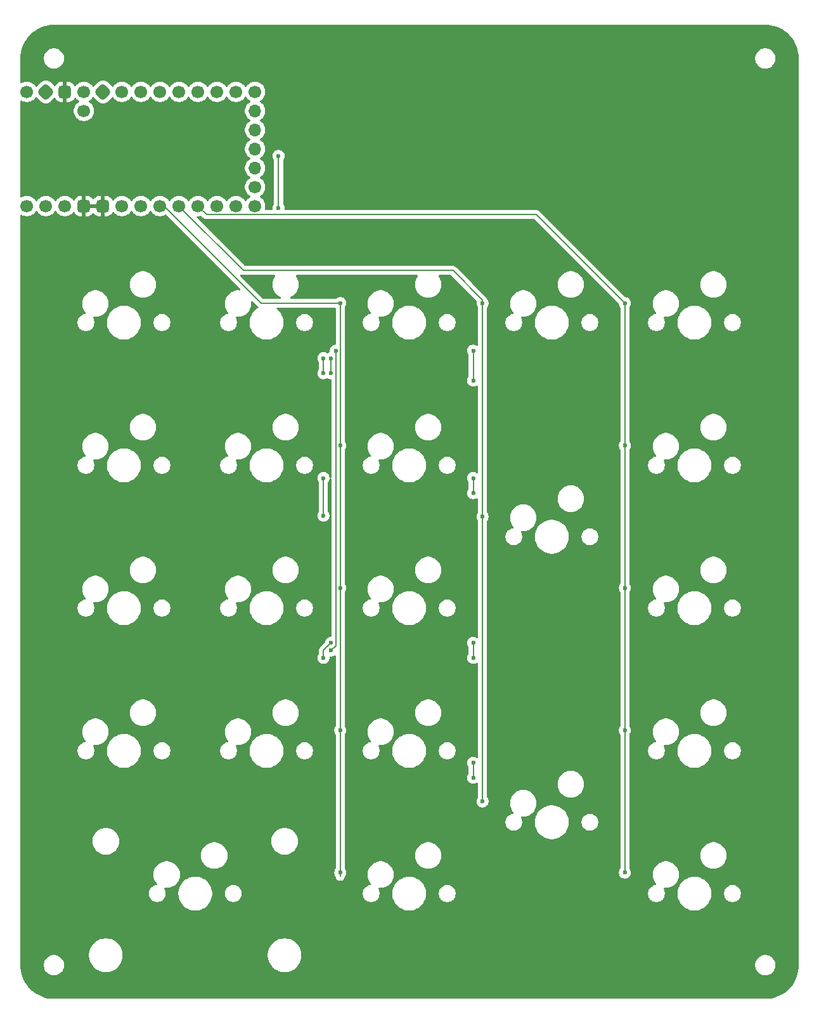
<source format=gbr>
%TF.GenerationSoftware,KiCad,Pcbnew,9.0.5*%
%TF.CreationDate,2025-11-02T15:14:47-08:00*%
%TF.ProjectId,MacroPad,4d616372-6f50-4616-942e-6b696361645f,rev?*%
%TF.SameCoordinates,Original*%
%TF.FileFunction,Copper,L1,Top*%
%TF.FilePolarity,Positive*%
%FSLAX46Y46*%
G04 Gerber Fmt 4.6, Leading zero omitted, Abs format (unit mm)*
G04 Created by KiCad (PCBNEW 9.0.5) date 2025-11-02 15:14:47*
%MOMM*%
%LPD*%
G01*
G04 APERTURE LIST*
G04 Aperture macros list*
%AMRoundRect*
0 Rectangle with rounded corners*
0 $1 Rounding radius*
0 $2 $3 $4 $5 $6 $7 $8 $9 X,Y pos of 4 corners*
0 Add a 4 corners polygon primitive as box body*
4,1,4,$2,$3,$4,$5,$6,$7,$8,$9,$2,$3,0*
0 Add four circle primitives for the rounded corners*
1,1,$1+$1,$2,$3*
1,1,$1+$1,$4,$5*
1,1,$1+$1,$6,$7*
1,1,$1+$1,$8,$9*
0 Add four rect primitives between the rounded corners*
20,1,$1+$1,$2,$3,$4,$5,0*
20,1,$1+$1,$4,$5,$6,$7,0*
20,1,$1+$1,$6,$7,$8,$9,0*
20,1,$1+$1,$8,$9,$2,$3,0*%
G04 Aperture macros list end*
%TA.AperFunction,ComponentPad*%
%ADD10RoundRect,0.425000X-0.601041X0.000000X0.000000X-0.601041X0.601041X0.000000X0.000000X0.601041X0*%
%TD*%
%TA.AperFunction,ComponentPad*%
%ADD11C,1.700000*%
%TD*%
%TA.AperFunction,ComponentPad*%
%ADD12RoundRect,0.425000X-0.425000X0.425000X-0.425000X-0.425000X0.425000X-0.425000X0.425000X0.425000X0*%
%TD*%
%TA.AperFunction,ComponentPad*%
%ADD13RoundRect,0.425000X0.425000X-0.425000X0.425000X0.425000X-0.425000X0.425000X-0.425000X-0.425000X0*%
%TD*%
%TA.AperFunction,ComponentPad*%
%ADD14O,1.700000X1.700000*%
%TD*%
%TA.AperFunction,ViaPad*%
%ADD15C,0.600000*%
%TD*%
%TA.AperFunction,Conductor*%
%ADD16C,0.200000*%
%TD*%
G04 APERTURE END LIST*
D10*
%TO.P,REF\u002A\u002A,3V3*%
%TO.N,N/C*%
X56540000Y-50460000D03*
D11*
%TO.P,REF\u002A\u002A,19*%
X76860000Y-50460000D03*
%TO.P,REF\u002A\u002A,20*%
X74320000Y-50460000D03*
%TO.P,REF\u002A\u002A,21*%
X71780000Y-50460000D03*
%TO.P,REF\u002A\u002A,22*%
X69240000Y-50460000D03*
%TO.P,REF\u002A\u002A,23*%
X66700000Y-50460000D03*
%TO.P,REF\u002A\u002A,24*%
X64160000Y-50460000D03*
%TO.P,REF\u002A\u002A,25*%
X61620000Y-50460000D03*
%TO.P,REF\u002A\u002A,26*%
X59080000Y-50460000D03*
%TO.P,REF\u002A\u002A,D+*%
X46380000Y-65700000D03*
%TO.P,REF\u002A\u002A,D-*%
X46380000Y-50460000D03*
D12*
%TO.P,REF\u002A\u002A,GND*%
%TO.N,GND*%
X51460000Y-50460000D03*
D13*
X56540000Y-65700000D03*
X54000000Y-65700000D03*
D11*
%TO.P,REF\u002A\u002A,GP0*%
%TO.N,N/C*%
X48920000Y-65700000D03*
%TO.P,REF\u002A\u002A,GP1*%
X51460000Y-65700000D03*
%TO.P,REF\u002A\u002A,GP2*%
%TO.N,COL0*%
X59080000Y-65700000D03*
%TO.P,REF\u002A\u002A,GP3*%
%TO.N,COL1*%
X61620000Y-65700000D03*
%TO.P,REF\u002A\u002A,GP4*%
%TO.N,COL2*%
X64160000Y-65700000D03*
%TO.P,REF\u002A\u002A,GP5*%
%TO.N,COL3*%
X66700000Y-65700000D03*
%TO.P,REF\u002A\u002A,GP6*%
%TO.N,COL4*%
X69240000Y-65700000D03*
%TO.P,REF\u002A\u002A,GP7*%
%TO.N,N/C*%
X71780000Y-65700000D03*
%TO.P,REF\u002A\u002A,GP8*%
X74320000Y-65700000D03*
%TO.P,REF\u002A\u002A,GP9*%
X76860000Y-65700000D03*
%TO.P,REF\u002A\u002A,GP12*%
%TO.N,ROW0*%
X76860000Y-63160000D03*
D14*
%TO.P,REF\u002A\u002A,GP13*%
%TO.N,ROW1*%
X76860000Y-60620000D03*
%TO.P,REF\u002A\u002A,GP14*%
%TO.N,ROW2*%
X76860000Y-58080000D03*
%TO.P,REF\u002A\u002A,GP15*%
%TO.N,ROW3*%
X76860000Y-55540000D03*
%TO.P,REF\u002A\u002A,GP16*%
%TO.N,ROW4*%
X76860000Y-53000000D03*
D11*
%TO.P,REF\u002A\u002A,GP25*%
%TO.N,N/C*%
X54000000Y-53000000D03*
D10*
%TO.P,REF\u002A\u002A,RAW*%
X48920000Y-50460000D03*
D11*
%TO.P,REF\u002A\u002A,nRST*%
%TO.N,RST*%
X54000000Y-50460000D03*
%TD*%
D15*
%TO.N,GND*%
X61750000Y-58000000D03*
X78000000Y-76000000D03*
X68000000Y-136000000D03*
X68000000Y-117000000D03*
X68000000Y-99000000D03*
X82000000Y-80000000D03*
X81000000Y-72000000D03*
X76000000Y-85000000D03*
X91000000Y-128000000D03*
X73000000Y-129000000D03*
X93000000Y-110000000D03*
X74000000Y-111000000D03*
X72000000Y-89000000D03*
%TO.N,COL2*%
X88245000Y-116650000D03*
X88245000Y-78650000D03*
X88245000Y-154650000D03*
X88245000Y-135650000D03*
X88245000Y-97650000D03*
%TO.N,COL3*%
X107245000Y-145150000D03*
X107245000Y-78650000D03*
X107245000Y-107150000D03*
%TO.N,COL4*%
X126245000Y-78650000D03*
X126245000Y-116650000D03*
X126245000Y-135650000D03*
X126245000Y-97650000D03*
X126245000Y-154650000D03*
%TO.N,ROW1*%
X87000000Y-86000000D03*
X87000000Y-88000000D03*
%TO.N,ROW2*%
X87645000Y-85000000D03*
X87000000Y-125000000D03*
%TO.N,ROW3*%
X80000000Y-66000000D03*
X86000000Y-86000000D03*
X86000000Y-88000000D03*
X80000000Y-59000000D03*
X86000000Y-107000000D03*
X86000000Y-102000000D03*
X87000000Y-124000000D03*
X86000000Y-126000000D03*
%TO.N,ROW4*%
X106000000Y-140000000D03*
X106000000Y-142000000D03*
X106000000Y-126000000D03*
X106000000Y-124000000D03*
X106000000Y-85000000D03*
X106000000Y-102000000D03*
X106000000Y-89000000D03*
X106000000Y-104000000D03*
%TD*%
D16*
%TO.N,COL2*%
X88245000Y-78650000D02*
X88245000Y-97650000D01*
X88245000Y-135650000D02*
X88245000Y-155150000D01*
X88245000Y-155150000D02*
X88245000Y-154650000D01*
X64698826Y-65700000D02*
X64160000Y-65700000D01*
X88245000Y-116650000D02*
X88245000Y-135650000D01*
X88245000Y-97650000D02*
X88245000Y-116650000D01*
X88245000Y-78650000D02*
X77648826Y-78650000D01*
X77648826Y-78650000D02*
X64698826Y-65700000D01*
%TO.N,COL3*%
X107245000Y-145150000D02*
X107245000Y-107150000D01*
X66700000Y-65700000D02*
X75294000Y-74294000D01*
X107245000Y-78650000D02*
X107245000Y-78245000D01*
X103294000Y-74294000D02*
X107245000Y-78245000D01*
X107245000Y-107150000D02*
X107245000Y-78650000D01*
X75294000Y-74294000D02*
X103294000Y-74294000D01*
%TO.N,COL4*%
X126245000Y-135650000D02*
X126245000Y-116650000D01*
X126245000Y-154650000D02*
X126245000Y-135650000D01*
X126245000Y-97650000D02*
X126245000Y-78650000D01*
X114446000Y-66851000D02*
X126245000Y-78650000D01*
X70391000Y-66851000D02*
X114446000Y-66851000D01*
X69240000Y-65700000D02*
X70391000Y-66851000D01*
X126245000Y-116650000D02*
X126245000Y-97650000D01*
%TO.N,ROW1*%
X87000000Y-88000000D02*
X87000000Y-86000000D01*
%TO.N,ROW2*%
X87645000Y-85000000D02*
X87645000Y-124355000D01*
X87645000Y-124355000D02*
X87000000Y-125000000D01*
%TO.N,ROW3*%
X86000000Y-125000000D02*
X87000000Y-124000000D01*
X80000000Y-66000000D02*
X80000000Y-59000000D01*
X86000000Y-107000000D02*
X86000000Y-102000000D01*
X86000000Y-126000000D02*
X86000000Y-125000000D01*
X86000000Y-88000000D02*
X86000000Y-86000000D01*
%TO.N,ROW4*%
X106000000Y-140000000D02*
X106000000Y-142000000D01*
X106000000Y-85000000D02*
X106000000Y-89000000D01*
X106000000Y-102000000D02*
X106000000Y-104000000D01*
X106000000Y-124000000D02*
X106000000Y-126000000D01*
%TD*%
%TA.AperFunction,Conductor*%
%TO.N,GND*%
G36*
X145002702Y-41500617D02*
G01*
X145386771Y-41517386D01*
X145397506Y-41518326D01*
X145775971Y-41568152D01*
X145786597Y-41570025D01*
X146159284Y-41652648D01*
X146169710Y-41655442D01*
X146533765Y-41770227D01*
X146543911Y-41773920D01*
X146896578Y-41920000D01*
X146906369Y-41924566D01*
X147244942Y-42100816D01*
X147254310Y-42106224D01*
X147576244Y-42311318D01*
X147585105Y-42317523D01*
X147887930Y-42549889D01*
X147896217Y-42556843D01*
X148177635Y-42814715D01*
X148185284Y-42822364D01*
X148443156Y-43103782D01*
X148450110Y-43112069D01*
X148682476Y-43414894D01*
X148688681Y-43423755D01*
X148893775Y-43745689D01*
X148899183Y-43755057D01*
X149075430Y-44093623D01*
X149080002Y-44103427D01*
X149226075Y-44456078D01*
X149229775Y-44466244D01*
X149344554Y-44830278D01*
X149347354Y-44840727D01*
X149429971Y-45213389D01*
X149431849Y-45224042D01*
X149481671Y-45602473D01*
X149482614Y-45613249D01*
X149499382Y-45997297D01*
X149499500Y-46002706D01*
X149499500Y-166997293D01*
X149499382Y-167002702D01*
X149482614Y-167386750D01*
X149481671Y-167397526D01*
X149431849Y-167775957D01*
X149429971Y-167786610D01*
X149347354Y-168159272D01*
X149344554Y-168169721D01*
X149229775Y-168533755D01*
X149226075Y-168543921D01*
X149080002Y-168896572D01*
X149075430Y-168906376D01*
X148899183Y-169244942D01*
X148893775Y-169254310D01*
X148688681Y-169576244D01*
X148682476Y-169585105D01*
X148450110Y-169887930D01*
X148443156Y-169896217D01*
X148185284Y-170177635D01*
X148177635Y-170185284D01*
X147896217Y-170443156D01*
X147887930Y-170450110D01*
X147585105Y-170682476D01*
X147576244Y-170688681D01*
X147254310Y-170893775D01*
X147244942Y-170899183D01*
X146906376Y-171075430D01*
X146896572Y-171080002D01*
X146543921Y-171226075D01*
X146533755Y-171229775D01*
X146169721Y-171344554D01*
X146159272Y-171347354D01*
X145786610Y-171429971D01*
X145775957Y-171431849D01*
X145397526Y-171481671D01*
X145386750Y-171482614D01*
X145002703Y-171499382D01*
X144997294Y-171499500D01*
X50002706Y-171499500D01*
X49997297Y-171499382D01*
X49613249Y-171482614D01*
X49602473Y-171481671D01*
X49224042Y-171431849D01*
X49213389Y-171429971D01*
X48840727Y-171347354D01*
X48830278Y-171344554D01*
X48466244Y-171229775D01*
X48456078Y-171226075D01*
X48103427Y-171080002D01*
X48093623Y-171075430D01*
X47755057Y-170899183D01*
X47745689Y-170893775D01*
X47423755Y-170688681D01*
X47414894Y-170682476D01*
X47112069Y-170450110D01*
X47103782Y-170443156D01*
X46822364Y-170185284D01*
X46814715Y-170177635D01*
X46556843Y-169896217D01*
X46549889Y-169887930D01*
X46317523Y-169585105D01*
X46311318Y-169576244D01*
X46106224Y-169254310D01*
X46100816Y-169244942D01*
X45924569Y-168906376D01*
X45919997Y-168896572D01*
X45773924Y-168543921D01*
X45770224Y-168533755D01*
X45655442Y-168169710D01*
X45652648Y-168159284D01*
X45570025Y-167786597D01*
X45568152Y-167775971D01*
X45518326Y-167397506D01*
X45517386Y-167386771D01*
X45500618Y-167002702D01*
X45500500Y-166997293D01*
X45500500Y-166893713D01*
X48649500Y-166893713D01*
X48649500Y-167106287D01*
X48682754Y-167316243D01*
X48705663Y-167386750D01*
X48748444Y-167518414D01*
X48844951Y-167707820D01*
X48969890Y-167879786D01*
X49120213Y-168030109D01*
X49292179Y-168155048D01*
X49292181Y-168155049D01*
X49292184Y-168155051D01*
X49481588Y-168251557D01*
X49683757Y-168317246D01*
X49893713Y-168350500D01*
X49893714Y-168350500D01*
X50106286Y-168350500D01*
X50106287Y-168350500D01*
X50316243Y-168317246D01*
X50518412Y-168251557D01*
X50707816Y-168155051D01*
X50742637Y-168129752D01*
X50879786Y-168030109D01*
X50879788Y-168030106D01*
X50879792Y-168030104D01*
X51030104Y-167879792D01*
X51030106Y-167879788D01*
X51030109Y-167879786D01*
X51155048Y-167707820D01*
X51155047Y-167707820D01*
X51155051Y-167707816D01*
X51251557Y-167518412D01*
X51317246Y-167316243D01*
X51350500Y-167106287D01*
X51350500Y-166893713D01*
X51317246Y-166683757D01*
X51251557Y-166481588D01*
X51155051Y-166292184D01*
X51155049Y-166292181D01*
X51155048Y-166292179D01*
X51030109Y-166120213D01*
X50879786Y-165969890D01*
X50707820Y-165844951D01*
X50518414Y-165748444D01*
X50518413Y-165748443D01*
X50518412Y-165748443D01*
X50316243Y-165682754D01*
X50316241Y-165682753D01*
X50316240Y-165682753D01*
X50154957Y-165657208D01*
X50106287Y-165649500D01*
X49893713Y-165649500D01*
X49845042Y-165657208D01*
X49683760Y-165682753D01*
X49481585Y-165748444D01*
X49292179Y-165844951D01*
X49120213Y-165969890D01*
X48969890Y-166120213D01*
X48844951Y-166292179D01*
X48748444Y-166481585D01*
X48682753Y-166683760D01*
X48649500Y-166893713D01*
X45500500Y-166893713D01*
X45500500Y-165527900D01*
X54687600Y-165527900D01*
X54687600Y-165822099D01*
X54687601Y-165822116D01*
X54726001Y-166113796D01*
X54802152Y-166397994D01*
X54914734Y-166669794D01*
X54914742Y-166669810D01*
X55061840Y-166924589D01*
X55061851Y-166924605D01*
X55240948Y-167158009D01*
X55240954Y-167158016D01*
X55448983Y-167366045D01*
X55448990Y-167366051D01*
X55483012Y-167392157D01*
X55682403Y-167545155D01*
X55682410Y-167545159D01*
X55937189Y-167692257D01*
X55937205Y-167692265D01*
X56209005Y-167804847D01*
X56209007Y-167804847D01*
X56209013Y-167804850D01*
X56493200Y-167880998D01*
X56784894Y-167919400D01*
X56784901Y-167919400D01*
X57079099Y-167919400D01*
X57079106Y-167919400D01*
X57370800Y-167880998D01*
X57654987Y-167804850D01*
X57889250Y-167707816D01*
X57926794Y-167692265D01*
X57926797Y-167692263D01*
X57926803Y-167692261D01*
X58181597Y-167545155D01*
X58415011Y-167366050D01*
X58623050Y-167158011D01*
X58802155Y-166924597D01*
X58949261Y-166669803D01*
X59061850Y-166397987D01*
X59137998Y-166113800D01*
X59176400Y-165822106D01*
X59176400Y-165527900D01*
X78563600Y-165527900D01*
X78563600Y-165822099D01*
X78563601Y-165822116D01*
X78602001Y-166113796D01*
X78678152Y-166397994D01*
X78790734Y-166669794D01*
X78790742Y-166669810D01*
X78937840Y-166924589D01*
X78937851Y-166924605D01*
X79116948Y-167158009D01*
X79116954Y-167158016D01*
X79324983Y-167366045D01*
X79324990Y-167366051D01*
X79359012Y-167392157D01*
X79558403Y-167545155D01*
X79558410Y-167545159D01*
X79813189Y-167692257D01*
X79813205Y-167692265D01*
X80085005Y-167804847D01*
X80085007Y-167804847D01*
X80085013Y-167804850D01*
X80369200Y-167880998D01*
X80660894Y-167919400D01*
X80660901Y-167919400D01*
X80955099Y-167919400D01*
X80955106Y-167919400D01*
X81246800Y-167880998D01*
X81530987Y-167804850D01*
X81765250Y-167707816D01*
X81802794Y-167692265D01*
X81802797Y-167692263D01*
X81802803Y-167692261D01*
X82057597Y-167545155D01*
X82291011Y-167366050D01*
X82499050Y-167158011D01*
X82678155Y-166924597D01*
X82695986Y-166893713D01*
X143649500Y-166893713D01*
X143649500Y-167106287D01*
X143682754Y-167316243D01*
X143705663Y-167386750D01*
X143748444Y-167518414D01*
X143844951Y-167707820D01*
X143969890Y-167879786D01*
X144120213Y-168030109D01*
X144292179Y-168155048D01*
X144292181Y-168155049D01*
X144292184Y-168155051D01*
X144481588Y-168251557D01*
X144683757Y-168317246D01*
X144893713Y-168350500D01*
X144893714Y-168350500D01*
X145106286Y-168350500D01*
X145106287Y-168350500D01*
X145316243Y-168317246D01*
X145518412Y-168251557D01*
X145707816Y-168155051D01*
X145742637Y-168129752D01*
X145879786Y-168030109D01*
X145879788Y-168030106D01*
X145879792Y-168030104D01*
X146030104Y-167879792D01*
X146030106Y-167879788D01*
X146030109Y-167879786D01*
X146155048Y-167707820D01*
X146155047Y-167707820D01*
X146155051Y-167707816D01*
X146251557Y-167518412D01*
X146317246Y-167316243D01*
X146350500Y-167106287D01*
X146350500Y-166893713D01*
X146317246Y-166683757D01*
X146251557Y-166481588D01*
X146155051Y-166292184D01*
X146155049Y-166292181D01*
X146155048Y-166292179D01*
X146030109Y-166120213D01*
X145879786Y-165969890D01*
X145707820Y-165844951D01*
X145518414Y-165748444D01*
X145518413Y-165748443D01*
X145518412Y-165748443D01*
X145316243Y-165682754D01*
X145316241Y-165682753D01*
X145316240Y-165682753D01*
X145154957Y-165657208D01*
X145106287Y-165649500D01*
X144893713Y-165649500D01*
X144845042Y-165657208D01*
X144683760Y-165682753D01*
X144481585Y-165748444D01*
X144292179Y-165844951D01*
X144120213Y-165969890D01*
X143969890Y-166120213D01*
X143844951Y-166292179D01*
X143748444Y-166481585D01*
X143682753Y-166683760D01*
X143649500Y-166893713D01*
X82695986Y-166893713D01*
X82825261Y-166669803D01*
X82937850Y-166397987D01*
X83013998Y-166113800D01*
X83052400Y-165822106D01*
X83052400Y-165527894D01*
X83013998Y-165236200D01*
X82937850Y-164952013D01*
X82937847Y-164952005D01*
X82825265Y-164680205D01*
X82825257Y-164680189D01*
X82678159Y-164425410D01*
X82678155Y-164425403D01*
X82499050Y-164191989D01*
X82499045Y-164191983D01*
X82291016Y-163983954D01*
X82291009Y-163983948D01*
X82057605Y-163804851D01*
X82057603Y-163804849D01*
X82057597Y-163804845D01*
X82057592Y-163804842D01*
X82057589Y-163804840D01*
X81802810Y-163657742D01*
X81802794Y-163657734D01*
X81530994Y-163545152D01*
X81246796Y-163469001D01*
X80955116Y-163430601D01*
X80955111Y-163430600D01*
X80955106Y-163430600D01*
X80660894Y-163430600D01*
X80660888Y-163430600D01*
X80660883Y-163430601D01*
X80369203Y-163469001D01*
X80085005Y-163545152D01*
X79813205Y-163657734D01*
X79813189Y-163657742D01*
X79558410Y-163804840D01*
X79558394Y-163804851D01*
X79324990Y-163983948D01*
X79324983Y-163983954D01*
X79116954Y-164191983D01*
X79116948Y-164191990D01*
X78937851Y-164425394D01*
X78937840Y-164425410D01*
X78790742Y-164680189D01*
X78790734Y-164680205D01*
X78678152Y-164952005D01*
X78602001Y-165236203D01*
X78563601Y-165527883D01*
X78563600Y-165527900D01*
X59176400Y-165527900D01*
X59176400Y-165527894D01*
X59137998Y-165236200D01*
X59061850Y-164952013D01*
X59061847Y-164952005D01*
X58949265Y-164680205D01*
X58949257Y-164680189D01*
X58802159Y-164425410D01*
X58802155Y-164425403D01*
X58623050Y-164191989D01*
X58623045Y-164191983D01*
X58415016Y-163983954D01*
X58415009Y-163983948D01*
X58181605Y-163804851D01*
X58181603Y-163804849D01*
X58181597Y-163804845D01*
X58181592Y-163804842D01*
X58181589Y-163804840D01*
X57926810Y-163657742D01*
X57926794Y-163657734D01*
X57654994Y-163545152D01*
X57370796Y-163469001D01*
X57079116Y-163430601D01*
X57079111Y-163430600D01*
X57079106Y-163430600D01*
X56784894Y-163430600D01*
X56784888Y-163430600D01*
X56784883Y-163430601D01*
X56493203Y-163469001D01*
X56209005Y-163545152D01*
X55937205Y-163657734D01*
X55937189Y-163657742D01*
X55682410Y-163804840D01*
X55682394Y-163804851D01*
X55448990Y-163983948D01*
X55448983Y-163983954D01*
X55240954Y-164191983D01*
X55240948Y-164191990D01*
X55061851Y-164425394D01*
X55061840Y-164425410D01*
X54914742Y-164680189D01*
X54914734Y-164680205D01*
X54802152Y-164952005D01*
X54726001Y-165236203D01*
X54687601Y-165527883D01*
X54687600Y-165527900D01*
X45500500Y-165527900D01*
X45500500Y-157361421D01*
X62664500Y-157361421D01*
X62664500Y-157538578D01*
X62692214Y-157713556D01*
X62746956Y-157882039D01*
X62746957Y-157882042D01*
X62827386Y-158039890D01*
X62931517Y-158183214D01*
X63056786Y-158308483D01*
X63200110Y-158412614D01*
X63268577Y-158447500D01*
X63357957Y-158493042D01*
X63357960Y-158493043D01*
X63442201Y-158520414D01*
X63526445Y-158547786D01*
X63701421Y-158575500D01*
X63701422Y-158575500D01*
X63878578Y-158575500D01*
X63878579Y-158575500D01*
X64053555Y-158547786D01*
X64222042Y-158493042D01*
X64379890Y-158412614D01*
X64523214Y-158308483D01*
X64648483Y-158183214D01*
X64752614Y-158039890D01*
X64833042Y-157882042D01*
X64887786Y-157713555D01*
X64915500Y-157538579D01*
X64915500Y-157361421D01*
X64906165Y-157302486D01*
X66619500Y-157302486D01*
X66619500Y-157597513D01*
X66634778Y-157713555D01*
X66658007Y-157889993D01*
X66734361Y-158174951D01*
X66734364Y-158174961D01*
X66847254Y-158447500D01*
X66847258Y-158447510D01*
X66994761Y-158702993D01*
X67174352Y-158937040D01*
X67174358Y-158937047D01*
X67382952Y-159145641D01*
X67382959Y-159145647D01*
X67617006Y-159325238D01*
X67872489Y-159472741D01*
X67872490Y-159472741D01*
X67872493Y-159472743D01*
X68145048Y-159585639D01*
X68430007Y-159661993D01*
X68722494Y-159700500D01*
X68722501Y-159700500D01*
X69017499Y-159700500D01*
X69017506Y-159700500D01*
X69309993Y-159661993D01*
X69594952Y-159585639D01*
X69867507Y-159472743D01*
X70122994Y-159325238D01*
X70357042Y-159145646D01*
X70565646Y-158937042D01*
X70745238Y-158702994D01*
X70892743Y-158447507D01*
X71005639Y-158174952D01*
X71081993Y-157889993D01*
X71120500Y-157597506D01*
X71120500Y-157361421D01*
X72824500Y-157361421D01*
X72824500Y-157538578D01*
X72852214Y-157713556D01*
X72906956Y-157882039D01*
X72906957Y-157882042D01*
X72987386Y-158039890D01*
X73091517Y-158183214D01*
X73216786Y-158308483D01*
X73360110Y-158412614D01*
X73428577Y-158447500D01*
X73517957Y-158493042D01*
X73517960Y-158493043D01*
X73602201Y-158520414D01*
X73686445Y-158547786D01*
X73861421Y-158575500D01*
X73861422Y-158575500D01*
X74038578Y-158575500D01*
X74038579Y-158575500D01*
X74213555Y-158547786D01*
X74382042Y-158493042D01*
X74539890Y-158412614D01*
X74683214Y-158308483D01*
X74808483Y-158183214D01*
X74912614Y-158039890D01*
X74993042Y-157882042D01*
X75047786Y-157713555D01*
X75075500Y-157538579D01*
X75075500Y-157361421D01*
X91239500Y-157361421D01*
X91239500Y-157538578D01*
X91267214Y-157713556D01*
X91321956Y-157882039D01*
X91321957Y-157882042D01*
X91402386Y-158039890D01*
X91506517Y-158183214D01*
X91631786Y-158308483D01*
X91775110Y-158412614D01*
X91843577Y-158447500D01*
X91932957Y-158493042D01*
X91932960Y-158493043D01*
X92017201Y-158520414D01*
X92101445Y-158547786D01*
X92276421Y-158575500D01*
X92276422Y-158575500D01*
X92453578Y-158575500D01*
X92453579Y-158575500D01*
X92628555Y-158547786D01*
X92797042Y-158493042D01*
X92954890Y-158412614D01*
X93098214Y-158308483D01*
X93223483Y-158183214D01*
X93327614Y-158039890D01*
X93408042Y-157882042D01*
X93462786Y-157713555D01*
X93490500Y-157538579D01*
X93490500Y-157361421D01*
X93481165Y-157302486D01*
X95194500Y-157302486D01*
X95194500Y-157597513D01*
X95209778Y-157713555D01*
X95233007Y-157889993D01*
X95309361Y-158174951D01*
X95309364Y-158174961D01*
X95422254Y-158447500D01*
X95422258Y-158447510D01*
X95569761Y-158702993D01*
X95749352Y-158937040D01*
X95749358Y-158937047D01*
X95957952Y-159145641D01*
X95957959Y-159145647D01*
X96192006Y-159325238D01*
X96447489Y-159472741D01*
X96447490Y-159472741D01*
X96447493Y-159472743D01*
X96720048Y-159585639D01*
X97005007Y-159661993D01*
X97297494Y-159700500D01*
X97297501Y-159700500D01*
X97592499Y-159700500D01*
X97592506Y-159700500D01*
X97884993Y-159661993D01*
X98169952Y-159585639D01*
X98442507Y-159472743D01*
X98697994Y-159325238D01*
X98932042Y-159145646D01*
X99140646Y-158937042D01*
X99320238Y-158702994D01*
X99467743Y-158447507D01*
X99580639Y-158174952D01*
X99656993Y-157889993D01*
X99695500Y-157597506D01*
X99695500Y-157361421D01*
X101399500Y-157361421D01*
X101399500Y-157538578D01*
X101427214Y-157713556D01*
X101481956Y-157882039D01*
X101481957Y-157882042D01*
X101562386Y-158039890D01*
X101666517Y-158183214D01*
X101791786Y-158308483D01*
X101935110Y-158412614D01*
X102003577Y-158447500D01*
X102092957Y-158493042D01*
X102092960Y-158493043D01*
X102177201Y-158520414D01*
X102261445Y-158547786D01*
X102436421Y-158575500D01*
X102436422Y-158575500D01*
X102613578Y-158575500D01*
X102613579Y-158575500D01*
X102788555Y-158547786D01*
X102957042Y-158493042D01*
X103114890Y-158412614D01*
X103258214Y-158308483D01*
X103383483Y-158183214D01*
X103487614Y-158039890D01*
X103568042Y-157882042D01*
X103622786Y-157713555D01*
X103650500Y-157538579D01*
X103650500Y-157361421D01*
X129339500Y-157361421D01*
X129339500Y-157538578D01*
X129367214Y-157713556D01*
X129421956Y-157882039D01*
X129421957Y-157882042D01*
X129502386Y-158039890D01*
X129606517Y-158183214D01*
X129731786Y-158308483D01*
X129875110Y-158412614D01*
X129943577Y-158447500D01*
X130032957Y-158493042D01*
X130032960Y-158493043D01*
X130117201Y-158520414D01*
X130201445Y-158547786D01*
X130376421Y-158575500D01*
X130376422Y-158575500D01*
X130553578Y-158575500D01*
X130553579Y-158575500D01*
X130728555Y-158547786D01*
X130897042Y-158493042D01*
X131054890Y-158412614D01*
X131198214Y-158308483D01*
X131323483Y-158183214D01*
X131427614Y-158039890D01*
X131508042Y-157882042D01*
X131562786Y-157713555D01*
X131590500Y-157538579D01*
X131590500Y-157361421D01*
X131581165Y-157302486D01*
X133294500Y-157302486D01*
X133294500Y-157597513D01*
X133309778Y-157713555D01*
X133333007Y-157889993D01*
X133409361Y-158174951D01*
X133409364Y-158174961D01*
X133522254Y-158447500D01*
X133522258Y-158447510D01*
X133669761Y-158702993D01*
X133849352Y-158937040D01*
X133849358Y-158937047D01*
X134057952Y-159145641D01*
X134057959Y-159145647D01*
X134292006Y-159325238D01*
X134547489Y-159472741D01*
X134547490Y-159472741D01*
X134547493Y-159472743D01*
X134820048Y-159585639D01*
X135105007Y-159661993D01*
X135397494Y-159700500D01*
X135397501Y-159700500D01*
X135692499Y-159700500D01*
X135692506Y-159700500D01*
X135984993Y-159661993D01*
X136269952Y-159585639D01*
X136542507Y-159472743D01*
X136797994Y-159325238D01*
X137032042Y-159145646D01*
X137240646Y-158937042D01*
X137420238Y-158702994D01*
X137567743Y-158447507D01*
X137680639Y-158174952D01*
X137756993Y-157889993D01*
X137795500Y-157597506D01*
X137795500Y-157361421D01*
X139499500Y-157361421D01*
X139499500Y-157538578D01*
X139527214Y-157713556D01*
X139581956Y-157882039D01*
X139581957Y-157882042D01*
X139662386Y-158039890D01*
X139766517Y-158183214D01*
X139891786Y-158308483D01*
X140035110Y-158412614D01*
X140103577Y-158447500D01*
X140192957Y-158493042D01*
X140192960Y-158493043D01*
X140277201Y-158520414D01*
X140361445Y-158547786D01*
X140536421Y-158575500D01*
X140536422Y-158575500D01*
X140713578Y-158575500D01*
X140713579Y-158575500D01*
X140888555Y-158547786D01*
X141057042Y-158493042D01*
X141214890Y-158412614D01*
X141358214Y-158308483D01*
X141483483Y-158183214D01*
X141587614Y-158039890D01*
X141668042Y-157882042D01*
X141722786Y-157713555D01*
X141750500Y-157538579D01*
X141750500Y-157361421D01*
X141722786Y-157186445D01*
X141668042Y-157017958D01*
X141668042Y-157017957D01*
X141587613Y-156860109D01*
X141584618Y-156855987D01*
X141483483Y-156716786D01*
X141358214Y-156591517D01*
X141214890Y-156487386D01*
X141057042Y-156406957D01*
X141057039Y-156406956D01*
X140888556Y-156352214D01*
X140801067Y-156338357D01*
X140713579Y-156324500D01*
X140536421Y-156324500D01*
X140478095Y-156333738D01*
X140361443Y-156352214D01*
X140192960Y-156406956D01*
X140192957Y-156406957D01*
X140035109Y-156487386D01*
X139953338Y-156546796D01*
X139891786Y-156591517D01*
X139891784Y-156591519D01*
X139891783Y-156591519D01*
X139766519Y-156716783D01*
X139766519Y-156716784D01*
X139766517Y-156716786D01*
X139721796Y-156778338D01*
X139662386Y-156860109D01*
X139581957Y-157017957D01*
X139581956Y-157017960D01*
X139527214Y-157186443D01*
X139499500Y-157361421D01*
X137795500Y-157361421D01*
X137795500Y-157302494D01*
X137756993Y-157010007D01*
X137680639Y-156725048D01*
X137679615Y-156722577D01*
X137625329Y-156591519D01*
X137567743Y-156452493D01*
X137541453Y-156406958D01*
X137420238Y-156197006D01*
X137240647Y-155962959D01*
X137240641Y-155962952D01*
X137032047Y-155754358D01*
X137032040Y-155754352D01*
X136797993Y-155574761D01*
X136542510Y-155427258D01*
X136542500Y-155427254D01*
X136269961Y-155314364D01*
X136269954Y-155314362D01*
X136269952Y-155314361D01*
X135984993Y-155238007D01*
X135917012Y-155229057D01*
X135692513Y-155199500D01*
X135692506Y-155199500D01*
X135397494Y-155199500D01*
X135397486Y-155199500D01*
X135119085Y-155236153D01*
X135105007Y-155238007D01*
X134978930Y-155271789D01*
X134820048Y-155314361D01*
X134820038Y-155314364D01*
X134547499Y-155427254D01*
X134547489Y-155427258D01*
X134292006Y-155574761D01*
X134057959Y-155754352D01*
X134057952Y-155754358D01*
X133849358Y-155962952D01*
X133849352Y-155962959D01*
X133669761Y-156197006D01*
X133522258Y-156452489D01*
X133522254Y-156452499D01*
X133409364Y-156725038D01*
X133409361Y-156725048D01*
X133373172Y-156860110D01*
X133333008Y-157010004D01*
X133333006Y-157010015D01*
X133294500Y-157302486D01*
X131581165Y-157302486D01*
X131562786Y-157186445D01*
X131508042Y-157017958D01*
X131508040Y-157017952D01*
X131425513Y-156855987D01*
X131412616Y-156787317D01*
X131438892Y-156722577D01*
X131495998Y-156682319D01*
X131552181Y-156676752D01*
X131611564Y-156684570D01*
X131618612Y-156685498D01*
X131618628Y-156685500D01*
X131618635Y-156685500D01*
X131851365Y-156685500D01*
X131851372Y-156685500D01*
X132082126Y-156655121D01*
X132306940Y-156594882D01*
X132364953Y-156570852D01*
X132521960Y-156505819D01*
X132521963Y-156505817D01*
X132521969Y-156505815D01*
X132723532Y-156389442D01*
X132908181Y-156247756D01*
X133072756Y-156083181D01*
X133214442Y-155898532D01*
X133330815Y-155696969D01*
X133419882Y-155481940D01*
X133480121Y-155257126D01*
X133510500Y-155026372D01*
X133510500Y-154793628D01*
X133480121Y-154562874D01*
X133419882Y-154338060D01*
X133419879Y-154338052D01*
X133330819Y-154123039D01*
X133330811Y-154123023D01*
X133214446Y-153921475D01*
X133214442Y-153921468D01*
X133072756Y-153736819D01*
X133072751Y-153736813D01*
X132908186Y-153572248D01*
X132908179Y-153572242D01*
X132723540Y-153430564D01*
X132723538Y-153430562D01*
X132723532Y-153430558D01*
X132723527Y-153430555D01*
X132723524Y-153430553D01*
X132521976Y-153314188D01*
X132521960Y-153314180D01*
X132306947Y-153225120D01*
X132082122Y-153164878D01*
X131851382Y-153134501D01*
X131851377Y-153134500D01*
X131851372Y-153134500D01*
X131618628Y-153134500D01*
X131618622Y-153134500D01*
X131618617Y-153134501D01*
X131387877Y-153164878D01*
X131163052Y-153225120D01*
X130948039Y-153314180D01*
X130948023Y-153314188D01*
X130746475Y-153430553D01*
X130746459Y-153430564D01*
X130561820Y-153572242D01*
X130561813Y-153572248D01*
X130397248Y-153736813D01*
X130397242Y-153736820D01*
X130255564Y-153921459D01*
X130255553Y-153921475D01*
X130139188Y-154123023D01*
X130139180Y-154123039D01*
X130050120Y-154338052D01*
X129989878Y-154562877D01*
X129959501Y-154793617D01*
X129959500Y-154793634D01*
X129959500Y-155026365D01*
X129959501Y-155026382D01*
X129989878Y-155257122D01*
X130050120Y-155481947D01*
X130139180Y-155696960D01*
X130139188Y-155696976D01*
X130255553Y-155898524D01*
X130255564Y-155898540D01*
X130397242Y-156083179D01*
X130397248Y-156083186D01*
X130430636Y-156116574D01*
X130464121Y-156177897D01*
X130459137Y-156247589D01*
X130417265Y-156303522D01*
X130362353Y-156326728D01*
X130201443Y-156352214D01*
X130032960Y-156406956D01*
X130032957Y-156406957D01*
X129875109Y-156487386D01*
X129793338Y-156546796D01*
X129731786Y-156591517D01*
X129731784Y-156591519D01*
X129731783Y-156591519D01*
X129606519Y-156716783D01*
X129606519Y-156716784D01*
X129606517Y-156716786D01*
X129561796Y-156778338D01*
X129502386Y-156860109D01*
X129421957Y-157017957D01*
X129421956Y-157017960D01*
X129367214Y-157186443D01*
X129339500Y-157361421D01*
X103650500Y-157361421D01*
X103622786Y-157186445D01*
X103568042Y-157017958D01*
X103568042Y-157017957D01*
X103487613Y-156860109D01*
X103484618Y-156855987D01*
X103383483Y-156716786D01*
X103258214Y-156591517D01*
X103114890Y-156487386D01*
X102957042Y-156406957D01*
X102957039Y-156406956D01*
X102788556Y-156352214D01*
X102701067Y-156338357D01*
X102613579Y-156324500D01*
X102436421Y-156324500D01*
X102378095Y-156333738D01*
X102261443Y-156352214D01*
X102092960Y-156406956D01*
X102092957Y-156406957D01*
X101935109Y-156487386D01*
X101853338Y-156546796D01*
X101791786Y-156591517D01*
X101791784Y-156591519D01*
X101791783Y-156591519D01*
X101666519Y-156716783D01*
X101666519Y-156716784D01*
X101666517Y-156716786D01*
X101621796Y-156778338D01*
X101562386Y-156860109D01*
X101481957Y-157017957D01*
X101481956Y-157017960D01*
X101427214Y-157186443D01*
X101399500Y-157361421D01*
X99695500Y-157361421D01*
X99695500Y-157302494D01*
X99656993Y-157010007D01*
X99580639Y-156725048D01*
X99579615Y-156722577D01*
X99525329Y-156591519D01*
X99467743Y-156452493D01*
X99441453Y-156406958D01*
X99320238Y-156197006D01*
X99140647Y-155962959D01*
X99140641Y-155962952D01*
X98932047Y-155754358D01*
X98932040Y-155754352D01*
X98697993Y-155574761D01*
X98442510Y-155427258D01*
X98442500Y-155427254D01*
X98169961Y-155314364D01*
X98169954Y-155314362D01*
X98169952Y-155314361D01*
X97884993Y-155238007D01*
X97817012Y-155229057D01*
X97592513Y-155199500D01*
X97592506Y-155199500D01*
X97297494Y-155199500D01*
X97297486Y-155199500D01*
X97019085Y-155236153D01*
X97005007Y-155238007D01*
X96878930Y-155271789D01*
X96720048Y-155314361D01*
X96720038Y-155314364D01*
X96447499Y-155427254D01*
X96447489Y-155427258D01*
X96192006Y-155574761D01*
X95957959Y-155754352D01*
X95957952Y-155754358D01*
X95749358Y-155962952D01*
X95749352Y-155962959D01*
X95569761Y-156197006D01*
X95422258Y-156452489D01*
X95422254Y-156452499D01*
X95309364Y-156725038D01*
X95309361Y-156725048D01*
X95273172Y-156860110D01*
X95233008Y-157010004D01*
X95233006Y-157010015D01*
X95194500Y-157302486D01*
X93481165Y-157302486D01*
X93462786Y-157186445D01*
X93408042Y-157017958D01*
X93408040Y-157017952D01*
X93325513Y-156855987D01*
X93312616Y-156787317D01*
X93338892Y-156722577D01*
X93395998Y-156682319D01*
X93452181Y-156676752D01*
X93511564Y-156684570D01*
X93518612Y-156685498D01*
X93518628Y-156685500D01*
X93518635Y-156685500D01*
X93751365Y-156685500D01*
X93751372Y-156685500D01*
X93982126Y-156655121D01*
X94206940Y-156594882D01*
X94264953Y-156570852D01*
X94421960Y-156505819D01*
X94421963Y-156505817D01*
X94421969Y-156505815D01*
X94623532Y-156389442D01*
X94808181Y-156247756D01*
X94972756Y-156083181D01*
X95114442Y-155898532D01*
X95230815Y-155696969D01*
X95319882Y-155481940D01*
X95380121Y-155257126D01*
X95410500Y-155026372D01*
X95410500Y-154793628D01*
X95380121Y-154562874D01*
X95319882Y-154338060D01*
X95319879Y-154338052D01*
X95230819Y-154123039D01*
X95230811Y-154123023D01*
X95114446Y-153921475D01*
X95114442Y-153921468D01*
X94972756Y-153736819D01*
X94972751Y-153736813D01*
X94808186Y-153572248D01*
X94808179Y-153572242D01*
X94623540Y-153430564D01*
X94623538Y-153430562D01*
X94623532Y-153430558D01*
X94623527Y-153430555D01*
X94623524Y-153430553D01*
X94421976Y-153314188D01*
X94421960Y-153314180D01*
X94206947Y-153225120D01*
X93982122Y-153164878D01*
X93751382Y-153134501D01*
X93751377Y-153134500D01*
X93751372Y-153134500D01*
X93518628Y-153134500D01*
X93518622Y-153134500D01*
X93518617Y-153134501D01*
X93287877Y-153164878D01*
X93063052Y-153225120D01*
X92848039Y-153314180D01*
X92848023Y-153314188D01*
X92646475Y-153430553D01*
X92646459Y-153430564D01*
X92461820Y-153572242D01*
X92461813Y-153572248D01*
X92297248Y-153736813D01*
X92297242Y-153736820D01*
X92155564Y-153921459D01*
X92155553Y-153921475D01*
X92039188Y-154123023D01*
X92039180Y-154123039D01*
X91950120Y-154338052D01*
X91889878Y-154562877D01*
X91859501Y-154793617D01*
X91859500Y-154793634D01*
X91859500Y-155026365D01*
X91859501Y-155026382D01*
X91889878Y-155257122D01*
X91950120Y-155481947D01*
X92039180Y-155696960D01*
X92039188Y-155696976D01*
X92155553Y-155898524D01*
X92155564Y-155898540D01*
X92297242Y-156083179D01*
X92297248Y-156083186D01*
X92330636Y-156116574D01*
X92364121Y-156177897D01*
X92359137Y-156247589D01*
X92317265Y-156303522D01*
X92262353Y-156326728D01*
X92101443Y-156352214D01*
X91932960Y-156406956D01*
X91932957Y-156406957D01*
X91775109Y-156487386D01*
X91693338Y-156546796D01*
X91631786Y-156591517D01*
X91631784Y-156591519D01*
X91631783Y-156591519D01*
X91506519Y-156716783D01*
X91506519Y-156716784D01*
X91506517Y-156716786D01*
X91461796Y-156778338D01*
X91402386Y-156860109D01*
X91321957Y-157017957D01*
X91321956Y-157017960D01*
X91267214Y-157186443D01*
X91239500Y-157361421D01*
X75075500Y-157361421D01*
X75047786Y-157186445D01*
X74993042Y-157017958D01*
X74993042Y-157017957D01*
X74912613Y-156860109D01*
X74909618Y-156855987D01*
X74808483Y-156716786D01*
X74683214Y-156591517D01*
X74539890Y-156487386D01*
X74382042Y-156406957D01*
X74382039Y-156406956D01*
X74213556Y-156352214D01*
X74126067Y-156338357D01*
X74038579Y-156324500D01*
X73861421Y-156324500D01*
X73803095Y-156333738D01*
X73686443Y-156352214D01*
X73517960Y-156406956D01*
X73517957Y-156406957D01*
X73360109Y-156487386D01*
X73278338Y-156546796D01*
X73216786Y-156591517D01*
X73216784Y-156591519D01*
X73216783Y-156591519D01*
X73091519Y-156716783D01*
X73091519Y-156716784D01*
X73091517Y-156716786D01*
X73046796Y-156778338D01*
X72987386Y-156860109D01*
X72906957Y-157017957D01*
X72906956Y-157017960D01*
X72852214Y-157186443D01*
X72824500Y-157361421D01*
X71120500Y-157361421D01*
X71120500Y-157302494D01*
X71081993Y-157010007D01*
X71005639Y-156725048D01*
X71004615Y-156722577D01*
X70950329Y-156591519D01*
X70892743Y-156452493D01*
X70866453Y-156406958D01*
X70745238Y-156197006D01*
X70565647Y-155962959D01*
X70565641Y-155962952D01*
X70357047Y-155754358D01*
X70357040Y-155754352D01*
X70122993Y-155574761D01*
X69867510Y-155427258D01*
X69867500Y-155427254D01*
X69594961Y-155314364D01*
X69594954Y-155314362D01*
X69594952Y-155314361D01*
X69309993Y-155238007D01*
X69242012Y-155229057D01*
X69017513Y-155199500D01*
X69017506Y-155199500D01*
X68722494Y-155199500D01*
X68722486Y-155199500D01*
X68444085Y-155236153D01*
X68430007Y-155238007D01*
X68303930Y-155271789D01*
X68145048Y-155314361D01*
X68145038Y-155314364D01*
X67872499Y-155427254D01*
X67872489Y-155427258D01*
X67617006Y-155574761D01*
X67382959Y-155754352D01*
X67382952Y-155754358D01*
X67174358Y-155962952D01*
X67174352Y-155962959D01*
X66994761Y-156197006D01*
X66847258Y-156452489D01*
X66847254Y-156452499D01*
X66734364Y-156725038D01*
X66734361Y-156725048D01*
X66698172Y-156860110D01*
X66658008Y-157010004D01*
X66658006Y-157010015D01*
X66619500Y-157302486D01*
X64906165Y-157302486D01*
X64887786Y-157186445D01*
X64833042Y-157017958D01*
X64833040Y-157017952D01*
X64750513Y-156855987D01*
X64737616Y-156787317D01*
X64763892Y-156722577D01*
X64820998Y-156682319D01*
X64877181Y-156676752D01*
X64936564Y-156684570D01*
X64943612Y-156685498D01*
X64943628Y-156685500D01*
X64943635Y-156685500D01*
X65176365Y-156685500D01*
X65176372Y-156685500D01*
X65407126Y-156655121D01*
X65631940Y-156594882D01*
X65689953Y-156570852D01*
X65846960Y-156505819D01*
X65846963Y-156505817D01*
X65846969Y-156505815D01*
X66048532Y-156389442D01*
X66233181Y-156247756D01*
X66397756Y-156083181D01*
X66539442Y-155898532D01*
X66655815Y-155696969D01*
X66744882Y-155481940D01*
X66805121Y-155257126D01*
X66835500Y-155026372D01*
X66835500Y-154793628D01*
X66805121Y-154562874D01*
X66744882Y-154338060D01*
X66744879Y-154338052D01*
X66655819Y-154123039D01*
X66655811Y-154123023D01*
X66539446Y-153921475D01*
X66539442Y-153921468D01*
X66397756Y-153736819D01*
X66397751Y-153736813D01*
X66233186Y-153572248D01*
X66233179Y-153572242D01*
X66048540Y-153430564D01*
X66048538Y-153430562D01*
X66048532Y-153430558D01*
X66048527Y-153430555D01*
X66048524Y-153430553D01*
X65846976Y-153314188D01*
X65846960Y-153314180D01*
X65631947Y-153225120D01*
X65407122Y-153164878D01*
X65176382Y-153134501D01*
X65176377Y-153134500D01*
X65176372Y-153134500D01*
X64943628Y-153134500D01*
X64943622Y-153134500D01*
X64943617Y-153134501D01*
X64712877Y-153164878D01*
X64488052Y-153225120D01*
X64273039Y-153314180D01*
X64273023Y-153314188D01*
X64071475Y-153430553D01*
X64071459Y-153430564D01*
X63886820Y-153572242D01*
X63886813Y-153572248D01*
X63722248Y-153736813D01*
X63722242Y-153736820D01*
X63580564Y-153921459D01*
X63580553Y-153921475D01*
X63464188Y-154123023D01*
X63464180Y-154123039D01*
X63375120Y-154338052D01*
X63314878Y-154562877D01*
X63284501Y-154793617D01*
X63284500Y-154793634D01*
X63284500Y-155026365D01*
X63284501Y-155026382D01*
X63314878Y-155257122D01*
X63375120Y-155481947D01*
X63464180Y-155696960D01*
X63464188Y-155696976D01*
X63580553Y-155898524D01*
X63580564Y-155898540D01*
X63722242Y-156083179D01*
X63722248Y-156083186D01*
X63755636Y-156116574D01*
X63789121Y-156177897D01*
X63784137Y-156247589D01*
X63742265Y-156303522D01*
X63687353Y-156326728D01*
X63526443Y-156352214D01*
X63357960Y-156406956D01*
X63357957Y-156406957D01*
X63200109Y-156487386D01*
X63118338Y-156546796D01*
X63056786Y-156591517D01*
X63056784Y-156591519D01*
X63056783Y-156591519D01*
X62931519Y-156716783D01*
X62931519Y-156716784D01*
X62931517Y-156716786D01*
X62886796Y-156778338D01*
X62827386Y-156860109D01*
X62746957Y-157017957D01*
X62746956Y-157017960D01*
X62692214Y-157186443D01*
X62664500Y-157361421D01*
X45500500Y-157361421D01*
X45500500Y-152253634D01*
X69634500Y-152253634D01*
X69634500Y-152486365D01*
X69634501Y-152486382D01*
X69664878Y-152717122D01*
X69725120Y-152941947D01*
X69814180Y-153156960D01*
X69814188Y-153156976D01*
X69930553Y-153358524D01*
X69930564Y-153358540D01*
X70072242Y-153543179D01*
X70072248Y-153543186D01*
X70236813Y-153707751D01*
X70236820Y-153707757D01*
X70274696Y-153736820D01*
X70421468Y-153849442D01*
X70421475Y-153849446D01*
X70623023Y-153965811D01*
X70623039Y-153965819D01*
X70838052Y-154054879D01*
X70838054Y-154054879D01*
X70838060Y-154054882D01*
X71062874Y-154115121D01*
X71293628Y-154145500D01*
X71293635Y-154145500D01*
X71526365Y-154145500D01*
X71526372Y-154145500D01*
X71757126Y-154115121D01*
X71981940Y-154054882D01*
X72039953Y-154030852D01*
X72196960Y-153965819D01*
X72196963Y-153965817D01*
X72196969Y-153965815D01*
X72398532Y-153849442D01*
X72583181Y-153707756D01*
X72747756Y-153543181D01*
X72889442Y-153358532D01*
X73005815Y-153156969D01*
X73015122Y-153134501D01*
X73094879Y-152941947D01*
X73094878Y-152941947D01*
X73094882Y-152941940D01*
X73155121Y-152717126D01*
X73185500Y-152486372D01*
X73185500Y-152253628D01*
X73155121Y-152022874D01*
X73094882Y-151798060D01*
X73028387Y-151637524D01*
X73005819Y-151583039D01*
X73005811Y-151583023D01*
X72889446Y-151381475D01*
X72889442Y-151381468D01*
X72747756Y-151196819D01*
X72747751Y-151196813D01*
X72583186Y-151032248D01*
X72583179Y-151032242D01*
X72398540Y-150890564D01*
X72398538Y-150890562D01*
X72398532Y-150890558D01*
X72398527Y-150890555D01*
X72398524Y-150890553D01*
X72196976Y-150774188D01*
X72196960Y-150774180D01*
X71981947Y-150685120D01*
X71757122Y-150624878D01*
X71526382Y-150594501D01*
X71526377Y-150594500D01*
X71526372Y-150594500D01*
X71293628Y-150594500D01*
X71293622Y-150594500D01*
X71293617Y-150594501D01*
X71062877Y-150624878D01*
X70838052Y-150685120D01*
X70623039Y-150774180D01*
X70623023Y-150774188D01*
X70421475Y-150890553D01*
X70421459Y-150890564D01*
X70236820Y-151032242D01*
X70236813Y-151032248D01*
X70072248Y-151196813D01*
X70072242Y-151196820D01*
X69930564Y-151381459D01*
X69930553Y-151381475D01*
X69814188Y-151583023D01*
X69814180Y-151583039D01*
X69725120Y-151798052D01*
X69664878Y-152022877D01*
X69634501Y-152253617D01*
X69634500Y-152253634D01*
X45500500Y-152253634D01*
X45500500Y-150348685D01*
X55157500Y-150348685D01*
X55157500Y-150581314D01*
X55181115Y-150760680D01*
X55187863Y-150811930D01*
X55208930Y-150890553D01*
X55248068Y-151036620D01*
X55337083Y-151251521D01*
X55337088Y-151251532D01*
X55453387Y-151452966D01*
X55453398Y-151452982D01*
X55594996Y-151637517D01*
X55595002Y-151637524D01*
X55759475Y-151801997D01*
X55759481Y-151802002D01*
X55944026Y-151943608D01*
X55944033Y-151943612D01*
X56145467Y-152059911D01*
X56145472Y-152059913D01*
X56145475Y-152059915D01*
X56145485Y-152059919D01*
X56360379Y-152148931D01*
X56360380Y-152148931D01*
X56360382Y-152148932D01*
X56585070Y-152209137D01*
X56815693Y-152239500D01*
X56815700Y-152239500D01*
X57048300Y-152239500D01*
X57048307Y-152239500D01*
X57278930Y-152209137D01*
X57503618Y-152148932D01*
X57718525Y-152059915D01*
X57919974Y-151943608D01*
X58104519Y-151802002D01*
X58269002Y-151637519D01*
X58410608Y-151452974D01*
X58526915Y-151251525D01*
X58615932Y-151036618D01*
X58676137Y-150811930D01*
X58706500Y-150581307D01*
X58706500Y-150348693D01*
X58706499Y-150348685D01*
X79033500Y-150348685D01*
X79033500Y-150581314D01*
X79057115Y-150760680D01*
X79063863Y-150811930D01*
X79084930Y-150890553D01*
X79124068Y-151036620D01*
X79213083Y-151251521D01*
X79213088Y-151251532D01*
X79329387Y-151452966D01*
X79329398Y-151452982D01*
X79470996Y-151637517D01*
X79471002Y-151637524D01*
X79635475Y-151801997D01*
X79635481Y-151802002D01*
X79820026Y-151943608D01*
X79820033Y-151943612D01*
X80021467Y-152059911D01*
X80021472Y-152059913D01*
X80021475Y-152059915D01*
X80021485Y-152059919D01*
X80236379Y-152148931D01*
X80236380Y-152148931D01*
X80236382Y-152148932D01*
X80461070Y-152209137D01*
X80691693Y-152239500D01*
X80691700Y-152239500D01*
X80924300Y-152239500D01*
X80924307Y-152239500D01*
X81154930Y-152209137D01*
X81379618Y-152148932D01*
X81594525Y-152059915D01*
X81795974Y-151943608D01*
X81980519Y-151802002D01*
X82145002Y-151637519D01*
X82286608Y-151452974D01*
X82402915Y-151251525D01*
X82491932Y-151036618D01*
X82552137Y-150811930D01*
X82582500Y-150581307D01*
X82582500Y-150348693D01*
X82552137Y-150118070D01*
X82491932Y-149893382D01*
X82402915Y-149678475D01*
X82402913Y-149678472D01*
X82402911Y-149678467D01*
X82286612Y-149477033D01*
X82286608Y-149477026D01*
X82145002Y-149292481D01*
X82144997Y-149292475D01*
X81980524Y-149128002D01*
X81980517Y-149127996D01*
X81795982Y-148986398D01*
X81795980Y-148986396D01*
X81795974Y-148986392D01*
X81795969Y-148986389D01*
X81795966Y-148986387D01*
X81594532Y-148870088D01*
X81594521Y-148870083D01*
X81379620Y-148781068D01*
X81267274Y-148750965D01*
X81154930Y-148720863D01*
X81103680Y-148714115D01*
X80924314Y-148690500D01*
X80924307Y-148690500D01*
X80691693Y-148690500D01*
X80691685Y-148690500D01*
X80486694Y-148717489D01*
X80461070Y-148720863D01*
X80404898Y-148735914D01*
X80236379Y-148781068D01*
X80021478Y-148870083D01*
X80021467Y-148870088D01*
X79820033Y-148986387D01*
X79820017Y-148986398D01*
X79635482Y-149127996D01*
X79635475Y-149128002D01*
X79471002Y-149292475D01*
X79470996Y-149292482D01*
X79329398Y-149477017D01*
X79329387Y-149477033D01*
X79213088Y-149678467D01*
X79213083Y-149678478D01*
X79124068Y-149893379D01*
X79063863Y-150118071D01*
X79033500Y-150348685D01*
X58706499Y-150348685D01*
X58676137Y-150118070D01*
X58615932Y-149893382D01*
X58526915Y-149678475D01*
X58526913Y-149678472D01*
X58526911Y-149678467D01*
X58410612Y-149477033D01*
X58410608Y-149477026D01*
X58269002Y-149292481D01*
X58268997Y-149292475D01*
X58104524Y-149128002D01*
X58104517Y-149127996D01*
X57919982Y-148986398D01*
X57919980Y-148986396D01*
X57919974Y-148986392D01*
X57919969Y-148986389D01*
X57919966Y-148986387D01*
X57718532Y-148870088D01*
X57718521Y-148870083D01*
X57503620Y-148781068D01*
X57391274Y-148750965D01*
X57278930Y-148720863D01*
X57227680Y-148714115D01*
X57048314Y-148690500D01*
X57048307Y-148690500D01*
X56815693Y-148690500D01*
X56815685Y-148690500D01*
X56610694Y-148717489D01*
X56585070Y-148720863D01*
X56528898Y-148735914D01*
X56360379Y-148781068D01*
X56145478Y-148870083D01*
X56145467Y-148870088D01*
X55944033Y-148986387D01*
X55944017Y-148986398D01*
X55759482Y-149127996D01*
X55759475Y-149128002D01*
X55595002Y-149292475D01*
X55594996Y-149292482D01*
X55453398Y-149477017D01*
X55453387Y-149477033D01*
X55337088Y-149678467D01*
X55337083Y-149678478D01*
X55248068Y-149893379D01*
X55187863Y-150118071D01*
X55157500Y-150348685D01*
X45500500Y-150348685D01*
X45500500Y-138311421D01*
X53139500Y-138311421D01*
X53139500Y-138488578D01*
X53167214Y-138663556D01*
X53221956Y-138832039D01*
X53221957Y-138832042D01*
X53302386Y-138989890D01*
X53406517Y-139133214D01*
X53531786Y-139258483D01*
X53675110Y-139362614D01*
X53705719Y-139378210D01*
X53832957Y-139443042D01*
X53832960Y-139443043D01*
X53917201Y-139470414D01*
X54001445Y-139497786D01*
X54176421Y-139525500D01*
X54176422Y-139525500D01*
X54353578Y-139525500D01*
X54353579Y-139525500D01*
X54528555Y-139497786D01*
X54697042Y-139443042D01*
X54854890Y-139362614D01*
X54998214Y-139258483D01*
X55123483Y-139133214D01*
X55227614Y-138989890D01*
X55308042Y-138832042D01*
X55362786Y-138663555D01*
X55390500Y-138488579D01*
X55390500Y-138311421D01*
X55381165Y-138252486D01*
X57094500Y-138252486D01*
X57094500Y-138547513D01*
X57109778Y-138663555D01*
X57133007Y-138839993D01*
X57209361Y-139124951D01*
X57209364Y-139124961D01*
X57322254Y-139397500D01*
X57322258Y-139397510D01*
X57469761Y-139652993D01*
X57649352Y-139887040D01*
X57649358Y-139887047D01*
X57857952Y-140095641D01*
X57857959Y-140095647D01*
X58092006Y-140275238D01*
X58347489Y-140422741D01*
X58347490Y-140422741D01*
X58347493Y-140422743D01*
X58620048Y-140535639D01*
X58905007Y-140611993D01*
X59197494Y-140650500D01*
X59197501Y-140650500D01*
X59492499Y-140650500D01*
X59492506Y-140650500D01*
X59784993Y-140611993D01*
X60069952Y-140535639D01*
X60342507Y-140422743D01*
X60597994Y-140275238D01*
X60832042Y-140095646D01*
X61040646Y-139887042D01*
X61220238Y-139652994D01*
X61367743Y-139397507D01*
X61480639Y-139124952D01*
X61556993Y-138839993D01*
X61595500Y-138547506D01*
X61595500Y-138311421D01*
X63299500Y-138311421D01*
X63299500Y-138488578D01*
X63327214Y-138663556D01*
X63381956Y-138832039D01*
X63381957Y-138832042D01*
X63462386Y-138989890D01*
X63566517Y-139133214D01*
X63691786Y-139258483D01*
X63835110Y-139362614D01*
X63865719Y-139378210D01*
X63992957Y-139443042D01*
X63992960Y-139443043D01*
X64077201Y-139470414D01*
X64161445Y-139497786D01*
X64336421Y-139525500D01*
X64336422Y-139525500D01*
X64513578Y-139525500D01*
X64513579Y-139525500D01*
X64688555Y-139497786D01*
X64857042Y-139443042D01*
X65014890Y-139362614D01*
X65158214Y-139258483D01*
X65283483Y-139133214D01*
X65387614Y-138989890D01*
X65468042Y-138832042D01*
X65522786Y-138663555D01*
X65550500Y-138488579D01*
X65550500Y-138311421D01*
X72189500Y-138311421D01*
X72189500Y-138488578D01*
X72217214Y-138663556D01*
X72271956Y-138832039D01*
X72271957Y-138832042D01*
X72352386Y-138989890D01*
X72456517Y-139133214D01*
X72581786Y-139258483D01*
X72725110Y-139362614D01*
X72755719Y-139378210D01*
X72882957Y-139443042D01*
X72882960Y-139443043D01*
X72967201Y-139470414D01*
X73051445Y-139497786D01*
X73226421Y-139525500D01*
X73226422Y-139525500D01*
X73403578Y-139525500D01*
X73403579Y-139525500D01*
X73578555Y-139497786D01*
X73747042Y-139443042D01*
X73904890Y-139362614D01*
X74048214Y-139258483D01*
X74173483Y-139133214D01*
X74277614Y-138989890D01*
X74358042Y-138832042D01*
X74412786Y-138663555D01*
X74440500Y-138488579D01*
X74440500Y-138311421D01*
X74431165Y-138252486D01*
X76144500Y-138252486D01*
X76144500Y-138547513D01*
X76159778Y-138663555D01*
X76183007Y-138839993D01*
X76259361Y-139124951D01*
X76259364Y-139124961D01*
X76372254Y-139397500D01*
X76372258Y-139397510D01*
X76519761Y-139652993D01*
X76699352Y-139887040D01*
X76699358Y-139887047D01*
X76907952Y-140095641D01*
X76907959Y-140095647D01*
X77142006Y-140275238D01*
X77397489Y-140422741D01*
X77397490Y-140422741D01*
X77397493Y-140422743D01*
X77670048Y-140535639D01*
X77955007Y-140611993D01*
X78247494Y-140650500D01*
X78247501Y-140650500D01*
X78542499Y-140650500D01*
X78542506Y-140650500D01*
X78834993Y-140611993D01*
X79119952Y-140535639D01*
X79392507Y-140422743D01*
X79647994Y-140275238D01*
X79882042Y-140095646D01*
X80090646Y-139887042D01*
X80270238Y-139652994D01*
X80417743Y-139397507D01*
X80530639Y-139124952D01*
X80606993Y-138839993D01*
X80645500Y-138547506D01*
X80645500Y-138311421D01*
X82349500Y-138311421D01*
X82349500Y-138488578D01*
X82377214Y-138663556D01*
X82431956Y-138832039D01*
X82431957Y-138832042D01*
X82512386Y-138989890D01*
X82616517Y-139133214D01*
X82741786Y-139258483D01*
X82885110Y-139362614D01*
X82915719Y-139378210D01*
X83042957Y-139443042D01*
X83042960Y-139443043D01*
X83127201Y-139470414D01*
X83211445Y-139497786D01*
X83386421Y-139525500D01*
X83386422Y-139525500D01*
X83563578Y-139525500D01*
X83563579Y-139525500D01*
X83738555Y-139497786D01*
X83907042Y-139443042D01*
X84064890Y-139362614D01*
X84208214Y-139258483D01*
X84333483Y-139133214D01*
X84437614Y-138989890D01*
X84518042Y-138832042D01*
X84572786Y-138663555D01*
X84600500Y-138488579D01*
X84600500Y-138311421D01*
X84572786Y-138136445D01*
X84518042Y-137967958D01*
X84518042Y-137967957D01*
X84437613Y-137810109D01*
X84434618Y-137805987D01*
X84333483Y-137666786D01*
X84208214Y-137541517D01*
X84064890Y-137437386D01*
X83907042Y-137356957D01*
X83907039Y-137356956D01*
X83738556Y-137302214D01*
X83651067Y-137288357D01*
X83563579Y-137274500D01*
X83386421Y-137274500D01*
X83328095Y-137283738D01*
X83211443Y-137302214D01*
X83042960Y-137356956D01*
X83042957Y-137356957D01*
X82885109Y-137437386D01*
X82803338Y-137496796D01*
X82741786Y-137541517D01*
X82741784Y-137541519D01*
X82741783Y-137541519D01*
X82616519Y-137666783D01*
X82616519Y-137666784D01*
X82616517Y-137666786D01*
X82571796Y-137728338D01*
X82512386Y-137810109D01*
X82431957Y-137967957D01*
X82431956Y-137967960D01*
X82377214Y-138136443D01*
X82349500Y-138311421D01*
X80645500Y-138311421D01*
X80645500Y-138252494D01*
X80606993Y-137960007D01*
X80530639Y-137675048D01*
X80529615Y-137672577D01*
X80475329Y-137541519D01*
X80417743Y-137402493D01*
X80391453Y-137356958D01*
X80270238Y-137147006D01*
X80090647Y-136912959D01*
X80090641Y-136912952D01*
X79882047Y-136704358D01*
X79882040Y-136704352D01*
X79647993Y-136524761D01*
X79392510Y-136377258D01*
X79392500Y-136377254D01*
X79119961Y-136264364D01*
X79119954Y-136264362D01*
X79119952Y-136264361D01*
X78834993Y-136188007D01*
X78786113Y-136181571D01*
X78542513Y-136149500D01*
X78542506Y-136149500D01*
X78247494Y-136149500D01*
X78247486Y-136149500D01*
X77969085Y-136186153D01*
X77955007Y-136188007D01*
X77807426Y-136227551D01*
X77670048Y-136264361D01*
X77670038Y-136264364D01*
X77397499Y-136377254D01*
X77397489Y-136377258D01*
X77142006Y-136524761D01*
X76907959Y-136704352D01*
X76907952Y-136704358D01*
X76699358Y-136912952D01*
X76699352Y-136912959D01*
X76519761Y-137147006D01*
X76372258Y-137402489D01*
X76372254Y-137402499D01*
X76259364Y-137675038D01*
X76259361Y-137675048D01*
X76223172Y-137810110D01*
X76183008Y-137960004D01*
X76183006Y-137960015D01*
X76144500Y-138252486D01*
X74431165Y-138252486D01*
X74412786Y-138136445D01*
X74358042Y-137967958D01*
X74358040Y-137967952D01*
X74275513Y-137805987D01*
X74262616Y-137737317D01*
X74288892Y-137672577D01*
X74345998Y-137632319D01*
X74402181Y-137626752D01*
X74461564Y-137634570D01*
X74468612Y-137635498D01*
X74468628Y-137635500D01*
X74468635Y-137635500D01*
X74701365Y-137635500D01*
X74701372Y-137635500D01*
X74932126Y-137605121D01*
X75156940Y-137544882D01*
X75214953Y-137520852D01*
X75371960Y-137455819D01*
X75371963Y-137455817D01*
X75371969Y-137455815D01*
X75573532Y-137339442D01*
X75758181Y-137197756D01*
X75922756Y-137033181D01*
X76064442Y-136848532D01*
X76180815Y-136646969D01*
X76269882Y-136431940D01*
X76330121Y-136207126D01*
X76360500Y-135976372D01*
X76360500Y-135743628D01*
X76330121Y-135512874D01*
X76269882Y-135288060D01*
X76262744Y-135270827D01*
X76180819Y-135073039D01*
X76180811Y-135073023D01*
X76064446Y-134871475D01*
X76064442Y-134871468D01*
X75922756Y-134686819D01*
X75922751Y-134686813D01*
X75758186Y-134522248D01*
X75758179Y-134522242D01*
X75573540Y-134380564D01*
X75573538Y-134380562D01*
X75573532Y-134380558D01*
X75573527Y-134380555D01*
X75573524Y-134380553D01*
X75371976Y-134264188D01*
X75371960Y-134264180D01*
X75156947Y-134175120D01*
X74932122Y-134114878D01*
X74701382Y-134084501D01*
X74701377Y-134084500D01*
X74701372Y-134084500D01*
X74468628Y-134084500D01*
X74468622Y-134084500D01*
X74468617Y-134084501D01*
X74237877Y-134114878D01*
X74013052Y-134175120D01*
X73798039Y-134264180D01*
X73798023Y-134264188D01*
X73596475Y-134380553D01*
X73596459Y-134380564D01*
X73411820Y-134522242D01*
X73411813Y-134522248D01*
X73247248Y-134686813D01*
X73247242Y-134686820D01*
X73105564Y-134871459D01*
X73105553Y-134871475D01*
X72989188Y-135073023D01*
X72989180Y-135073039D01*
X72900120Y-135288052D01*
X72839878Y-135512877D01*
X72809501Y-135743617D01*
X72809500Y-135743634D01*
X72809500Y-135976365D01*
X72809501Y-135976382D01*
X72839878Y-136207122D01*
X72900120Y-136431947D01*
X72989180Y-136646960D01*
X72989188Y-136646976D01*
X73105553Y-136848524D01*
X73105564Y-136848540D01*
X73247242Y-137033179D01*
X73247248Y-137033186D01*
X73280636Y-137066574D01*
X73314121Y-137127897D01*
X73309137Y-137197589D01*
X73267265Y-137253522D01*
X73212353Y-137276728D01*
X73051443Y-137302214D01*
X72882960Y-137356956D01*
X72882957Y-137356957D01*
X72725109Y-137437386D01*
X72643338Y-137496796D01*
X72581786Y-137541517D01*
X72581784Y-137541519D01*
X72581783Y-137541519D01*
X72456519Y-137666783D01*
X72456519Y-137666784D01*
X72456517Y-137666786D01*
X72411796Y-137728338D01*
X72352386Y-137810109D01*
X72271957Y-137967957D01*
X72271956Y-137967960D01*
X72217214Y-138136443D01*
X72189500Y-138311421D01*
X65550500Y-138311421D01*
X65522786Y-138136445D01*
X65468042Y-137967958D01*
X65468042Y-137967957D01*
X65387613Y-137810109D01*
X65384618Y-137805987D01*
X65283483Y-137666786D01*
X65158214Y-137541517D01*
X65014890Y-137437386D01*
X64857042Y-137356957D01*
X64857039Y-137356956D01*
X64688556Y-137302214D01*
X64601067Y-137288357D01*
X64513579Y-137274500D01*
X64336421Y-137274500D01*
X64278095Y-137283738D01*
X64161443Y-137302214D01*
X63992960Y-137356956D01*
X63992957Y-137356957D01*
X63835109Y-137437386D01*
X63753338Y-137496796D01*
X63691786Y-137541517D01*
X63691784Y-137541519D01*
X63691783Y-137541519D01*
X63566519Y-137666783D01*
X63566519Y-137666784D01*
X63566517Y-137666786D01*
X63521796Y-137728338D01*
X63462386Y-137810109D01*
X63381957Y-137967957D01*
X63381956Y-137967960D01*
X63327214Y-138136443D01*
X63299500Y-138311421D01*
X61595500Y-138311421D01*
X61595500Y-138252494D01*
X61556993Y-137960007D01*
X61480639Y-137675048D01*
X61479615Y-137672577D01*
X61425329Y-137541519D01*
X61367743Y-137402493D01*
X61341453Y-137356958D01*
X61220238Y-137147006D01*
X61040647Y-136912959D01*
X61040641Y-136912952D01*
X60832047Y-136704358D01*
X60832040Y-136704352D01*
X60597993Y-136524761D01*
X60342510Y-136377258D01*
X60342500Y-136377254D01*
X60069961Y-136264364D01*
X60069954Y-136264362D01*
X60069952Y-136264361D01*
X59784993Y-136188007D01*
X59736113Y-136181571D01*
X59492513Y-136149500D01*
X59492506Y-136149500D01*
X59197494Y-136149500D01*
X59197486Y-136149500D01*
X58919085Y-136186153D01*
X58905007Y-136188007D01*
X58757426Y-136227551D01*
X58620048Y-136264361D01*
X58620038Y-136264364D01*
X58347499Y-136377254D01*
X58347489Y-136377258D01*
X58092006Y-136524761D01*
X57857959Y-136704352D01*
X57857952Y-136704358D01*
X57649358Y-136912952D01*
X57649352Y-136912959D01*
X57469761Y-137147006D01*
X57322258Y-137402489D01*
X57322254Y-137402499D01*
X57209364Y-137675038D01*
X57209361Y-137675048D01*
X57173172Y-137810110D01*
X57133008Y-137960004D01*
X57133006Y-137960015D01*
X57094500Y-138252486D01*
X55381165Y-138252486D01*
X55362786Y-138136445D01*
X55308042Y-137967958D01*
X55308040Y-137967952D01*
X55225513Y-137805987D01*
X55212616Y-137737317D01*
X55238892Y-137672577D01*
X55295998Y-137632319D01*
X55352181Y-137626752D01*
X55411564Y-137634570D01*
X55418612Y-137635498D01*
X55418628Y-137635500D01*
X55418635Y-137635500D01*
X55651365Y-137635500D01*
X55651372Y-137635500D01*
X55882126Y-137605121D01*
X56106940Y-137544882D01*
X56164953Y-137520852D01*
X56321960Y-137455819D01*
X56321963Y-137455817D01*
X56321969Y-137455815D01*
X56523532Y-137339442D01*
X56708181Y-137197756D01*
X56872756Y-137033181D01*
X57014442Y-136848532D01*
X57130815Y-136646969D01*
X57219882Y-136431940D01*
X57280121Y-136207126D01*
X57310500Y-135976372D01*
X57310500Y-135743628D01*
X57280121Y-135512874D01*
X57219882Y-135288060D01*
X57212744Y-135270827D01*
X57130819Y-135073039D01*
X57130811Y-135073023D01*
X57014446Y-134871475D01*
X57014442Y-134871468D01*
X56872756Y-134686819D01*
X56872751Y-134686813D01*
X56708186Y-134522248D01*
X56708179Y-134522242D01*
X56523540Y-134380564D01*
X56523538Y-134380562D01*
X56523532Y-134380558D01*
X56523527Y-134380555D01*
X56523524Y-134380553D01*
X56321976Y-134264188D01*
X56321960Y-134264180D01*
X56106947Y-134175120D01*
X55882122Y-134114878D01*
X55651382Y-134084501D01*
X55651377Y-134084500D01*
X55651372Y-134084500D01*
X55418628Y-134084500D01*
X55418622Y-134084500D01*
X55418617Y-134084501D01*
X55187877Y-134114878D01*
X54963052Y-134175120D01*
X54748039Y-134264180D01*
X54748023Y-134264188D01*
X54546475Y-134380553D01*
X54546459Y-134380564D01*
X54361820Y-134522242D01*
X54361813Y-134522248D01*
X54197248Y-134686813D01*
X54197242Y-134686820D01*
X54055564Y-134871459D01*
X54055553Y-134871475D01*
X53939188Y-135073023D01*
X53939180Y-135073039D01*
X53850120Y-135288052D01*
X53789878Y-135512877D01*
X53759501Y-135743617D01*
X53759500Y-135743634D01*
X53759500Y-135976365D01*
X53759501Y-135976382D01*
X53789878Y-136207122D01*
X53850120Y-136431947D01*
X53939180Y-136646960D01*
X53939188Y-136646976D01*
X54055553Y-136848524D01*
X54055564Y-136848540D01*
X54197242Y-137033179D01*
X54197248Y-137033186D01*
X54230636Y-137066574D01*
X54264121Y-137127897D01*
X54259137Y-137197589D01*
X54217265Y-137253522D01*
X54162353Y-137276728D01*
X54001443Y-137302214D01*
X53832960Y-137356956D01*
X53832957Y-137356957D01*
X53675109Y-137437386D01*
X53593338Y-137496796D01*
X53531786Y-137541517D01*
X53531784Y-137541519D01*
X53531783Y-137541519D01*
X53406519Y-137666783D01*
X53406519Y-137666784D01*
X53406517Y-137666786D01*
X53361796Y-137728338D01*
X53302386Y-137810109D01*
X53221957Y-137967957D01*
X53221956Y-137967960D01*
X53167214Y-138136443D01*
X53139500Y-138311421D01*
X45500500Y-138311421D01*
X45500500Y-133203634D01*
X60109500Y-133203634D01*
X60109500Y-133436365D01*
X60109501Y-133436382D01*
X60139878Y-133667122D01*
X60200120Y-133891947D01*
X60289180Y-134106960D01*
X60289188Y-134106976D01*
X60405553Y-134308524D01*
X60405564Y-134308540D01*
X60547242Y-134493179D01*
X60547248Y-134493186D01*
X60711813Y-134657751D01*
X60711820Y-134657757D01*
X60749696Y-134686820D01*
X60896468Y-134799442D01*
X60896475Y-134799446D01*
X61098023Y-134915811D01*
X61098039Y-134915819D01*
X61313052Y-135004879D01*
X61313054Y-135004879D01*
X61313060Y-135004882D01*
X61537874Y-135065121D01*
X61768628Y-135095500D01*
X61768635Y-135095500D01*
X62001365Y-135095500D01*
X62001372Y-135095500D01*
X62232126Y-135065121D01*
X62456940Y-135004882D01*
X62514953Y-134980852D01*
X62671960Y-134915819D01*
X62671963Y-134915817D01*
X62671969Y-134915815D01*
X62873532Y-134799442D01*
X63058181Y-134657756D01*
X63222756Y-134493181D01*
X63364442Y-134308532D01*
X63480815Y-134106969D01*
X63490122Y-134084501D01*
X63569879Y-133891947D01*
X63569878Y-133891947D01*
X63569882Y-133891940D01*
X63630121Y-133667126D01*
X63660500Y-133436372D01*
X63660500Y-133203634D01*
X79159500Y-133203634D01*
X79159500Y-133436365D01*
X79159501Y-133436382D01*
X79189878Y-133667122D01*
X79250120Y-133891947D01*
X79339180Y-134106960D01*
X79339188Y-134106976D01*
X79455553Y-134308524D01*
X79455564Y-134308540D01*
X79597242Y-134493179D01*
X79597248Y-134493186D01*
X79761813Y-134657751D01*
X79761820Y-134657757D01*
X79799696Y-134686820D01*
X79946468Y-134799442D01*
X79946475Y-134799446D01*
X80148023Y-134915811D01*
X80148039Y-134915819D01*
X80363052Y-135004879D01*
X80363054Y-135004879D01*
X80363060Y-135004882D01*
X80587874Y-135065121D01*
X80818628Y-135095500D01*
X80818635Y-135095500D01*
X81051365Y-135095500D01*
X81051372Y-135095500D01*
X81282126Y-135065121D01*
X81506940Y-135004882D01*
X81564953Y-134980852D01*
X81721960Y-134915819D01*
X81721963Y-134915817D01*
X81721969Y-134915815D01*
X81923532Y-134799442D01*
X82108181Y-134657756D01*
X82272756Y-134493181D01*
X82414442Y-134308532D01*
X82530815Y-134106969D01*
X82540122Y-134084501D01*
X82619879Y-133891947D01*
X82619878Y-133891947D01*
X82619882Y-133891940D01*
X82680121Y-133667126D01*
X82710500Y-133436372D01*
X82710500Y-133203628D01*
X82680121Y-132972874D01*
X82619882Y-132748060D01*
X82619879Y-132748052D01*
X82530819Y-132533039D01*
X82530811Y-132533023D01*
X82414446Y-132331475D01*
X82414442Y-132331468D01*
X82272756Y-132146819D01*
X82272751Y-132146813D01*
X82108186Y-131982248D01*
X82108179Y-131982242D01*
X81923540Y-131840564D01*
X81923538Y-131840562D01*
X81923532Y-131840558D01*
X81923527Y-131840555D01*
X81923524Y-131840553D01*
X81721976Y-131724188D01*
X81721960Y-131724180D01*
X81506947Y-131635120D01*
X81282122Y-131574878D01*
X81051382Y-131544501D01*
X81051377Y-131544500D01*
X81051372Y-131544500D01*
X80818628Y-131544500D01*
X80818622Y-131544500D01*
X80818617Y-131544501D01*
X80587877Y-131574878D01*
X80363052Y-131635120D01*
X80148039Y-131724180D01*
X80148023Y-131724188D01*
X79946475Y-131840553D01*
X79946459Y-131840564D01*
X79761820Y-131982242D01*
X79761813Y-131982248D01*
X79597248Y-132146813D01*
X79597242Y-132146820D01*
X79455564Y-132331459D01*
X79455553Y-132331475D01*
X79339188Y-132533023D01*
X79339180Y-132533039D01*
X79250120Y-132748052D01*
X79189878Y-132972877D01*
X79159501Y-133203617D01*
X79159500Y-133203634D01*
X63660500Y-133203634D01*
X63660500Y-133203628D01*
X63630121Y-132972874D01*
X63569882Y-132748060D01*
X63569879Y-132748052D01*
X63480819Y-132533039D01*
X63480811Y-132533023D01*
X63364446Y-132331475D01*
X63364442Y-132331468D01*
X63222756Y-132146819D01*
X63222751Y-132146813D01*
X63058186Y-131982248D01*
X63058179Y-131982242D01*
X62873540Y-131840564D01*
X62873538Y-131840562D01*
X62873532Y-131840558D01*
X62873527Y-131840555D01*
X62873524Y-131840553D01*
X62671976Y-131724188D01*
X62671960Y-131724180D01*
X62456947Y-131635120D01*
X62232122Y-131574878D01*
X62001382Y-131544501D01*
X62001377Y-131544500D01*
X62001372Y-131544500D01*
X61768628Y-131544500D01*
X61768622Y-131544500D01*
X61768617Y-131544501D01*
X61537877Y-131574878D01*
X61313052Y-131635120D01*
X61098039Y-131724180D01*
X61098023Y-131724188D01*
X60896475Y-131840553D01*
X60896459Y-131840564D01*
X60711820Y-131982242D01*
X60711813Y-131982248D01*
X60547248Y-132146813D01*
X60547242Y-132146820D01*
X60405564Y-132331459D01*
X60405553Y-132331475D01*
X60289188Y-132533023D01*
X60289180Y-132533039D01*
X60200120Y-132748052D01*
X60139878Y-132972877D01*
X60109501Y-133203617D01*
X60109500Y-133203634D01*
X45500500Y-133203634D01*
X45500500Y-119261421D01*
X53139500Y-119261421D01*
X53139500Y-119438578D01*
X53167214Y-119613556D01*
X53221956Y-119782039D01*
X53221957Y-119782042D01*
X53302386Y-119939890D01*
X53406517Y-120083214D01*
X53531786Y-120208483D01*
X53675110Y-120312614D01*
X53743577Y-120347500D01*
X53832957Y-120393042D01*
X53832960Y-120393043D01*
X53917201Y-120420414D01*
X54001445Y-120447786D01*
X54176421Y-120475500D01*
X54176422Y-120475500D01*
X54353578Y-120475500D01*
X54353579Y-120475500D01*
X54528555Y-120447786D01*
X54697042Y-120393042D01*
X54854890Y-120312614D01*
X54998214Y-120208483D01*
X55123483Y-120083214D01*
X55227614Y-119939890D01*
X55308042Y-119782042D01*
X55362786Y-119613555D01*
X55390500Y-119438579D01*
X55390500Y-119261421D01*
X55381165Y-119202486D01*
X57094500Y-119202486D01*
X57094500Y-119497513D01*
X57109778Y-119613555D01*
X57133007Y-119789993D01*
X57209361Y-120074951D01*
X57209364Y-120074961D01*
X57322254Y-120347500D01*
X57322258Y-120347510D01*
X57469761Y-120602993D01*
X57649352Y-120837040D01*
X57649358Y-120837047D01*
X57857952Y-121045641D01*
X57857959Y-121045647D01*
X58092006Y-121225238D01*
X58347489Y-121372741D01*
X58347490Y-121372741D01*
X58347493Y-121372743D01*
X58620048Y-121485639D01*
X58905007Y-121561993D01*
X59197494Y-121600500D01*
X59197501Y-121600500D01*
X59492499Y-121600500D01*
X59492506Y-121600500D01*
X59784993Y-121561993D01*
X60069952Y-121485639D01*
X60342507Y-121372743D01*
X60597994Y-121225238D01*
X60832042Y-121045646D01*
X61040646Y-120837042D01*
X61220238Y-120602994D01*
X61367743Y-120347507D01*
X61480639Y-120074952D01*
X61556993Y-119789993D01*
X61595500Y-119497506D01*
X61595500Y-119261421D01*
X63299500Y-119261421D01*
X63299500Y-119438578D01*
X63327214Y-119613556D01*
X63381956Y-119782039D01*
X63381957Y-119782042D01*
X63462386Y-119939890D01*
X63566517Y-120083214D01*
X63691786Y-120208483D01*
X63835110Y-120312614D01*
X63903577Y-120347500D01*
X63992957Y-120393042D01*
X63992960Y-120393043D01*
X64077201Y-120420414D01*
X64161445Y-120447786D01*
X64336421Y-120475500D01*
X64336422Y-120475500D01*
X64513578Y-120475500D01*
X64513579Y-120475500D01*
X64688555Y-120447786D01*
X64857042Y-120393042D01*
X65014890Y-120312614D01*
X65158214Y-120208483D01*
X65283483Y-120083214D01*
X65387614Y-119939890D01*
X65468042Y-119782042D01*
X65522786Y-119613555D01*
X65550500Y-119438579D01*
X65550500Y-119261421D01*
X72189500Y-119261421D01*
X72189500Y-119438578D01*
X72217214Y-119613556D01*
X72271956Y-119782039D01*
X72271957Y-119782042D01*
X72352386Y-119939890D01*
X72456517Y-120083214D01*
X72581786Y-120208483D01*
X72725110Y-120312614D01*
X72793577Y-120347500D01*
X72882957Y-120393042D01*
X72882960Y-120393043D01*
X72967201Y-120420414D01*
X73051445Y-120447786D01*
X73226421Y-120475500D01*
X73226422Y-120475500D01*
X73403578Y-120475500D01*
X73403579Y-120475500D01*
X73578555Y-120447786D01*
X73747042Y-120393042D01*
X73904890Y-120312614D01*
X74048214Y-120208483D01*
X74173483Y-120083214D01*
X74277614Y-119939890D01*
X74358042Y-119782042D01*
X74412786Y-119613555D01*
X74440500Y-119438579D01*
X74440500Y-119261421D01*
X74431165Y-119202486D01*
X76144500Y-119202486D01*
X76144500Y-119497513D01*
X76159778Y-119613555D01*
X76183007Y-119789993D01*
X76259361Y-120074951D01*
X76259364Y-120074961D01*
X76372254Y-120347500D01*
X76372258Y-120347510D01*
X76519761Y-120602993D01*
X76699352Y-120837040D01*
X76699358Y-120837047D01*
X76907952Y-121045641D01*
X76907959Y-121045647D01*
X77142006Y-121225238D01*
X77397489Y-121372741D01*
X77397490Y-121372741D01*
X77397493Y-121372743D01*
X77670048Y-121485639D01*
X77955007Y-121561993D01*
X78247494Y-121600500D01*
X78247501Y-121600500D01*
X78542499Y-121600500D01*
X78542506Y-121600500D01*
X78834993Y-121561993D01*
X79119952Y-121485639D01*
X79392507Y-121372743D01*
X79647994Y-121225238D01*
X79882042Y-121045646D01*
X80090646Y-120837042D01*
X80270238Y-120602994D01*
X80417743Y-120347507D01*
X80530639Y-120074952D01*
X80606993Y-119789993D01*
X80645500Y-119497506D01*
X80645500Y-119261421D01*
X82349500Y-119261421D01*
X82349500Y-119438578D01*
X82377214Y-119613556D01*
X82431956Y-119782039D01*
X82431957Y-119782042D01*
X82512386Y-119939890D01*
X82616517Y-120083214D01*
X82741786Y-120208483D01*
X82885110Y-120312614D01*
X82953577Y-120347500D01*
X83042957Y-120393042D01*
X83042960Y-120393043D01*
X83127201Y-120420414D01*
X83211445Y-120447786D01*
X83386421Y-120475500D01*
X83386422Y-120475500D01*
X83563578Y-120475500D01*
X83563579Y-120475500D01*
X83738555Y-120447786D01*
X83907042Y-120393042D01*
X84064890Y-120312614D01*
X84208214Y-120208483D01*
X84333483Y-120083214D01*
X84437614Y-119939890D01*
X84518042Y-119782042D01*
X84572786Y-119613555D01*
X84600500Y-119438579D01*
X84600500Y-119261421D01*
X84572786Y-119086445D01*
X84518042Y-118917958D01*
X84518042Y-118917957D01*
X84437613Y-118760109D01*
X84434618Y-118755987D01*
X84333483Y-118616786D01*
X84208214Y-118491517D01*
X84064890Y-118387386D01*
X83907042Y-118306957D01*
X83907039Y-118306956D01*
X83738556Y-118252214D01*
X83651067Y-118238357D01*
X83563579Y-118224500D01*
X83386421Y-118224500D01*
X83328095Y-118233738D01*
X83211443Y-118252214D01*
X83042960Y-118306956D01*
X83042957Y-118306957D01*
X82885109Y-118387386D01*
X82803338Y-118446796D01*
X82741786Y-118491517D01*
X82741784Y-118491519D01*
X82741783Y-118491519D01*
X82616519Y-118616783D01*
X82616519Y-118616784D01*
X82616517Y-118616786D01*
X82571796Y-118678338D01*
X82512386Y-118760109D01*
X82431957Y-118917957D01*
X82431956Y-118917960D01*
X82377214Y-119086443D01*
X82349500Y-119261421D01*
X80645500Y-119261421D01*
X80645500Y-119202494D01*
X80606993Y-118910007D01*
X80530639Y-118625048D01*
X80529615Y-118622577D01*
X80475329Y-118491519D01*
X80417743Y-118352493D01*
X80391453Y-118306958D01*
X80270238Y-118097006D01*
X80090647Y-117862959D01*
X80090641Y-117862952D01*
X79882047Y-117654358D01*
X79882040Y-117654352D01*
X79647993Y-117474761D01*
X79392510Y-117327258D01*
X79392500Y-117327254D01*
X79119961Y-117214364D01*
X79119954Y-117214362D01*
X79119952Y-117214361D01*
X78834993Y-117138007D01*
X78786113Y-117131571D01*
X78542513Y-117099500D01*
X78542506Y-117099500D01*
X78247494Y-117099500D01*
X78247486Y-117099500D01*
X77969085Y-117136153D01*
X77955007Y-117138007D01*
X77871849Y-117160289D01*
X77670048Y-117214361D01*
X77670038Y-117214364D01*
X77397499Y-117327254D01*
X77397489Y-117327258D01*
X77142006Y-117474761D01*
X76907959Y-117654352D01*
X76907952Y-117654358D01*
X76699358Y-117862952D01*
X76699352Y-117862959D01*
X76519761Y-118097006D01*
X76372258Y-118352489D01*
X76372254Y-118352499D01*
X76259364Y-118625038D01*
X76259361Y-118625048D01*
X76223172Y-118760110D01*
X76183008Y-118910004D01*
X76183006Y-118910015D01*
X76144500Y-119202486D01*
X74431165Y-119202486D01*
X74412786Y-119086445D01*
X74358042Y-118917958D01*
X74358040Y-118917952D01*
X74275513Y-118755987D01*
X74262616Y-118687317D01*
X74288892Y-118622577D01*
X74345998Y-118582319D01*
X74402181Y-118576752D01*
X74461564Y-118584570D01*
X74468612Y-118585498D01*
X74468628Y-118585500D01*
X74468635Y-118585500D01*
X74701365Y-118585500D01*
X74701372Y-118585500D01*
X74932126Y-118555121D01*
X75156940Y-118494882D01*
X75214953Y-118470852D01*
X75371960Y-118405819D01*
X75371963Y-118405817D01*
X75371969Y-118405815D01*
X75573532Y-118289442D01*
X75758181Y-118147756D01*
X75922756Y-117983181D01*
X76064442Y-117798532D01*
X76180815Y-117596969D01*
X76269882Y-117381940D01*
X76330121Y-117157126D01*
X76360500Y-116926372D01*
X76360500Y-116693628D01*
X76330121Y-116462874D01*
X76269882Y-116238060D01*
X76229145Y-116139711D01*
X76180819Y-116023039D01*
X76180811Y-116023023D01*
X76064446Y-115821475D01*
X76064442Y-115821468D01*
X75922756Y-115636819D01*
X75922751Y-115636813D01*
X75758186Y-115472248D01*
X75758179Y-115472242D01*
X75573540Y-115330564D01*
X75573538Y-115330562D01*
X75573532Y-115330558D01*
X75573527Y-115330555D01*
X75573524Y-115330553D01*
X75371976Y-115214188D01*
X75371960Y-115214180D01*
X75156947Y-115125120D01*
X74932122Y-115064878D01*
X74701382Y-115034501D01*
X74701377Y-115034500D01*
X74701372Y-115034500D01*
X74468628Y-115034500D01*
X74468622Y-115034500D01*
X74468617Y-115034501D01*
X74237877Y-115064878D01*
X74013052Y-115125120D01*
X73798039Y-115214180D01*
X73798023Y-115214188D01*
X73596475Y-115330553D01*
X73596459Y-115330564D01*
X73411820Y-115472242D01*
X73411813Y-115472248D01*
X73247248Y-115636813D01*
X73247242Y-115636820D01*
X73105564Y-115821459D01*
X73105553Y-115821475D01*
X72989188Y-116023023D01*
X72989180Y-116023039D01*
X72900120Y-116238052D01*
X72839878Y-116462877D01*
X72809501Y-116693617D01*
X72809500Y-116693634D01*
X72809500Y-116926365D01*
X72809501Y-116926382D01*
X72839878Y-117157122D01*
X72900120Y-117381947D01*
X72989180Y-117596960D01*
X72989188Y-117596976D01*
X73105553Y-117798524D01*
X73105564Y-117798540D01*
X73247242Y-117983179D01*
X73247248Y-117983186D01*
X73280636Y-118016574D01*
X73314121Y-118077897D01*
X73309137Y-118147589D01*
X73267265Y-118203522D01*
X73212353Y-118226728D01*
X73051443Y-118252214D01*
X72882960Y-118306956D01*
X72882957Y-118306957D01*
X72725109Y-118387386D01*
X72643338Y-118446796D01*
X72581786Y-118491517D01*
X72581784Y-118491519D01*
X72581783Y-118491519D01*
X72456519Y-118616783D01*
X72456519Y-118616784D01*
X72456517Y-118616786D01*
X72411796Y-118678338D01*
X72352386Y-118760109D01*
X72271957Y-118917957D01*
X72271956Y-118917960D01*
X72217214Y-119086443D01*
X72189500Y-119261421D01*
X65550500Y-119261421D01*
X65522786Y-119086445D01*
X65468042Y-118917958D01*
X65468042Y-118917957D01*
X65387613Y-118760109D01*
X65384618Y-118755987D01*
X65283483Y-118616786D01*
X65158214Y-118491517D01*
X65014890Y-118387386D01*
X64857042Y-118306957D01*
X64857039Y-118306956D01*
X64688556Y-118252214D01*
X64601067Y-118238357D01*
X64513579Y-118224500D01*
X64336421Y-118224500D01*
X64278095Y-118233738D01*
X64161443Y-118252214D01*
X63992960Y-118306956D01*
X63992957Y-118306957D01*
X63835109Y-118387386D01*
X63753338Y-118446796D01*
X63691786Y-118491517D01*
X63691784Y-118491519D01*
X63691783Y-118491519D01*
X63566519Y-118616783D01*
X63566519Y-118616784D01*
X63566517Y-118616786D01*
X63521796Y-118678338D01*
X63462386Y-118760109D01*
X63381957Y-118917957D01*
X63381956Y-118917960D01*
X63327214Y-119086443D01*
X63299500Y-119261421D01*
X61595500Y-119261421D01*
X61595500Y-119202494D01*
X61556993Y-118910007D01*
X61480639Y-118625048D01*
X61479615Y-118622577D01*
X61425329Y-118491519D01*
X61367743Y-118352493D01*
X61341453Y-118306958D01*
X61220238Y-118097006D01*
X61040647Y-117862959D01*
X61040641Y-117862952D01*
X60832047Y-117654358D01*
X60832040Y-117654352D01*
X60597993Y-117474761D01*
X60342510Y-117327258D01*
X60342500Y-117327254D01*
X60069961Y-117214364D01*
X60069954Y-117214362D01*
X60069952Y-117214361D01*
X59784993Y-117138007D01*
X59736113Y-117131571D01*
X59492513Y-117099500D01*
X59492506Y-117099500D01*
X59197494Y-117099500D01*
X59197486Y-117099500D01*
X58919085Y-117136153D01*
X58905007Y-117138007D01*
X58821849Y-117160289D01*
X58620048Y-117214361D01*
X58620038Y-117214364D01*
X58347499Y-117327254D01*
X58347489Y-117327258D01*
X58092006Y-117474761D01*
X57857959Y-117654352D01*
X57857952Y-117654358D01*
X57649358Y-117862952D01*
X57649352Y-117862959D01*
X57469761Y-118097006D01*
X57322258Y-118352489D01*
X57322254Y-118352499D01*
X57209364Y-118625038D01*
X57209361Y-118625048D01*
X57173172Y-118760110D01*
X57133008Y-118910004D01*
X57133006Y-118910015D01*
X57094500Y-119202486D01*
X55381165Y-119202486D01*
X55362786Y-119086445D01*
X55308042Y-118917958D01*
X55308040Y-118917952D01*
X55225513Y-118755987D01*
X55212616Y-118687317D01*
X55238892Y-118622577D01*
X55295998Y-118582319D01*
X55352181Y-118576752D01*
X55411564Y-118584570D01*
X55418612Y-118585498D01*
X55418628Y-118585500D01*
X55418635Y-118585500D01*
X55651365Y-118585500D01*
X55651372Y-118585500D01*
X55882126Y-118555121D01*
X56106940Y-118494882D01*
X56164953Y-118470852D01*
X56321960Y-118405819D01*
X56321963Y-118405817D01*
X56321969Y-118405815D01*
X56523532Y-118289442D01*
X56708181Y-118147756D01*
X56872756Y-117983181D01*
X57014442Y-117798532D01*
X57130815Y-117596969D01*
X57219882Y-117381940D01*
X57280121Y-117157126D01*
X57310500Y-116926372D01*
X57310500Y-116693628D01*
X57280121Y-116462874D01*
X57219882Y-116238060D01*
X57179145Y-116139711D01*
X57130819Y-116023039D01*
X57130811Y-116023023D01*
X57014446Y-115821475D01*
X57014442Y-115821468D01*
X56872756Y-115636819D01*
X56872751Y-115636813D01*
X56708186Y-115472248D01*
X56708179Y-115472242D01*
X56523540Y-115330564D01*
X56523538Y-115330562D01*
X56523532Y-115330558D01*
X56523527Y-115330555D01*
X56523524Y-115330553D01*
X56321976Y-115214188D01*
X56321960Y-115214180D01*
X56106947Y-115125120D01*
X55882122Y-115064878D01*
X55651382Y-115034501D01*
X55651377Y-115034500D01*
X55651372Y-115034500D01*
X55418628Y-115034500D01*
X55418622Y-115034500D01*
X55418617Y-115034501D01*
X55187877Y-115064878D01*
X54963052Y-115125120D01*
X54748039Y-115214180D01*
X54748023Y-115214188D01*
X54546475Y-115330553D01*
X54546459Y-115330564D01*
X54361820Y-115472242D01*
X54361813Y-115472248D01*
X54197248Y-115636813D01*
X54197242Y-115636820D01*
X54055564Y-115821459D01*
X54055553Y-115821475D01*
X53939188Y-116023023D01*
X53939180Y-116023039D01*
X53850120Y-116238052D01*
X53789878Y-116462877D01*
X53759501Y-116693617D01*
X53759500Y-116693634D01*
X53759500Y-116926365D01*
X53759501Y-116926382D01*
X53789878Y-117157122D01*
X53850120Y-117381947D01*
X53939180Y-117596960D01*
X53939188Y-117596976D01*
X54055553Y-117798524D01*
X54055564Y-117798540D01*
X54197242Y-117983179D01*
X54197248Y-117983186D01*
X54230636Y-118016574D01*
X54264121Y-118077897D01*
X54259137Y-118147589D01*
X54217265Y-118203522D01*
X54162353Y-118226728D01*
X54001443Y-118252214D01*
X53832960Y-118306956D01*
X53832957Y-118306957D01*
X53675109Y-118387386D01*
X53593338Y-118446796D01*
X53531786Y-118491517D01*
X53531784Y-118491519D01*
X53531783Y-118491519D01*
X53406519Y-118616783D01*
X53406519Y-118616784D01*
X53406517Y-118616786D01*
X53361796Y-118678338D01*
X53302386Y-118760109D01*
X53221957Y-118917957D01*
X53221956Y-118917960D01*
X53167214Y-119086443D01*
X53139500Y-119261421D01*
X45500500Y-119261421D01*
X45500500Y-114153634D01*
X60109500Y-114153634D01*
X60109500Y-114386365D01*
X60109501Y-114386382D01*
X60139878Y-114617122D01*
X60200120Y-114841947D01*
X60289180Y-115056960D01*
X60289188Y-115056976D01*
X60405553Y-115258524D01*
X60405564Y-115258540D01*
X60547242Y-115443179D01*
X60547248Y-115443186D01*
X60711813Y-115607751D01*
X60711820Y-115607757D01*
X60749696Y-115636820D01*
X60896468Y-115749442D01*
X60896475Y-115749446D01*
X61098023Y-115865811D01*
X61098039Y-115865819D01*
X61313052Y-115954879D01*
X61313054Y-115954879D01*
X61313060Y-115954882D01*
X61537874Y-116015121D01*
X61768628Y-116045500D01*
X61768635Y-116045500D01*
X62001365Y-116045500D01*
X62001372Y-116045500D01*
X62232126Y-116015121D01*
X62456940Y-115954882D01*
X62514953Y-115930852D01*
X62671960Y-115865819D01*
X62671963Y-115865817D01*
X62671969Y-115865815D01*
X62873532Y-115749442D01*
X63058181Y-115607756D01*
X63222756Y-115443181D01*
X63364442Y-115258532D01*
X63480815Y-115056969D01*
X63490122Y-115034501D01*
X63569879Y-114841947D01*
X63569878Y-114841947D01*
X63569882Y-114841940D01*
X63630121Y-114617126D01*
X63660500Y-114386372D01*
X63660500Y-114153634D01*
X79159500Y-114153634D01*
X79159500Y-114386365D01*
X79159501Y-114386382D01*
X79189878Y-114617122D01*
X79250120Y-114841947D01*
X79339180Y-115056960D01*
X79339188Y-115056976D01*
X79455553Y-115258524D01*
X79455564Y-115258540D01*
X79597242Y-115443179D01*
X79597248Y-115443186D01*
X79761813Y-115607751D01*
X79761820Y-115607757D01*
X79799696Y-115636820D01*
X79946468Y-115749442D01*
X79946475Y-115749446D01*
X80148023Y-115865811D01*
X80148039Y-115865819D01*
X80363052Y-115954879D01*
X80363054Y-115954879D01*
X80363060Y-115954882D01*
X80587874Y-116015121D01*
X80818628Y-116045500D01*
X80818635Y-116045500D01*
X81051365Y-116045500D01*
X81051372Y-116045500D01*
X81282126Y-116015121D01*
X81506940Y-115954882D01*
X81564953Y-115930852D01*
X81721960Y-115865819D01*
X81721963Y-115865817D01*
X81721969Y-115865815D01*
X81923532Y-115749442D01*
X82108181Y-115607756D01*
X82272756Y-115443181D01*
X82414442Y-115258532D01*
X82530815Y-115056969D01*
X82540122Y-115034501D01*
X82619879Y-114841947D01*
X82619878Y-114841947D01*
X82619882Y-114841940D01*
X82680121Y-114617126D01*
X82710500Y-114386372D01*
X82710500Y-114153628D01*
X82680121Y-113922874D01*
X82619882Y-113698060D01*
X82619879Y-113698052D01*
X82530819Y-113483039D01*
X82530811Y-113483023D01*
X82414446Y-113281475D01*
X82414442Y-113281468D01*
X82272756Y-113096819D01*
X82272751Y-113096813D01*
X82108186Y-112932248D01*
X82108179Y-112932242D01*
X81923540Y-112790564D01*
X81923538Y-112790562D01*
X81923532Y-112790558D01*
X81923527Y-112790555D01*
X81923524Y-112790553D01*
X81721976Y-112674188D01*
X81721960Y-112674180D01*
X81506947Y-112585120D01*
X81282122Y-112524878D01*
X81051382Y-112494501D01*
X81051377Y-112494500D01*
X81051372Y-112494500D01*
X80818628Y-112494500D01*
X80818622Y-112494500D01*
X80818617Y-112494501D01*
X80587877Y-112524878D01*
X80363052Y-112585120D01*
X80148039Y-112674180D01*
X80148023Y-112674188D01*
X79946475Y-112790553D01*
X79946459Y-112790564D01*
X79761820Y-112932242D01*
X79761813Y-112932248D01*
X79597248Y-113096813D01*
X79597242Y-113096820D01*
X79455564Y-113281459D01*
X79455553Y-113281475D01*
X79339188Y-113483023D01*
X79339180Y-113483039D01*
X79250120Y-113698052D01*
X79189878Y-113922877D01*
X79159501Y-114153617D01*
X79159500Y-114153634D01*
X63660500Y-114153634D01*
X63660500Y-114153628D01*
X63630121Y-113922874D01*
X63569882Y-113698060D01*
X63569879Y-113698052D01*
X63480819Y-113483039D01*
X63480811Y-113483023D01*
X63364446Y-113281475D01*
X63364442Y-113281468D01*
X63222756Y-113096819D01*
X63222751Y-113096813D01*
X63058186Y-112932248D01*
X63058179Y-112932242D01*
X62873540Y-112790564D01*
X62873538Y-112790562D01*
X62873532Y-112790558D01*
X62873527Y-112790555D01*
X62873524Y-112790553D01*
X62671976Y-112674188D01*
X62671960Y-112674180D01*
X62456947Y-112585120D01*
X62232122Y-112524878D01*
X62001382Y-112494501D01*
X62001377Y-112494500D01*
X62001372Y-112494500D01*
X61768628Y-112494500D01*
X61768622Y-112494500D01*
X61768617Y-112494501D01*
X61537877Y-112524878D01*
X61313052Y-112585120D01*
X61098039Y-112674180D01*
X61098023Y-112674188D01*
X60896475Y-112790553D01*
X60896459Y-112790564D01*
X60711820Y-112932242D01*
X60711813Y-112932248D01*
X60547248Y-113096813D01*
X60547242Y-113096820D01*
X60405564Y-113281459D01*
X60405553Y-113281475D01*
X60289188Y-113483023D01*
X60289180Y-113483039D01*
X60200120Y-113698052D01*
X60139878Y-113922877D01*
X60109501Y-114153617D01*
X60109500Y-114153634D01*
X45500500Y-114153634D01*
X45500500Y-100211421D01*
X53139500Y-100211421D01*
X53139500Y-100388578D01*
X53167214Y-100563556D01*
X53221956Y-100732039D01*
X53221957Y-100732042D01*
X53302386Y-100889890D01*
X53406517Y-101033214D01*
X53531786Y-101158483D01*
X53675110Y-101262614D01*
X53730047Y-101290606D01*
X53832957Y-101343042D01*
X53832960Y-101343043D01*
X53880955Y-101358637D01*
X54001445Y-101397786D01*
X54176421Y-101425500D01*
X54176422Y-101425500D01*
X54353578Y-101425500D01*
X54353579Y-101425500D01*
X54528555Y-101397786D01*
X54697042Y-101343042D01*
X54854890Y-101262614D01*
X54998214Y-101158483D01*
X55123483Y-101033214D01*
X55227614Y-100889890D01*
X55308042Y-100732042D01*
X55362786Y-100563555D01*
X55390500Y-100388579D01*
X55390500Y-100211421D01*
X55381165Y-100152486D01*
X57094500Y-100152486D01*
X57094500Y-100447513D01*
X57109778Y-100563555D01*
X57133007Y-100739993D01*
X57209361Y-101024951D01*
X57209364Y-101024961D01*
X57322254Y-101297500D01*
X57322258Y-101297510D01*
X57469761Y-101552993D01*
X57649352Y-101787040D01*
X57649358Y-101787047D01*
X57857952Y-101995641D01*
X57857959Y-101995647D01*
X58092006Y-102175238D01*
X58347489Y-102322741D01*
X58347490Y-102322741D01*
X58347493Y-102322743D01*
X58620048Y-102435639D01*
X58905007Y-102511993D01*
X59197494Y-102550500D01*
X59197501Y-102550500D01*
X59492499Y-102550500D01*
X59492506Y-102550500D01*
X59784993Y-102511993D01*
X60069952Y-102435639D01*
X60342507Y-102322743D01*
X60597994Y-102175238D01*
X60832042Y-101995646D01*
X61040646Y-101787042D01*
X61220238Y-101552994D01*
X61367743Y-101297507D01*
X61480639Y-101024952D01*
X61556993Y-100739993D01*
X61595500Y-100447506D01*
X61595500Y-100211421D01*
X63299500Y-100211421D01*
X63299500Y-100388578D01*
X63327214Y-100563556D01*
X63381956Y-100732039D01*
X63381957Y-100732042D01*
X63462386Y-100889890D01*
X63566517Y-101033214D01*
X63691786Y-101158483D01*
X63835110Y-101262614D01*
X63890047Y-101290606D01*
X63992957Y-101343042D01*
X63992960Y-101343043D01*
X64040955Y-101358637D01*
X64161445Y-101397786D01*
X64336421Y-101425500D01*
X64336422Y-101425500D01*
X64513578Y-101425500D01*
X64513579Y-101425500D01*
X64688555Y-101397786D01*
X64857042Y-101343042D01*
X65014890Y-101262614D01*
X65158214Y-101158483D01*
X65283483Y-101033214D01*
X65387614Y-100889890D01*
X65468042Y-100732042D01*
X65522786Y-100563555D01*
X65550500Y-100388579D01*
X65550500Y-100211421D01*
X72189500Y-100211421D01*
X72189500Y-100388578D01*
X72217214Y-100563556D01*
X72271956Y-100732039D01*
X72271957Y-100732042D01*
X72352386Y-100889890D01*
X72456517Y-101033214D01*
X72581786Y-101158483D01*
X72725110Y-101262614D01*
X72780047Y-101290606D01*
X72882957Y-101343042D01*
X72882960Y-101343043D01*
X72930955Y-101358637D01*
X73051445Y-101397786D01*
X73226421Y-101425500D01*
X73226422Y-101425500D01*
X73403578Y-101425500D01*
X73403579Y-101425500D01*
X73578555Y-101397786D01*
X73747042Y-101343042D01*
X73904890Y-101262614D01*
X74048214Y-101158483D01*
X74173483Y-101033214D01*
X74277614Y-100889890D01*
X74358042Y-100732042D01*
X74412786Y-100563555D01*
X74440500Y-100388579D01*
X74440500Y-100211421D01*
X74431165Y-100152486D01*
X76144500Y-100152486D01*
X76144500Y-100447513D01*
X76159778Y-100563555D01*
X76183007Y-100739993D01*
X76259361Y-101024951D01*
X76259364Y-101024961D01*
X76372254Y-101297500D01*
X76372258Y-101297510D01*
X76519761Y-101552993D01*
X76699352Y-101787040D01*
X76699358Y-101787047D01*
X76907952Y-101995641D01*
X76907959Y-101995647D01*
X77142006Y-102175238D01*
X77397489Y-102322741D01*
X77397490Y-102322741D01*
X77397493Y-102322743D01*
X77670048Y-102435639D01*
X77955007Y-102511993D01*
X78247494Y-102550500D01*
X78247501Y-102550500D01*
X78542499Y-102550500D01*
X78542506Y-102550500D01*
X78834993Y-102511993D01*
X79119952Y-102435639D01*
X79392507Y-102322743D01*
X79647994Y-102175238D01*
X79882042Y-101995646D01*
X79956535Y-101921153D01*
X85199500Y-101921153D01*
X85199500Y-102078846D01*
X85230261Y-102233489D01*
X85230264Y-102233501D01*
X85290602Y-102379172D01*
X85290609Y-102379185D01*
X85378602Y-102510874D01*
X85399480Y-102577551D01*
X85399500Y-102579765D01*
X85399500Y-106420234D01*
X85379815Y-106487273D01*
X85378602Y-106489125D01*
X85290609Y-106620814D01*
X85290602Y-106620827D01*
X85230264Y-106766498D01*
X85230261Y-106766510D01*
X85199500Y-106921153D01*
X85199500Y-107078846D01*
X85230261Y-107233489D01*
X85230264Y-107233501D01*
X85290602Y-107379172D01*
X85290609Y-107379185D01*
X85378210Y-107510288D01*
X85378213Y-107510292D01*
X85489707Y-107621786D01*
X85489711Y-107621789D01*
X85620814Y-107709390D01*
X85620827Y-107709397D01*
X85766498Y-107769735D01*
X85766503Y-107769737D01*
X85921153Y-107800499D01*
X85921156Y-107800500D01*
X85921158Y-107800500D01*
X86078844Y-107800500D01*
X86078845Y-107800499D01*
X86233497Y-107769737D01*
X86379179Y-107709394D01*
X86510289Y-107621789D01*
X86621789Y-107510289D01*
X86709394Y-107379179D01*
X86769737Y-107233497D01*
X86783572Y-107163942D01*
X86796500Y-107098954D01*
X86796500Y-107098951D01*
X86800500Y-107078842D01*
X86800500Y-106921158D01*
X86796500Y-106901048D01*
X86796500Y-106901046D01*
X86769738Y-106766508D01*
X86769737Y-106766507D01*
X86769737Y-106766503D01*
X86769735Y-106766498D01*
X86709397Y-106620827D01*
X86709390Y-106620814D01*
X86621398Y-106489125D01*
X86600520Y-106422447D01*
X86600500Y-106420234D01*
X86600500Y-102579765D01*
X86620185Y-102512726D01*
X86621398Y-102510874D01*
X86709390Y-102379185D01*
X86709390Y-102379184D01*
X86709394Y-102379179D01*
X86769737Y-102233497D01*
X86796269Y-102100113D01*
X86798883Y-102086974D01*
X86831268Y-102025063D01*
X86876275Y-101999434D01*
X86839297Y-101982547D01*
X86801523Y-101923769D01*
X86798883Y-101913026D01*
X86769738Y-101766508D01*
X86769737Y-101766507D01*
X86769737Y-101766503D01*
X86769735Y-101766498D01*
X86709397Y-101620827D01*
X86709390Y-101620814D01*
X86621789Y-101489711D01*
X86621786Y-101489707D01*
X86510292Y-101378213D01*
X86510288Y-101378210D01*
X86379185Y-101290609D01*
X86379172Y-101290602D01*
X86233501Y-101230264D01*
X86233489Y-101230261D01*
X86078845Y-101199500D01*
X86078842Y-101199500D01*
X85921158Y-101199500D01*
X85921155Y-101199500D01*
X85766510Y-101230261D01*
X85766498Y-101230264D01*
X85620827Y-101290602D01*
X85620814Y-101290609D01*
X85489711Y-101378210D01*
X85489707Y-101378213D01*
X85378213Y-101489707D01*
X85378210Y-101489711D01*
X85290609Y-101620814D01*
X85290602Y-101620827D01*
X85230264Y-101766498D01*
X85230261Y-101766510D01*
X85199500Y-101921153D01*
X79956535Y-101921153D01*
X80090646Y-101787042D01*
X80270238Y-101552994D01*
X80417743Y-101297507D01*
X80530639Y-101024952D01*
X80606993Y-100739993D01*
X80645500Y-100447506D01*
X80645500Y-100211421D01*
X82349500Y-100211421D01*
X82349500Y-100388578D01*
X82377214Y-100563556D01*
X82431956Y-100732039D01*
X82431957Y-100732042D01*
X82512386Y-100889890D01*
X82616517Y-101033214D01*
X82741786Y-101158483D01*
X82885110Y-101262614D01*
X82940047Y-101290606D01*
X83042957Y-101343042D01*
X83042960Y-101343043D01*
X83090955Y-101358637D01*
X83211445Y-101397786D01*
X83386421Y-101425500D01*
X83386422Y-101425500D01*
X83563578Y-101425500D01*
X83563579Y-101425500D01*
X83738555Y-101397786D01*
X83907042Y-101343042D01*
X84064890Y-101262614D01*
X84208214Y-101158483D01*
X84333483Y-101033214D01*
X84437614Y-100889890D01*
X84518042Y-100732042D01*
X84572786Y-100563555D01*
X84600500Y-100388579D01*
X84600500Y-100211421D01*
X84572786Y-100036445D01*
X84518042Y-99867958D01*
X84518042Y-99867957D01*
X84437613Y-99710109D01*
X84434618Y-99705987D01*
X84333483Y-99566786D01*
X84208214Y-99441517D01*
X84064890Y-99337386D01*
X83907042Y-99256957D01*
X83907039Y-99256956D01*
X83738556Y-99202214D01*
X83651067Y-99188357D01*
X83563579Y-99174500D01*
X83386421Y-99174500D01*
X83328095Y-99183738D01*
X83211443Y-99202214D01*
X83042960Y-99256956D01*
X83042957Y-99256957D01*
X82885109Y-99337386D01*
X82803338Y-99396796D01*
X82741786Y-99441517D01*
X82741784Y-99441519D01*
X82741783Y-99441519D01*
X82616519Y-99566783D01*
X82616519Y-99566784D01*
X82616517Y-99566786D01*
X82571796Y-99628338D01*
X82512386Y-99710109D01*
X82431957Y-99867957D01*
X82431956Y-99867960D01*
X82377214Y-100036443D01*
X82349500Y-100211421D01*
X80645500Y-100211421D01*
X80645500Y-100152494D01*
X80606993Y-99860007D01*
X80530639Y-99575048D01*
X80529615Y-99572577D01*
X80475329Y-99441519D01*
X80417743Y-99302493D01*
X80391453Y-99256958D01*
X80270238Y-99047006D01*
X80090647Y-98812959D01*
X80090641Y-98812952D01*
X79882047Y-98604358D01*
X79882040Y-98604352D01*
X79647993Y-98424761D01*
X79392510Y-98277258D01*
X79392500Y-98277254D01*
X79119961Y-98164364D01*
X79119954Y-98164362D01*
X79119952Y-98164361D01*
X78834993Y-98088007D01*
X78786113Y-98081571D01*
X78542513Y-98049500D01*
X78542506Y-98049500D01*
X78247494Y-98049500D01*
X78247486Y-98049500D01*
X77969085Y-98086153D01*
X77955007Y-98088007D01*
X77685245Y-98160289D01*
X77670048Y-98164361D01*
X77670038Y-98164364D01*
X77397499Y-98277254D01*
X77397489Y-98277258D01*
X77142006Y-98424761D01*
X76907959Y-98604352D01*
X76907952Y-98604358D01*
X76699358Y-98812952D01*
X76699352Y-98812959D01*
X76519761Y-99047006D01*
X76372258Y-99302489D01*
X76372254Y-99302499D01*
X76259364Y-99575038D01*
X76259361Y-99575048D01*
X76223172Y-99710110D01*
X76183008Y-99860004D01*
X76183006Y-99860015D01*
X76144500Y-100152486D01*
X74431165Y-100152486D01*
X74412786Y-100036445D01*
X74358042Y-99867958D01*
X74358040Y-99867952D01*
X74275513Y-99705987D01*
X74262616Y-99637317D01*
X74288892Y-99572577D01*
X74345998Y-99532319D01*
X74402181Y-99526752D01*
X74461564Y-99534570D01*
X74468612Y-99535498D01*
X74468628Y-99535500D01*
X74468635Y-99535500D01*
X74701365Y-99535500D01*
X74701372Y-99535500D01*
X74932126Y-99505121D01*
X75156940Y-99444882D01*
X75214953Y-99420852D01*
X75371960Y-99355819D01*
X75371963Y-99355817D01*
X75371969Y-99355815D01*
X75573532Y-99239442D01*
X75758181Y-99097756D01*
X75922756Y-98933181D01*
X76064442Y-98748532D01*
X76180815Y-98546969D01*
X76269882Y-98331940D01*
X76330121Y-98107126D01*
X76360500Y-97876372D01*
X76360500Y-97643628D01*
X76330121Y-97412874D01*
X76269882Y-97188060D01*
X76269879Y-97188052D01*
X76180819Y-96973039D01*
X76180811Y-96973023D01*
X76064446Y-96771475D01*
X76064442Y-96771468D01*
X75922756Y-96586819D01*
X75922751Y-96586813D01*
X75758186Y-96422248D01*
X75758179Y-96422242D01*
X75573540Y-96280564D01*
X75573538Y-96280562D01*
X75573532Y-96280558D01*
X75573527Y-96280555D01*
X75573524Y-96280553D01*
X75371976Y-96164188D01*
X75371960Y-96164180D01*
X75156947Y-96075120D01*
X74932122Y-96014878D01*
X74701382Y-95984501D01*
X74701377Y-95984500D01*
X74701372Y-95984500D01*
X74468628Y-95984500D01*
X74468622Y-95984500D01*
X74468617Y-95984501D01*
X74237877Y-96014878D01*
X74013052Y-96075120D01*
X73798039Y-96164180D01*
X73798023Y-96164188D01*
X73596475Y-96280553D01*
X73596459Y-96280564D01*
X73411820Y-96422242D01*
X73411813Y-96422248D01*
X73247248Y-96586813D01*
X73247242Y-96586820D01*
X73105564Y-96771459D01*
X73105553Y-96771475D01*
X72989188Y-96973023D01*
X72989180Y-96973039D01*
X72900120Y-97188052D01*
X72839878Y-97412877D01*
X72809501Y-97643617D01*
X72809500Y-97643634D01*
X72809500Y-97876365D01*
X72809501Y-97876382D01*
X72837361Y-98088006D01*
X72839879Y-98107126D01*
X72859828Y-98181578D01*
X72900120Y-98331947D01*
X72989180Y-98546960D01*
X72989188Y-98546976D01*
X73105553Y-98748524D01*
X73105564Y-98748540D01*
X73247242Y-98933179D01*
X73247248Y-98933186D01*
X73280636Y-98966574D01*
X73314121Y-99027897D01*
X73309137Y-99097589D01*
X73267265Y-99153522D01*
X73212353Y-99176728D01*
X73051443Y-99202214D01*
X72882960Y-99256956D01*
X72882957Y-99256957D01*
X72725109Y-99337386D01*
X72643338Y-99396796D01*
X72581786Y-99441517D01*
X72581784Y-99441519D01*
X72581783Y-99441519D01*
X72456519Y-99566783D01*
X72456519Y-99566784D01*
X72456517Y-99566786D01*
X72411796Y-99628338D01*
X72352386Y-99710109D01*
X72271957Y-99867957D01*
X72271956Y-99867960D01*
X72217214Y-100036443D01*
X72189500Y-100211421D01*
X65550500Y-100211421D01*
X65522786Y-100036445D01*
X65468042Y-99867958D01*
X65468042Y-99867957D01*
X65387613Y-99710109D01*
X65384618Y-99705987D01*
X65283483Y-99566786D01*
X65158214Y-99441517D01*
X65014890Y-99337386D01*
X64857042Y-99256957D01*
X64857039Y-99256956D01*
X64688556Y-99202214D01*
X64601067Y-99188357D01*
X64513579Y-99174500D01*
X64336421Y-99174500D01*
X64278095Y-99183738D01*
X64161443Y-99202214D01*
X63992960Y-99256956D01*
X63992957Y-99256957D01*
X63835109Y-99337386D01*
X63753338Y-99396796D01*
X63691786Y-99441517D01*
X63691784Y-99441519D01*
X63691783Y-99441519D01*
X63566519Y-99566783D01*
X63566519Y-99566784D01*
X63566517Y-99566786D01*
X63521796Y-99628338D01*
X63462386Y-99710109D01*
X63381957Y-99867957D01*
X63381956Y-99867960D01*
X63327214Y-100036443D01*
X63299500Y-100211421D01*
X61595500Y-100211421D01*
X61595500Y-100152494D01*
X61556993Y-99860007D01*
X61480639Y-99575048D01*
X61479615Y-99572577D01*
X61425329Y-99441519D01*
X61367743Y-99302493D01*
X61341453Y-99256958D01*
X61220238Y-99047006D01*
X61040647Y-98812959D01*
X61040641Y-98812952D01*
X60832047Y-98604358D01*
X60832040Y-98604352D01*
X60597993Y-98424761D01*
X60342510Y-98277258D01*
X60342500Y-98277254D01*
X60069961Y-98164364D01*
X60069954Y-98164362D01*
X60069952Y-98164361D01*
X59784993Y-98088007D01*
X59736113Y-98081571D01*
X59492513Y-98049500D01*
X59492506Y-98049500D01*
X59197494Y-98049500D01*
X59197486Y-98049500D01*
X58919085Y-98086153D01*
X58905007Y-98088007D01*
X58635245Y-98160289D01*
X58620048Y-98164361D01*
X58620038Y-98164364D01*
X58347499Y-98277254D01*
X58347489Y-98277258D01*
X58092006Y-98424761D01*
X57857959Y-98604352D01*
X57857952Y-98604358D01*
X57649358Y-98812952D01*
X57649352Y-98812959D01*
X57469761Y-99047006D01*
X57322258Y-99302489D01*
X57322254Y-99302499D01*
X57209364Y-99575038D01*
X57209361Y-99575048D01*
X57173172Y-99710110D01*
X57133008Y-99860004D01*
X57133006Y-99860015D01*
X57094500Y-100152486D01*
X55381165Y-100152486D01*
X55362786Y-100036445D01*
X55308042Y-99867958D01*
X55308040Y-99867952D01*
X55225513Y-99705987D01*
X55212616Y-99637317D01*
X55238892Y-99572577D01*
X55295998Y-99532319D01*
X55352181Y-99526752D01*
X55411564Y-99534570D01*
X55418612Y-99535498D01*
X55418628Y-99535500D01*
X55418635Y-99535500D01*
X55651365Y-99535500D01*
X55651372Y-99535500D01*
X55882126Y-99505121D01*
X56106940Y-99444882D01*
X56164953Y-99420852D01*
X56321960Y-99355819D01*
X56321963Y-99355817D01*
X56321969Y-99355815D01*
X56523532Y-99239442D01*
X56708181Y-99097756D01*
X56872756Y-98933181D01*
X57014442Y-98748532D01*
X57130815Y-98546969D01*
X57219882Y-98331940D01*
X57280121Y-98107126D01*
X57310500Y-97876372D01*
X57310500Y-97643628D01*
X57280121Y-97412874D01*
X57219882Y-97188060D01*
X57219879Y-97188052D01*
X57130819Y-96973039D01*
X57130811Y-96973023D01*
X57014446Y-96771475D01*
X57014442Y-96771468D01*
X56872756Y-96586819D01*
X56872751Y-96586813D01*
X56708186Y-96422248D01*
X56708179Y-96422242D01*
X56523540Y-96280564D01*
X56523538Y-96280562D01*
X56523532Y-96280558D01*
X56523527Y-96280555D01*
X56523524Y-96280553D01*
X56321976Y-96164188D01*
X56321960Y-96164180D01*
X56106947Y-96075120D01*
X55882122Y-96014878D01*
X55651382Y-95984501D01*
X55651377Y-95984500D01*
X55651372Y-95984500D01*
X55418628Y-95984500D01*
X55418622Y-95984500D01*
X55418617Y-95984501D01*
X55187877Y-96014878D01*
X54963052Y-96075120D01*
X54748039Y-96164180D01*
X54748023Y-96164188D01*
X54546475Y-96280553D01*
X54546459Y-96280564D01*
X54361820Y-96422242D01*
X54361813Y-96422248D01*
X54197248Y-96586813D01*
X54197242Y-96586820D01*
X54055564Y-96771459D01*
X54055553Y-96771475D01*
X53939188Y-96973023D01*
X53939180Y-96973039D01*
X53850120Y-97188052D01*
X53789878Y-97412877D01*
X53759501Y-97643617D01*
X53759500Y-97643634D01*
X53759500Y-97876365D01*
X53759501Y-97876382D01*
X53787361Y-98088006D01*
X53789879Y-98107126D01*
X53809828Y-98181578D01*
X53850120Y-98331947D01*
X53939180Y-98546960D01*
X53939188Y-98546976D01*
X54055553Y-98748524D01*
X54055564Y-98748540D01*
X54197242Y-98933179D01*
X54197248Y-98933186D01*
X54230636Y-98966574D01*
X54264121Y-99027897D01*
X54259137Y-99097589D01*
X54217265Y-99153522D01*
X54162353Y-99176728D01*
X54001443Y-99202214D01*
X53832960Y-99256956D01*
X53832957Y-99256957D01*
X53675109Y-99337386D01*
X53593338Y-99396796D01*
X53531786Y-99441517D01*
X53531784Y-99441519D01*
X53531783Y-99441519D01*
X53406519Y-99566783D01*
X53406519Y-99566784D01*
X53406517Y-99566786D01*
X53361796Y-99628338D01*
X53302386Y-99710109D01*
X53221957Y-99867957D01*
X53221956Y-99867960D01*
X53167214Y-100036443D01*
X53139500Y-100211421D01*
X45500500Y-100211421D01*
X45500500Y-95103634D01*
X60109500Y-95103634D01*
X60109500Y-95336365D01*
X60109501Y-95336382D01*
X60139878Y-95567122D01*
X60200120Y-95791947D01*
X60289180Y-96006960D01*
X60289188Y-96006976D01*
X60405553Y-96208524D01*
X60405564Y-96208540D01*
X60547242Y-96393179D01*
X60547248Y-96393186D01*
X60711813Y-96557751D01*
X60711820Y-96557757D01*
X60749696Y-96586820D01*
X60896468Y-96699442D01*
X60896475Y-96699446D01*
X61098023Y-96815811D01*
X61098039Y-96815819D01*
X61313052Y-96904879D01*
X61313054Y-96904879D01*
X61313060Y-96904882D01*
X61537874Y-96965121D01*
X61768628Y-96995500D01*
X61768635Y-96995500D01*
X62001365Y-96995500D01*
X62001372Y-96995500D01*
X62232126Y-96965121D01*
X62456940Y-96904882D01*
X62514953Y-96880852D01*
X62671960Y-96815819D01*
X62671963Y-96815817D01*
X62671969Y-96815815D01*
X62873532Y-96699442D01*
X63058181Y-96557756D01*
X63222756Y-96393181D01*
X63364442Y-96208532D01*
X63480815Y-96006969D01*
X63490122Y-95984501D01*
X63569879Y-95791947D01*
X63569878Y-95791947D01*
X63569882Y-95791940D01*
X63630121Y-95567126D01*
X63660500Y-95336372D01*
X63660500Y-95103634D01*
X79159500Y-95103634D01*
X79159500Y-95336365D01*
X79159501Y-95336382D01*
X79189878Y-95567122D01*
X79250120Y-95791947D01*
X79339180Y-96006960D01*
X79339188Y-96006976D01*
X79455553Y-96208524D01*
X79455564Y-96208540D01*
X79597242Y-96393179D01*
X79597248Y-96393186D01*
X79761813Y-96557751D01*
X79761820Y-96557757D01*
X79799696Y-96586820D01*
X79946468Y-96699442D01*
X79946475Y-96699446D01*
X80148023Y-96815811D01*
X80148039Y-96815819D01*
X80363052Y-96904879D01*
X80363054Y-96904879D01*
X80363060Y-96904882D01*
X80587874Y-96965121D01*
X80818628Y-96995500D01*
X80818635Y-96995500D01*
X81051365Y-96995500D01*
X81051372Y-96995500D01*
X81282126Y-96965121D01*
X81506940Y-96904882D01*
X81564953Y-96880852D01*
X81721960Y-96815819D01*
X81721963Y-96815817D01*
X81721969Y-96815815D01*
X81923532Y-96699442D01*
X82108181Y-96557756D01*
X82272756Y-96393181D01*
X82414442Y-96208532D01*
X82530815Y-96006969D01*
X82540122Y-95984501D01*
X82619879Y-95791947D01*
X82619878Y-95791947D01*
X82619882Y-95791940D01*
X82680121Y-95567126D01*
X82710500Y-95336372D01*
X82710500Y-95103628D01*
X82680121Y-94872874D01*
X82619882Y-94648060D01*
X82619879Y-94648052D01*
X82530819Y-94433039D01*
X82530811Y-94433023D01*
X82414446Y-94231475D01*
X82414442Y-94231468D01*
X82272756Y-94046819D01*
X82272751Y-94046813D01*
X82108186Y-93882248D01*
X82108179Y-93882242D01*
X81923540Y-93740564D01*
X81923538Y-93740562D01*
X81923532Y-93740558D01*
X81923527Y-93740555D01*
X81923524Y-93740553D01*
X81721976Y-93624188D01*
X81721960Y-93624180D01*
X81506947Y-93535120D01*
X81282122Y-93474878D01*
X81051382Y-93444501D01*
X81051377Y-93444500D01*
X81051372Y-93444500D01*
X80818628Y-93444500D01*
X80818622Y-93444500D01*
X80818617Y-93444501D01*
X80587877Y-93474878D01*
X80363052Y-93535120D01*
X80148039Y-93624180D01*
X80148023Y-93624188D01*
X79946475Y-93740553D01*
X79946459Y-93740564D01*
X79761820Y-93882242D01*
X79761813Y-93882248D01*
X79597248Y-94046813D01*
X79597242Y-94046820D01*
X79455564Y-94231459D01*
X79455553Y-94231475D01*
X79339188Y-94433023D01*
X79339180Y-94433039D01*
X79250120Y-94648052D01*
X79189878Y-94872877D01*
X79159501Y-95103617D01*
X79159500Y-95103634D01*
X63660500Y-95103634D01*
X63660500Y-95103628D01*
X63630121Y-94872874D01*
X63569882Y-94648060D01*
X63569879Y-94648052D01*
X63480819Y-94433039D01*
X63480811Y-94433023D01*
X63364446Y-94231475D01*
X63364442Y-94231468D01*
X63222756Y-94046819D01*
X63222751Y-94046813D01*
X63058186Y-93882248D01*
X63058179Y-93882242D01*
X62873540Y-93740564D01*
X62873538Y-93740562D01*
X62873532Y-93740558D01*
X62873527Y-93740555D01*
X62873524Y-93740553D01*
X62671976Y-93624188D01*
X62671960Y-93624180D01*
X62456947Y-93535120D01*
X62232122Y-93474878D01*
X62001382Y-93444501D01*
X62001377Y-93444500D01*
X62001372Y-93444500D01*
X61768628Y-93444500D01*
X61768622Y-93444500D01*
X61768617Y-93444501D01*
X61537877Y-93474878D01*
X61313052Y-93535120D01*
X61098039Y-93624180D01*
X61098023Y-93624188D01*
X60896475Y-93740553D01*
X60896459Y-93740564D01*
X60711820Y-93882242D01*
X60711813Y-93882248D01*
X60547248Y-94046813D01*
X60547242Y-94046820D01*
X60405564Y-94231459D01*
X60405553Y-94231475D01*
X60289188Y-94433023D01*
X60289180Y-94433039D01*
X60200120Y-94648052D01*
X60139878Y-94872877D01*
X60109501Y-95103617D01*
X60109500Y-95103634D01*
X45500500Y-95103634D01*
X45500500Y-81161421D01*
X53139500Y-81161421D01*
X53139500Y-81338578D01*
X53167214Y-81513556D01*
X53221956Y-81682039D01*
X53221957Y-81682042D01*
X53302386Y-81839890D01*
X53406517Y-81983214D01*
X53531786Y-82108483D01*
X53675110Y-82212614D01*
X53743577Y-82247500D01*
X53832957Y-82293042D01*
X53832960Y-82293043D01*
X53917201Y-82320414D01*
X54001445Y-82347786D01*
X54176421Y-82375500D01*
X54176422Y-82375500D01*
X54353578Y-82375500D01*
X54353579Y-82375500D01*
X54528555Y-82347786D01*
X54697042Y-82293042D01*
X54854890Y-82212614D01*
X54998214Y-82108483D01*
X55123483Y-81983214D01*
X55227614Y-81839890D01*
X55308042Y-81682042D01*
X55362786Y-81513555D01*
X55390500Y-81338579D01*
X55390500Y-81161421D01*
X55381165Y-81102486D01*
X57094500Y-81102486D01*
X57094500Y-81397513D01*
X57109778Y-81513555D01*
X57133007Y-81689993D01*
X57209361Y-81974951D01*
X57209364Y-81974961D01*
X57322254Y-82247500D01*
X57322258Y-82247510D01*
X57469761Y-82502993D01*
X57649352Y-82737040D01*
X57649358Y-82737047D01*
X57857952Y-82945641D01*
X57857959Y-82945647D01*
X58092006Y-83125238D01*
X58347489Y-83272741D01*
X58347490Y-83272741D01*
X58347493Y-83272743D01*
X58620048Y-83385639D01*
X58905007Y-83461993D01*
X59197494Y-83500500D01*
X59197501Y-83500500D01*
X59492499Y-83500500D01*
X59492506Y-83500500D01*
X59784993Y-83461993D01*
X60069952Y-83385639D01*
X60342507Y-83272743D01*
X60597994Y-83125238D01*
X60832042Y-82945646D01*
X61040646Y-82737042D01*
X61220238Y-82502994D01*
X61367743Y-82247507D01*
X61480639Y-81974952D01*
X61556993Y-81689993D01*
X61595500Y-81397506D01*
X61595500Y-81161421D01*
X63299500Y-81161421D01*
X63299500Y-81338578D01*
X63327214Y-81513556D01*
X63381956Y-81682039D01*
X63381957Y-81682042D01*
X63462386Y-81839890D01*
X63566517Y-81983214D01*
X63691786Y-82108483D01*
X63835110Y-82212614D01*
X63903577Y-82247500D01*
X63992957Y-82293042D01*
X63992960Y-82293043D01*
X64077201Y-82320414D01*
X64161445Y-82347786D01*
X64336421Y-82375500D01*
X64336422Y-82375500D01*
X64513578Y-82375500D01*
X64513579Y-82375500D01*
X64688555Y-82347786D01*
X64857042Y-82293042D01*
X65014890Y-82212614D01*
X65158214Y-82108483D01*
X65283483Y-81983214D01*
X65387614Y-81839890D01*
X65468042Y-81682042D01*
X65522786Y-81513555D01*
X65550500Y-81338579D01*
X65550500Y-81161421D01*
X65522786Y-80986445D01*
X65468042Y-80817958D01*
X65468042Y-80817957D01*
X65387613Y-80660109D01*
X65384618Y-80655987D01*
X65283483Y-80516786D01*
X65158214Y-80391517D01*
X65014890Y-80287386D01*
X64857042Y-80206957D01*
X64857039Y-80206956D01*
X64688556Y-80152214D01*
X64601067Y-80138357D01*
X64513579Y-80124500D01*
X64336421Y-80124500D01*
X64278095Y-80133738D01*
X64161443Y-80152214D01*
X63992960Y-80206956D01*
X63992957Y-80206957D01*
X63835109Y-80287386D01*
X63753338Y-80346796D01*
X63691786Y-80391517D01*
X63691784Y-80391519D01*
X63691783Y-80391519D01*
X63566519Y-80516783D01*
X63566519Y-80516784D01*
X63566517Y-80516786D01*
X63521796Y-80578338D01*
X63462386Y-80660109D01*
X63381957Y-80817957D01*
X63381956Y-80817960D01*
X63327214Y-80986443D01*
X63299500Y-81161421D01*
X61595500Y-81161421D01*
X61595500Y-81102494D01*
X61556993Y-80810007D01*
X61480639Y-80525048D01*
X61479615Y-80522577D01*
X61425329Y-80391519D01*
X61367743Y-80252493D01*
X61341453Y-80206958D01*
X61220238Y-79997006D01*
X61040647Y-79762959D01*
X61040641Y-79762952D01*
X60832047Y-79554358D01*
X60832040Y-79554352D01*
X60597993Y-79374761D01*
X60342510Y-79227258D01*
X60342500Y-79227254D01*
X60069961Y-79114364D01*
X60069954Y-79114362D01*
X60069952Y-79114361D01*
X59784993Y-79038007D01*
X59717984Y-79029185D01*
X59492513Y-78999500D01*
X59492506Y-78999500D01*
X59197494Y-78999500D01*
X59197486Y-78999500D01*
X58919085Y-79036153D01*
X58905007Y-79038007D01*
X58620048Y-79114361D01*
X58620038Y-79114364D01*
X58347499Y-79227254D01*
X58347489Y-79227258D01*
X58092006Y-79374761D01*
X57857959Y-79554352D01*
X57857952Y-79554358D01*
X57649358Y-79762952D01*
X57649352Y-79762959D01*
X57469761Y-79997006D01*
X57322258Y-80252489D01*
X57322254Y-80252499D01*
X57209364Y-80525038D01*
X57209361Y-80525048D01*
X57173172Y-80660110D01*
X57133008Y-80810004D01*
X57133006Y-80810015D01*
X57094500Y-81102486D01*
X55381165Y-81102486D01*
X55362786Y-80986445D01*
X55308042Y-80817958D01*
X55308040Y-80817952D01*
X55225513Y-80655987D01*
X55212616Y-80587317D01*
X55238892Y-80522577D01*
X55295998Y-80482319D01*
X55352181Y-80476752D01*
X55411564Y-80484570D01*
X55418612Y-80485498D01*
X55418628Y-80485500D01*
X55418635Y-80485500D01*
X55651365Y-80485500D01*
X55651372Y-80485500D01*
X55882126Y-80455121D01*
X56106940Y-80394882D01*
X56164953Y-80370852D01*
X56321960Y-80305819D01*
X56321963Y-80305817D01*
X56321969Y-80305815D01*
X56523532Y-80189442D01*
X56708181Y-80047756D01*
X56872756Y-79883181D01*
X57014442Y-79698532D01*
X57130815Y-79496969D01*
X57219882Y-79281940D01*
X57280121Y-79057126D01*
X57310500Y-78826372D01*
X57310500Y-78593628D01*
X57280121Y-78362874D01*
X57219882Y-78138060D01*
X57219879Y-78138052D01*
X57130819Y-77923039D01*
X57130811Y-77923023D01*
X57014446Y-77721475D01*
X57014442Y-77721468D01*
X56872756Y-77536819D01*
X56872751Y-77536813D01*
X56708186Y-77372248D01*
X56708179Y-77372242D01*
X56523540Y-77230564D01*
X56523538Y-77230562D01*
X56523532Y-77230558D01*
X56523527Y-77230555D01*
X56523524Y-77230553D01*
X56321976Y-77114188D01*
X56321960Y-77114180D01*
X56106947Y-77025120D01*
X55882122Y-76964878D01*
X55651382Y-76934501D01*
X55651377Y-76934500D01*
X55651372Y-76934500D01*
X55418628Y-76934500D01*
X55418622Y-76934500D01*
X55418617Y-76934501D01*
X55187877Y-76964878D01*
X54963052Y-77025120D01*
X54748039Y-77114180D01*
X54748023Y-77114188D01*
X54546475Y-77230553D01*
X54546459Y-77230564D01*
X54361820Y-77372242D01*
X54361813Y-77372248D01*
X54197248Y-77536813D01*
X54197242Y-77536820D01*
X54055564Y-77721459D01*
X54055553Y-77721475D01*
X53939188Y-77923023D01*
X53939180Y-77923039D01*
X53850120Y-78138052D01*
X53789878Y-78362877D01*
X53759501Y-78593617D01*
X53759500Y-78593634D01*
X53759500Y-78826365D01*
X53759501Y-78826382D01*
X53787361Y-79038006D01*
X53789879Y-79057126D01*
X53835544Y-79227551D01*
X53850120Y-79281947D01*
X53939180Y-79496960D01*
X53939188Y-79496976D01*
X54055553Y-79698524D01*
X54055564Y-79698540D01*
X54197242Y-79883179D01*
X54197248Y-79883186D01*
X54230636Y-79916574D01*
X54264121Y-79977897D01*
X54259137Y-80047589D01*
X54217265Y-80103522D01*
X54162353Y-80126728D01*
X54001443Y-80152214D01*
X53832960Y-80206956D01*
X53832957Y-80206957D01*
X53675109Y-80287386D01*
X53593338Y-80346796D01*
X53531786Y-80391517D01*
X53531784Y-80391519D01*
X53531783Y-80391519D01*
X53406519Y-80516783D01*
X53406519Y-80516784D01*
X53406517Y-80516786D01*
X53361796Y-80578338D01*
X53302386Y-80660109D01*
X53221957Y-80817957D01*
X53221956Y-80817960D01*
X53167214Y-80986443D01*
X53139500Y-81161421D01*
X45500500Y-81161421D01*
X45500500Y-76053628D01*
X60109500Y-76053628D01*
X60109500Y-76286372D01*
X60139879Y-76517126D01*
X60198050Y-76734224D01*
X60200120Y-76741947D01*
X60289180Y-76956960D01*
X60289188Y-76956976D01*
X60405553Y-77158524D01*
X60405564Y-77158540D01*
X60547242Y-77343179D01*
X60547248Y-77343186D01*
X60711813Y-77507751D01*
X60711820Y-77507757D01*
X60749696Y-77536820D01*
X60896468Y-77649442D01*
X60896475Y-77649446D01*
X61098023Y-77765811D01*
X61098039Y-77765819D01*
X61313052Y-77854879D01*
X61313054Y-77854879D01*
X61313060Y-77854882D01*
X61537874Y-77915121D01*
X61768628Y-77945500D01*
X61768635Y-77945500D01*
X62001365Y-77945500D01*
X62001372Y-77945500D01*
X62232126Y-77915121D01*
X62456940Y-77854882D01*
X62563029Y-77810939D01*
X62671960Y-77765819D01*
X62671963Y-77765817D01*
X62671969Y-77765815D01*
X62873532Y-77649442D01*
X63058181Y-77507756D01*
X63222756Y-77343181D01*
X63364442Y-77158532D01*
X63480815Y-76956969D01*
X63485838Y-76944844D01*
X63569879Y-76741947D01*
X63569878Y-76741947D01*
X63569882Y-76741940D01*
X63630121Y-76517126D01*
X63660500Y-76286372D01*
X63660500Y-76053628D01*
X63630121Y-75822874D01*
X63569882Y-75598060D01*
X63569879Y-75598052D01*
X63480819Y-75383039D01*
X63480811Y-75383023D01*
X63364446Y-75181475D01*
X63364442Y-75181468D01*
X63297315Y-75093986D01*
X63222757Y-74996820D01*
X63222751Y-74996813D01*
X63058186Y-74832248D01*
X63058179Y-74832242D01*
X62873540Y-74690564D01*
X62873538Y-74690562D01*
X62873532Y-74690558D01*
X62873527Y-74690555D01*
X62873524Y-74690553D01*
X62671976Y-74574188D01*
X62671960Y-74574180D01*
X62456947Y-74485120D01*
X62232122Y-74424878D01*
X62001382Y-74394501D01*
X62001377Y-74394500D01*
X62001372Y-74394500D01*
X61768628Y-74394500D01*
X61768622Y-74394500D01*
X61768617Y-74394501D01*
X61537877Y-74424878D01*
X61313052Y-74485120D01*
X61098039Y-74574180D01*
X61098023Y-74574188D01*
X60896475Y-74690553D01*
X60896459Y-74690564D01*
X60711820Y-74832242D01*
X60711813Y-74832248D01*
X60547248Y-74996813D01*
X60547242Y-74996820D01*
X60405564Y-75181459D01*
X60405553Y-75181475D01*
X60289188Y-75383023D01*
X60289180Y-75383039D01*
X60200120Y-75598052D01*
X60139878Y-75822877D01*
X60109501Y-76053617D01*
X60109500Y-76053628D01*
X45500500Y-76053628D01*
X45500500Y-66969923D01*
X45520185Y-66902884D01*
X45572989Y-66857129D01*
X45642147Y-66847185D01*
X45680792Y-66859437D01*
X45861588Y-66951557D01*
X46063757Y-67017246D01*
X46273713Y-67050500D01*
X46273714Y-67050500D01*
X46486286Y-67050500D01*
X46486287Y-67050500D01*
X46696243Y-67017246D01*
X46898412Y-66951557D01*
X47087816Y-66855051D01*
X47187434Y-66782675D01*
X47259786Y-66730109D01*
X47259788Y-66730106D01*
X47259792Y-66730104D01*
X47410104Y-66579792D01*
X47410106Y-66579788D01*
X47410109Y-66579786D01*
X47535048Y-66407820D01*
X47535047Y-66407820D01*
X47535051Y-66407816D01*
X47539514Y-66399054D01*
X47587488Y-66348259D01*
X47655308Y-66331463D01*
X47721444Y-66353999D01*
X47760486Y-66399056D01*
X47764951Y-66407820D01*
X47889890Y-66579786D01*
X48040213Y-66730109D01*
X48212179Y-66855048D01*
X48212181Y-66855049D01*
X48212184Y-66855051D01*
X48401588Y-66951557D01*
X48603757Y-67017246D01*
X48813713Y-67050500D01*
X48813714Y-67050500D01*
X49026286Y-67050500D01*
X49026287Y-67050500D01*
X49236243Y-67017246D01*
X49438412Y-66951557D01*
X49627816Y-66855051D01*
X49727434Y-66782675D01*
X49799786Y-66730109D01*
X49799788Y-66730106D01*
X49799792Y-66730104D01*
X49950104Y-66579792D01*
X49950106Y-66579788D01*
X49950109Y-66579786D01*
X50075048Y-66407820D01*
X50075047Y-66407820D01*
X50075051Y-66407816D01*
X50079514Y-66399054D01*
X50127488Y-66348259D01*
X50195308Y-66331463D01*
X50261444Y-66353999D01*
X50300486Y-66399056D01*
X50304951Y-66407820D01*
X50429890Y-66579786D01*
X50580213Y-66730109D01*
X50752179Y-66855048D01*
X50752181Y-66855049D01*
X50752184Y-66855051D01*
X50941588Y-66951557D01*
X51143757Y-67017246D01*
X51353713Y-67050500D01*
X51353714Y-67050500D01*
X51566286Y-67050500D01*
X51566287Y-67050500D01*
X51776243Y-67017246D01*
X51978412Y-66951557D01*
X52167816Y-66855051D01*
X52267434Y-66782675D01*
X52339786Y-66730109D01*
X52339788Y-66730106D01*
X52339792Y-66730104D01*
X52490104Y-66579792D01*
X52534847Y-66518207D01*
X52590177Y-66475541D01*
X52659790Y-66469561D01*
X52721585Y-66502167D01*
X52745651Y-66534798D01*
X52794955Y-66631564D01*
X52794956Y-66631566D01*
X52917324Y-66782675D01*
X53068432Y-66905042D01*
X53241684Y-66993317D01*
X53429502Y-67043644D01*
X53510256Y-67049999D01*
X53510270Y-67050000D01*
X53750000Y-67050000D01*
X53750000Y-66133012D01*
X53807007Y-66165925D01*
X53934174Y-66200000D01*
X54065826Y-66200000D01*
X54192993Y-66165925D01*
X54250000Y-66133012D01*
X54250000Y-67050000D01*
X54489730Y-67050000D01*
X54489743Y-67049999D01*
X54570497Y-67043644D01*
X54758315Y-66993317D01*
X54931567Y-66905042D01*
X55082675Y-66782675D01*
X55173634Y-66670353D01*
X55231122Y-66630641D01*
X55300953Y-66628314D01*
X55360956Y-66664110D01*
X55366366Y-66670353D01*
X55457324Y-66782675D01*
X55608432Y-66905042D01*
X55781684Y-66993317D01*
X55969502Y-67043644D01*
X56050256Y-67049999D01*
X56050270Y-67050000D01*
X56290000Y-67050000D01*
X56290000Y-66133012D01*
X56347007Y-66165925D01*
X56474174Y-66200000D01*
X56605826Y-66200000D01*
X56732993Y-66165925D01*
X56790000Y-66133012D01*
X56790000Y-67050000D01*
X57029730Y-67050000D01*
X57029743Y-67049999D01*
X57110497Y-67043644D01*
X57298315Y-66993317D01*
X57471567Y-66905042D01*
X57622675Y-66782675D01*
X57745043Y-66631566D01*
X57745043Y-66631565D01*
X57794348Y-66534798D01*
X57842321Y-66484002D01*
X57910142Y-66467206D01*
X57976277Y-66489743D01*
X58005151Y-66518207D01*
X58049890Y-66579785D01*
X58049894Y-66579790D01*
X58200213Y-66730109D01*
X58372179Y-66855048D01*
X58372181Y-66855049D01*
X58372184Y-66855051D01*
X58561588Y-66951557D01*
X58763757Y-67017246D01*
X58973713Y-67050500D01*
X58973714Y-67050500D01*
X59186286Y-67050500D01*
X59186287Y-67050500D01*
X59396243Y-67017246D01*
X59598412Y-66951557D01*
X59787816Y-66855051D01*
X59887434Y-66782675D01*
X59959786Y-66730109D01*
X59959788Y-66730106D01*
X59959792Y-66730104D01*
X60110104Y-66579792D01*
X60110106Y-66579788D01*
X60110109Y-66579786D01*
X60235048Y-66407820D01*
X60235047Y-66407820D01*
X60235051Y-66407816D01*
X60239514Y-66399054D01*
X60287488Y-66348259D01*
X60355308Y-66331463D01*
X60421444Y-66353999D01*
X60460486Y-66399056D01*
X60464951Y-66407820D01*
X60589890Y-66579786D01*
X60740213Y-66730109D01*
X60912179Y-66855048D01*
X60912181Y-66855049D01*
X60912184Y-66855051D01*
X61101588Y-66951557D01*
X61303757Y-67017246D01*
X61513713Y-67050500D01*
X61513714Y-67050500D01*
X61726286Y-67050500D01*
X61726287Y-67050500D01*
X61936243Y-67017246D01*
X62138412Y-66951557D01*
X62327816Y-66855051D01*
X62427434Y-66782675D01*
X62499786Y-66730109D01*
X62499788Y-66730106D01*
X62499792Y-66730104D01*
X62650104Y-66579792D01*
X62650106Y-66579788D01*
X62650109Y-66579786D01*
X62775048Y-66407820D01*
X62775047Y-66407820D01*
X62775051Y-66407816D01*
X62779514Y-66399054D01*
X62827488Y-66348259D01*
X62895308Y-66331463D01*
X62961444Y-66353999D01*
X63000486Y-66399056D01*
X63004951Y-66407820D01*
X63129890Y-66579786D01*
X63280213Y-66730109D01*
X63452179Y-66855048D01*
X63452181Y-66855049D01*
X63452184Y-66855051D01*
X63641588Y-66951557D01*
X63843757Y-67017246D01*
X64053713Y-67050500D01*
X64053714Y-67050500D01*
X64266286Y-67050500D01*
X64266287Y-67050500D01*
X64476243Y-67017246D01*
X64678412Y-66951557D01*
X64867816Y-66855051D01*
X64867825Y-66855044D01*
X64869283Y-66854151D01*
X64869921Y-66853978D01*
X64872157Y-66852839D01*
X64872396Y-66853308D01*
X64936725Y-66835893D01*
X65003331Y-66856995D01*
X65021775Y-66872184D01*
X74883814Y-76734224D01*
X74917299Y-76795547D01*
X74912315Y-76865239D01*
X74870443Y-76921172D01*
X74804979Y-76945589D01*
X74779948Y-76944844D01*
X74701382Y-76934501D01*
X74701377Y-76934500D01*
X74701372Y-76934500D01*
X74468628Y-76934500D01*
X74468622Y-76934500D01*
X74468617Y-76934501D01*
X74237877Y-76964878D01*
X74013052Y-77025120D01*
X73798039Y-77114180D01*
X73798023Y-77114188D01*
X73596475Y-77230553D01*
X73596459Y-77230564D01*
X73411820Y-77372242D01*
X73411813Y-77372248D01*
X73247248Y-77536813D01*
X73247242Y-77536820D01*
X73105564Y-77721459D01*
X73105553Y-77721475D01*
X72989188Y-77923023D01*
X72989180Y-77923039D01*
X72900120Y-78138052D01*
X72839878Y-78362877D01*
X72809501Y-78593617D01*
X72809500Y-78593634D01*
X72809500Y-78826365D01*
X72809501Y-78826382D01*
X72837361Y-79038006D01*
X72839879Y-79057126D01*
X72885544Y-79227551D01*
X72900120Y-79281947D01*
X72989180Y-79496960D01*
X72989188Y-79496976D01*
X73105553Y-79698524D01*
X73105564Y-79698540D01*
X73247242Y-79883179D01*
X73247248Y-79883186D01*
X73280636Y-79916574D01*
X73314121Y-79977897D01*
X73309137Y-80047589D01*
X73267265Y-80103522D01*
X73212353Y-80126728D01*
X73051443Y-80152214D01*
X72882960Y-80206956D01*
X72882957Y-80206957D01*
X72725109Y-80287386D01*
X72643338Y-80346796D01*
X72581786Y-80391517D01*
X72581784Y-80391519D01*
X72581783Y-80391519D01*
X72456519Y-80516783D01*
X72456519Y-80516784D01*
X72456517Y-80516786D01*
X72411796Y-80578338D01*
X72352386Y-80660109D01*
X72271957Y-80817957D01*
X72271956Y-80817960D01*
X72217214Y-80986443D01*
X72189500Y-81161421D01*
X72189500Y-81338578D01*
X72217214Y-81513556D01*
X72271956Y-81682039D01*
X72271957Y-81682042D01*
X72352386Y-81839890D01*
X72456517Y-81983214D01*
X72581786Y-82108483D01*
X72725110Y-82212614D01*
X72793577Y-82247500D01*
X72882957Y-82293042D01*
X72882960Y-82293043D01*
X72967201Y-82320414D01*
X73051445Y-82347786D01*
X73226421Y-82375500D01*
X73226422Y-82375500D01*
X73403578Y-82375500D01*
X73403579Y-82375500D01*
X73578555Y-82347786D01*
X73747042Y-82293042D01*
X73904890Y-82212614D01*
X74048214Y-82108483D01*
X74173483Y-81983214D01*
X74277614Y-81839890D01*
X74358042Y-81682042D01*
X74412786Y-81513555D01*
X74440500Y-81338579D01*
X74440500Y-81161421D01*
X74412786Y-80986445D01*
X74358042Y-80817958D01*
X74358040Y-80817952D01*
X74275513Y-80655987D01*
X74262616Y-80587317D01*
X74288892Y-80522577D01*
X74345998Y-80482319D01*
X74402181Y-80476752D01*
X74461564Y-80484570D01*
X74468612Y-80485498D01*
X74468628Y-80485500D01*
X74468635Y-80485500D01*
X74701365Y-80485500D01*
X74701372Y-80485500D01*
X74932126Y-80455121D01*
X75156940Y-80394882D01*
X75214953Y-80370852D01*
X75371960Y-80305819D01*
X75371963Y-80305817D01*
X75371969Y-80305815D01*
X75573532Y-80189442D01*
X75758181Y-80047756D01*
X75922756Y-79883181D01*
X76064442Y-79698532D01*
X76180815Y-79496969D01*
X76269882Y-79281940D01*
X76330121Y-79057126D01*
X76360500Y-78826372D01*
X76360500Y-78593628D01*
X76350155Y-78515050D01*
X76360920Y-78446016D01*
X76407300Y-78393760D01*
X76474569Y-78374875D01*
X76541370Y-78395355D01*
X76560775Y-78411185D01*
X77270135Y-79120545D01*
X77303620Y-79181868D01*
X77298636Y-79251560D01*
X77256764Y-79307493D01*
X77244454Y-79315613D01*
X77142007Y-79374761D01*
X76907959Y-79554352D01*
X76907952Y-79554358D01*
X76699358Y-79762952D01*
X76699352Y-79762959D01*
X76519761Y-79997006D01*
X76372258Y-80252489D01*
X76372254Y-80252499D01*
X76259364Y-80525038D01*
X76259361Y-80525048D01*
X76223172Y-80660110D01*
X76183008Y-80810004D01*
X76183006Y-80810015D01*
X76144500Y-81102486D01*
X76144500Y-81397513D01*
X76159778Y-81513555D01*
X76183007Y-81689993D01*
X76259361Y-81974951D01*
X76259364Y-81974961D01*
X76372254Y-82247500D01*
X76372258Y-82247510D01*
X76519761Y-82502993D01*
X76699352Y-82737040D01*
X76699358Y-82737047D01*
X76907952Y-82945641D01*
X76907959Y-82945647D01*
X77142006Y-83125238D01*
X77397489Y-83272741D01*
X77397490Y-83272741D01*
X77397493Y-83272743D01*
X77670048Y-83385639D01*
X77955007Y-83461993D01*
X78247494Y-83500500D01*
X78247501Y-83500500D01*
X78542499Y-83500500D01*
X78542506Y-83500500D01*
X78834993Y-83461993D01*
X79119952Y-83385639D01*
X79392507Y-83272743D01*
X79647994Y-83125238D01*
X79882042Y-82945646D01*
X80090646Y-82737042D01*
X80270238Y-82502994D01*
X80417743Y-82247507D01*
X80530639Y-81974952D01*
X80606993Y-81689993D01*
X80645500Y-81397506D01*
X80645500Y-81161421D01*
X82349500Y-81161421D01*
X82349500Y-81338578D01*
X82377214Y-81513556D01*
X82431956Y-81682039D01*
X82431957Y-81682042D01*
X82512386Y-81839890D01*
X82616517Y-81983214D01*
X82741786Y-82108483D01*
X82885110Y-82212614D01*
X82953577Y-82247500D01*
X83042957Y-82293042D01*
X83042960Y-82293043D01*
X83127201Y-82320414D01*
X83211445Y-82347786D01*
X83386421Y-82375500D01*
X83386422Y-82375500D01*
X83563578Y-82375500D01*
X83563579Y-82375500D01*
X83738555Y-82347786D01*
X83907042Y-82293042D01*
X84064890Y-82212614D01*
X84208214Y-82108483D01*
X84333483Y-81983214D01*
X84437614Y-81839890D01*
X84518042Y-81682042D01*
X84572786Y-81513555D01*
X84600500Y-81338579D01*
X84600500Y-81161421D01*
X84572786Y-80986445D01*
X84518042Y-80817958D01*
X84518042Y-80817957D01*
X84437613Y-80660109D01*
X84434618Y-80655987D01*
X84333483Y-80516786D01*
X84208214Y-80391517D01*
X84064890Y-80287386D01*
X83907042Y-80206957D01*
X83907039Y-80206956D01*
X83738556Y-80152214D01*
X83651067Y-80138357D01*
X83563579Y-80124500D01*
X83386421Y-80124500D01*
X83328095Y-80133738D01*
X83211443Y-80152214D01*
X83042960Y-80206956D01*
X83042957Y-80206957D01*
X82885109Y-80287386D01*
X82803338Y-80346796D01*
X82741786Y-80391517D01*
X82741784Y-80391519D01*
X82741783Y-80391519D01*
X82616519Y-80516783D01*
X82616519Y-80516784D01*
X82616517Y-80516786D01*
X82571796Y-80578338D01*
X82512386Y-80660109D01*
X82431957Y-80817957D01*
X82431956Y-80817960D01*
X82377214Y-80986443D01*
X82349500Y-81161421D01*
X80645500Y-81161421D01*
X80645500Y-81102494D01*
X80606993Y-80810007D01*
X80530639Y-80525048D01*
X80529615Y-80522577D01*
X80475329Y-80391519D01*
X80417743Y-80252493D01*
X80391453Y-80206958D01*
X80270238Y-79997006D01*
X80090647Y-79762959D01*
X80090641Y-79762952D01*
X79882047Y-79554358D01*
X79807256Y-79496969D01*
X79775857Y-79472875D01*
X79734656Y-79416448D01*
X79730501Y-79346702D01*
X79764714Y-79285781D01*
X79826431Y-79253029D01*
X79851345Y-79250500D01*
X87520500Y-79250500D01*
X87587539Y-79270185D01*
X87633294Y-79322989D01*
X87644500Y-79374500D01*
X87644500Y-84082152D01*
X87624815Y-84149191D01*
X87572011Y-84194946D01*
X87544692Y-84203769D01*
X87411508Y-84230261D01*
X87411498Y-84230264D01*
X87265827Y-84290602D01*
X87265814Y-84290609D01*
X87134711Y-84378210D01*
X87134707Y-84378213D01*
X87023213Y-84489707D01*
X87023210Y-84489711D01*
X86935609Y-84620814D01*
X86935602Y-84620827D01*
X86875264Y-84766498D01*
X86875261Y-84766510D01*
X86844500Y-84921153D01*
X86844500Y-85078843D01*
X86846541Y-85089104D01*
X86840314Y-85158696D01*
X86797451Y-85213873D01*
X86778962Y-85224902D01*
X86768857Y-85229794D01*
X86766503Y-85230263D01*
X86620821Y-85290606D01*
X86561761Y-85330068D01*
X86554038Y-85333808D01*
X86527697Y-85338202D01*
X86502214Y-85346182D01*
X86493764Y-85343864D01*
X86485121Y-85345306D01*
X86460586Y-85334762D01*
X86434833Y-85327698D01*
X86431109Y-85325304D01*
X86379185Y-85290609D01*
X86379172Y-85290602D01*
X86233501Y-85230264D01*
X86233489Y-85230261D01*
X86078845Y-85199500D01*
X86078842Y-85199500D01*
X85921158Y-85199500D01*
X85921155Y-85199500D01*
X85766510Y-85230261D01*
X85766498Y-85230264D01*
X85620827Y-85290602D01*
X85620814Y-85290609D01*
X85489711Y-85378210D01*
X85489707Y-85378213D01*
X85378213Y-85489707D01*
X85378210Y-85489711D01*
X85290609Y-85620814D01*
X85290602Y-85620827D01*
X85230264Y-85766498D01*
X85230261Y-85766510D01*
X85199500Y-85921153D01*
X85199500Y-86078846D01*
X85230261Y-86233489D01*
X85230264Y-86233501D01*
X85290602Y-86379172D01*
X85290609Y-86379185D01*
X85378602Y-86510874D01*
X85399480Y-86577551D01*
X85399500Y-86579765D01*
X85399500Y-87420234D01*
X85379815Y-87487273D01*
X85378602Y-87489125D01*
X85290609Y-87620814D01*
X85290602Y-87620827D01*
X85230264Y-87766498D01*
X85230261Y-87766510D01*
X85199500Y-87921153D01*
X85199500Y-88078846D01*
X85230261Y-88233489D01*
X85230264Y-88233501D01*
X85290602Y-88379172D01*
X85290609Y-88379185D01*
X85378210Y-88510288D01*
X85378213Y-88510292D01*
X85489707Y-88621786D01*
X85489711Y-88621789D01*
X85620814Y-88709390D01*
X85620827Y-88709397D01*
X85758683Y-88766498D01*
X85766503Y-88769737D01*
X85921153Y-88800499D01*
X85921156Y-88800500D01*
X85921158Y-88800500D01*
X86078844Y-88800500D01*
X86078845Y-88800499D01*
X86233497Y-88769737D01*
X86379179Y-88709394D01*
X86431110Y-88674694D01*
X86497785Y-88653816D01*
X86565165Y-88672300D01*
X86568863Y-88674676D01*
X86620821Y-88709394D01*
X86620823Y-88709395D01*
X86620825Y-88709396D01*
X86758683Y-88766498D01*
X86766503Y-88769737D01*
X86921158Y-88800500D01*
X86921163Y-88800500D01*
X86927218Y-88801097D01*
X86927086Y-88802433D01*
X86987539Y-88820185D01*
X87033294Y-88872989D01*
X87044500Y-88924500D01*
X87044500Y-101888834D01*
X87024815Y-101955873D01*
X86972012Y-102001626D01*
X87018425Y-102035095D01*
X87044006Y-102100113D01*
X87044500Y-102111165D01*
X87044500Y-123075500D01*
X87024815Y-123142539D01*
X86972011Y-123188294D01*
X86927134Y-123198056D01*
X86927218Y-123198903D01*
X86921153Y-123199500D01*
X86766510Y-123230261D01*
X86766498Y-123230264D01*
X86620827Y-123290602D01*
X86620814Y-123290609D01*
X86489711Y-123378210D01*
X86489707Y-123378213D01*
X86378213Y-123489707D01*
X86378210Y-123489711D01*
X86290609Y-123620814D01*
X86290602Y-123620827D01*
X86230264Y-123766498D01*
X86230261Y-123766508D01*
X86199362Y-123921848D01*
X86166977Y-123983759D01*
X86165426Y-123985337D01*
X85631286Y-124519478D01*
X85519481Y-124631282D01*
X85519479Y-124631285D01*
X85474385Y-124709392D01*
X85474384Y-124709393D01*
X85440423Y-124768214D01*
X85440423Y-124768215D01*
X85399499Y-124920943D01*
X85399499Y-124920945D01*
X85399499Y-125089046D01*
X85399500Y-125089059D01*
X85399500Y-125420234D01*
X85379815Y-125487273D01*
X85378602Y-125489125D01*
X85290609Y-125620814D01*
X85290602Y-125620827D01*
X85230264Y-125766498D01*
X85230261Y-125766510D01*
X85199500Y-125921153D01*
X85199500Y-126078846D01*
X85230261Y-126233489D01*
X85230264Y-126233501D01*
X85290602Y-126379172D01*
X85290609Y-126379185D01*
X85378210Y-126510288D01*
X85378213Y-126510292D01*
X85489707Y-126621786D01*
X85489711Y-126621789D01*
X85620814Y-126709390D01*
X85620827Y-126709397D01*
X85752894Y-126764100D01*
X85766503Y-126769737D01*
X85921153Y-126800499D01*
X85921156Y-126800500D01*
X85921158Y-126800500D01*
X86078844Y-126800500D01*
X86078845Y-126800499D01*
X86233497Y-126769737D01*
X86346166Y-126723067D01*
X86379172Y-126709397D01*
X86379172Y-126709396D01*
X86379179Y-126709394D01*
X86510289Y-126621789D01*
X86621789Y-126510289D01*
X86709394Y-126379179D01*
X86769737Y-126233497D01*
X86800500Y-126078842D01*
X86800500Y-125924500D01*
X86820185Y-125857461D01*
X86872989Y-125811706D01*
X86924500Y-125800500D01*
X87078844Y-125800500D01*
X87078845Y-125800499D01*
X87233497Y-125769737D01*
X87346166Y-125723067D01*
X87379172Y-125709397D01*
X87379172Y-125709396D01*
X87379179Y-125709394D01*
X87451609Y-125660998D01*
X87518286Y-125640120D01*
X87585666Y-125658604D01*
X87632357Y-125710583D01*
X87644500Y-125764100D01*
X87644500Y-135070234D01*
X87624815Y-135137273D01*
X87623602Y-135139125D01*
X87535609Y-135270814D01*
X87535602Y-135270827D01*
X87475264Y-135416498D01*
X87475261Y-135416510D01*
X87444500Y-135571153D01*
X87444500Y-135728846D01*
X87475261Y-135883489D01*
X87475264Y-135883501D01*
X87535602Y-136029172D01*
X87535609Y-136029185D01*
X87623602Y-136160874D01*
X87644480Y-136227551D01*
X87644500Y-136229765D01*
X87644500Y-154070234D01*
X87624815Y-154137273D01*
X87623602Y-154139125D01*
X87535609Y-154270814D01*
X87535602Y-154270827D01*
X87475264Y-154416498D01*
X87475261Y-154416510D01*
X87444500Y-154571153D01*
X87444500Y-154728846D01*
X87475261Y-154883489D01*
X87475264Y-154883501D01*
X87535602Y-155029172D01*
X87535609Y-155029185D01*
X87623602Y-155160874D01*
X87642467Y-155221124D01*
X87643439Y-155220997D01*
X87644172Y-155226569D01*
X87644480Y-155227551D01*
X87644493Y-155229002D01*
X87644500Y-155229056D01*
X87644500Y-155229057D01*
X87679425Y-155359397D01*
X87685423Y-155381783D01*
X87685426Y-155381790D01*
X87764475Y-155518709D01*
X87764479Y-155518714D01*
X87764480Y-155518716D01*
X87876284Y-155630520D01*
X87876286Y-155630521D01*
X87876290Y-155630524D01*
X87991378Y-155696969D01*
X88013216Y-155709577D01*
X88165943Y-155750500D01*
X88165945Y-155750500D01*
X88324055Y-155750500D01*
X88324057Y-155750500D01*
X88476784Y-155709577D01*
X88613716Y-155630520D01*
X88725520Y-155518716D01*
X88804577Y-155381784D01*
X88845500Y-155229057D01*
X88845500Y-155229048D01*
X88846561Y-155220997D01*
X88848018Y-155221188D01*
X88865185Y-155162726D01*
X88866398Y-155160874D01*
X88954390Y-155029185D01*
X88954390Y-155029184D01*
X88954394Y-155029179D01*
X89014737Y-154883497D01*
X89045500Y-154728842D01*
X89045500Y-154571158D01*
X89045500Y-154571155D01*
X89045499Y-154571153D01*
X89014738Y-154416510D01*
X89014737Y-154416503D01*
X88982242Y-154338052D01*
X88954397Y-154270827D01*
X88954390Y-154270814D01*
X88866398Y-154139125D01*
X88845520Y-154072447D01*
X88845500Y-154070234D01*
X88845500Y-152253634D01*
X98209500Y-152253634D01*
X98209500Y-152486365D01*
X98209501Y-152486382D01*
X98239878Y-152717122D01*
X98300120Y-152941947D01*
X98389180Y-153156960D01*
X98389188Y-153156976D01*
X98505553Y-153358524D01*
X98505564Y-153358540D01*
X98647242Y-153543179D01*
X98647248Y-153543186D01*
X98811813Y-153707751D01*
X98811820Y-153707757D01*
X98849696Y-153736820D01*
X98996468Y-153849442D01*
X98996475Y-153849446D01*
X99198023Y-153965811D01*
X99198039Y-153965819D01*
X99413052Y-154054879D01*
X99413054Y-154054879D01*
X99413060Y-154054882D01*
X99637874Y-154115121D01*
X99868628Y-154145500D01*
X99868635Y-154145500D01*
X100101365Y-154145500D01*
X100101372Y-154145500D01*
X100332126Y-154115121D01*
X100556940Y-154054882D01*
X100614953Y-154030852D01*
X100771960Y-153965819D01*
X100771963Y-153965817D01*
X100771969Y-153965815D01*
X100973532Y-153849442D01*
X101158181Y-153707756D01*
X101322756Y-153543181D01*
X101464442Y-153358532D01*
X101580815Y-153156969D01*
X101590122Y-153134501D01*
X101669879Y-152941947D01*
X101669878Y-152941947D01*
X101669882Y-152941940D01*
X101730121Y-152717126D01*
X101760500Y-152486372D01*
X101760500Y-152253628D01*
X101730121Y-152022874D01*
X101669882Y-151798060D01*
X101603387Y-151637524D01*
X101580819Y-151583039D01*
X101580811Y-151583023D01*
X101464446Y-151381475D01*
X101464442Y-151381468D01*
X101322756Y-151196819D01*
X101322751Y-151196813D01*
X101158186Y-151032248D01*
X101158179Y-151032242D01*
X100973540Y-150890564D01*
X100973538Y-150890562D01*
X100973532Y-150890558D01*
X100973527Y-150890555D01*
X100973524Y-150890553D01*
X100771976Y-150774188D01*
X100771960Y-150774180D01*
X100556947Y-150685120D01*
X100332122Y-150624878D01*
X100101382Y-150594501D01*
X100101377Y-150594500D01*
X100101372Y-150594500D01*
X99868628Y-150594500D01*
X99868622Y-150594500D01*
X99868617Y-150594501D01*
X99637877Y-150624878D01*
X99413052Y-150685120D01*
X99198039Y-150774180D01*
X99198023Y-150774188D01*
X98996475Y-150890553D01*
X98996459Y-150890564D01*
X98811820Y-151032242D01*
X98811813Y-151032248D01*
X98647248Y-151196813D01*
X98647242Y-151196820D01*
X98505564Y-151381459D01*
X98505553Y-151381475D01*
X98389188Y-151583023D01*
X98389180Y-151583039D01*
X98300120Y-151798052D01*
X98239878Y-152022877D01*
X98209501Y-152253617D01*
X98209500Y-152253634D01*
X88845500Y-152253634D01*
X88845500Y-147836421D01*
X110289500Y-147836421D01*
X110289500Y-148013578D01*
X110317214Y-148188556D01*
X110371956Y-148357039D01*
X110371957Y-148357042D01*
X110452386Y-148514890D01*
X110556517Y-148658214D01*
X110681786Y-148783483D01*
X110825110Y-148887614D01*
X110893577Y-148922500D01*
X110982957Y-148968042D01*
X110982960Y-148968043D01*
X111067201Y-148995414D01*
X111151445Y-149022786D01*
X111326421Y-149050500D01*
X111326422Y-149050500D01*
X111503578Y-149050500D01*
X111503579Y-149050500D01*
X111678555Y-149022786D01*
X111847042Y-148968042D01*
X112004890Y-148887614D01*
X112148214Y-148783483D01*
X112273483Y-148658214D01*
X112377614Y-148514890D01*
X112458042Y-148357042D01*
X112512786Y-148188555D01*
X112540500Y-148013579D01*
X112540500Y-147836421D01*
X112531165Y-147777486D01*
X114244500Y-147777486D01*
X114244500Y-148072513D01*
X114259778Y-148188555D01*
X114283007Y-148364993D01*
X114359361Y-148649951D01*
X114359364Y-148649961D01*
X114472254Y-148922500D01*
X114472258Y-148922510D01*
X114619761Y-149177993D01*
X114799352Y-149412040D01*
X114799358Y-149412047D01*
X115007952Y-149620641D01*
X115007959Y-149620647D01*
X115242006Y-149800238D01*
X115497489Y-149947741D01*
X115497490Y-149947741D01*
X115497493Y-149947743D01*
X115770048Y-150060639D01*
X116055007Y-150136993D01*
X116347494Y-150175500D01*
X116347501Y-150175500D01*
X116642499Y-150175500D01*
X116642506Y-150175500D01*
X116934993Y-150136993D01*
X117219952Y-150060639D01*
X117492507Y-149947743D01*
X117747994Y-149800238D01*
X117982042Y-149620646D01*
X118190646Y-149412042D01*
X118370238Y-149177994D01*
X118517743Y-148922507D01*
X118630639Y-148649952D01*
X118706993Y-148364993D01*
X118745500Y-148072506D01*
X118745500Y-147836421D01*
X120449500Y-147836421D01*
X120449500Y-148013578D01*
X120477214Y-148188556D01*
X120531956Y-148357039D01*
X120531957Y-148357042D01*
X120612386Y-148514890D01*
X120716517Y-148658214D01*
X120841786Y-148783483D01*
X120985110Y-148887614D01*
X121053577Y-148922500D01*
X121142957Y-148968042D01*
X121142960Y-148968043D01*
X121227201Y-148995414D01*
X121311445Y-149022786D01*
X121486421Y-149050500D01*
X121486422Y-149050500D01*
X121663578Y-149050500D01*
X121663579Y-149050500D01*
X121838555Y-149022786D01*
X122007042Y-148968042D01*
X122164890Y-148887614D01*
X122308214Y-148783483D01*
X122433483Y-148658214D01*
X122537614Y-148514890D01*
X122618042Y-148357042D01*
X122672786Y-148188555D01*
X122700500Y-148013579D01*
X122700500Y-147836421D01*
X122672786Y-147661445D01*
X122618042Y-147492958D01*
X122618042Y-147492957D01*
X122537613Y-147335109D01*
X122534618Y-147330987D01*
X122433483Y-147191786D01*
X122308214Y-147066517D01*
X122164890Y-146962386D01*
X122007042Y-146881957D01*
X122007039Y-146881956D01*
X121838556Y-146827214D01*
X121751067Y-146813357D01*
X121663579Y-146799500D01*
X121486421Y-146799500D01*
X121428095Y-146808738D01*
X121311443Y-146827214D01*
X121142960Y-146881956D01*
X121142957Y-146881957D01*
X120985109Y-146962386D01*
X120903338Y-147021796D01*
X120841786Y-147066517D01*
X120841784Y-147066519D01*
X120841783Y-147066519D01*
X120716519Y-147191783D01*
X120716519Y-147191784D01*
X120716517Y-147191786D01*
X120671796Y-147253338D01*
X120612386Y-147335109D01*
X120531957Y-147492957D01*
X120531956Y-147492960D01*
X120477214Y-147661443D01*
X120449500Y-147836421D01*
X118745500Y-147836421D01*
X118745500Y-147777494D01*
X118706993Y-147485007D01*
X118630639Y-147200048D01*
X118629615Y-147197577D01*
X118575329Y-147066519D01*
X118517743Y-146927493D01*
X118491453Y-146881958D01*
X118370238Y-146672006D01*
X118190647Y-146437959D01*
X118190641Y-146437952D01*
X117982047Y-146229358D01*
X117982040Y-146229352D01*
X117747993Y-146049761D01*
X117492510Y-145902258D01*
X117492500Y-145902254D01*
X117219961Y-145789364D01*
X117219954Y-145789362D01*
X117219952Y-145789361D01*
X116934993Y-145713007D01*
X116886113Y-145706571D01*
X116642513Y-145674500D01*
X116642506Y-145674500D01*
X116347494Y-145674500D01*
X116347486Y-145674500D01*
X116069085Y-145711153D01*
X116055007Y-145713007D01*
X115835639Y-145771786D01*
X115770048Y-145789361D01*
X115770038Y-145789364D01*
X115497499Y-145902254D01*
X115497489Y-145902258D01*
X115242006Y-146049761D01*
X115007959Y-146229352D01*
X115007952Y-146229358D01*
X114799358Y-146437952D01*
X114799352Y-146437959D01*
X114619761Y-146672006D01*
X114472258Y-146927489D01*
X114472254Y-146927499D01*
X114359364Y-147200038D01*
X114359361Y-147200048D01*
X114323172Y-147335110D01*
X114283008Y-147485004D01*
X114283006Y-147485015D01*
X114244500Y-147777486D01*
X112531165Y-147777486D01*
X112512786Y-147661445D01*
X112458042Y-147492958D01*
X112458040Y-147492952D01*
X112375513Y-147330987D01*
X112362616Y-147262317D01*
X112388892Y-147197577D01*
X112445998Y-147157319D01*
X112502181Y-147151752D01*
X112561564Y-147159570D01*
X112568612Y-147160498D01*
X112568628Y-147160500D01*
X112568635Y-147160500D01*
X112801365Y-147160500D01*
X112801372Y-147160500D01*
X113032126Y-147130121D01*
X113256940Y-147069882D01*
X113314953Y-147045852D01*
X113471960Y-146980819D01*
X113471963Y-146980817D01*
X113471969Y-146980815D01*
X113673532Y-146864442D01*
X113858181Y-146722756D01*
X114022756Y-146558181D01*
X114164442Y-146373532D01*
X114280815Y-146171969D01*
X114369882Y-145956940D01*
X114430121Y-145732126D01*
X114460500Y-145501372D01*
X114460500Y-145268628D01*
X114430121Y-145037874D01*
X114369882Y-144813060D01*
X114352389Y-144770827D01*
X114280819Y-144598039D01*
X114280811Y-144598023D01*
X114164446Y-144396475D01*
X114164442Y-144396468D01*
X114022756Y-144211819D01*
X114022751Y-144211813D01*
X113858186Y-144047248D01*
X113858179Y-144047242D01*
X113673540Y-143905564D01*
X113673538Y-143905562D01*
X113673532Y-143905558D01*
X113673527Y-143905555D01*
X113673524Y-143905553D01*
X113471976Y-143789188D01*
X113471960Y-143789180D01*
X113256947Y-143700120D01*
X113032122Y-143639878D01*
X112801382Y-143609501D01*
X112801377Y-143609500D01*
X112801372Y-143609500D01*
X112568628Y-143609500D01*
X112568622Y-143609500D01*
X112568617Y-143609501D01*
X112337877Y-143639878D01*
X112113052Y-143700120D01*
X111898039Y-143789180D01*
X111898023Y-143789188D01*
X111696475Y-143905553D01*
X111696459Y-143905564D01*
X111511820Y-144047242D01*
X111511813Y-144047248D01*
X111347248Y-144211813D01*
X111347242Y-144211820D01*
X111205564Y-144396459D01*
X111205553Y-144396475D01*
X111089188Y-144598023D01*
X111089180Y-144598039D01*
X111000120Y-144813052D01*
X110939878Y-145037877D01*
X110909501Y-145268617D01*
X110909500Y-145268634D01*
X110909500Y-145501365D01*
X110909501Y-145501382D01*
X110937361Y-145713006D01*
X110939879Y-145732126D01*
X110998392Y-145950500D01*
X111000120Y-145956947D01*
X111089180Y-146171960D01*
X111089188Y-146171976D01*
X111205553Y-146373524D01*
X111205564Y-146373540D01*
X111347242Y-146558179D01*
X111347248Y-146558186D01*
X111380636Y-146591574D01*
X111414121Y-146652897D01*
X111409137Y-146722589D01*
X111367265Y-146778522D01*
X111312353Y-146801728D01*
X111151443Y-146827214D01*
X110982960Y-146881956D01*
X110982957Y-146881957D01*
X110825109Y-146962386D01*
X110743338Y-147021796D01*
X110681786Y-147066517D01*
X110681784Y-147066519D01*
X110681783Y-147066519D01*
X110556519Y-147191783D01*
X110556519Y-147191784D01*
X110556517Y-147191786D01*
X110511796Y-147253338D01*
X110452386Y-147335109D01*
X110371957Y-147492957D01*
X110371956Y-147492960D01*
X110317214Y-147661443D01*
X110289500Y-147836421D01*
X88845500Y-147836421D01*
X88845500Y-138311421D01*
X91239500Y-138311421D01*
X91239500Y-138488578D01*
X91267214Y-138663556D01*
X91321956Y-138832039D01*
X91321957Y-138832042D01*
X91402386Y-138989890D01*
X91506517Y-139133214D01*
X91631786Y-139258483D01*
X91775110Y-139362614D01*
X91805719Y-139378210D01*
X91932957Y-139443042D01*
X91932960Y-139443043D01*
X92017201Y-139470414D01*
X92101445Y-139497786D01*
X92276421Y-139525500D01*
X92276422Y-139525500D01*
X92453578Y-139525500D01*
X92453579Y-139525500D01*
X92628555Y-139497786D01*
X92797042Y-139443042D01*
X92954890Y-139362614D01*
X93098214Y-139258483D01*
X93223483Y-139133214D01*
X93327614Y-138989890D01*
X93408042Y-138832042D01*
X93462786Y-138663555D01*
X93490500Y-138488579D01*
X93490500Y-138311421D01*
X93481165Y-138252486D01*
X95194500Y-138252486D01*
X95194500Y-138547513D01*
X95209778Y-138663555D01*
X95233007Y-138839993D01*
X95309361Y-139124951D01*
X95309364Y-139124961D01*
X95422254Y-139397500D01*
X95422258Y-139397510D01*
X95569761Y-139652993D01*
X95749352Y-139887040D01*
X95749358Y-139887047D01*
X95957952Y-140095641D01*
X95957959Y-140095647D01*
X96192006Y-140275238D01*
X96447489Y-140422741D01*
X96447490Y-140422741D01*
X96447493Y-140422743D01*
X96720048Y-140535639D01*
X97005007Y-140611993D01*
X97297494Y-140650500D01*
X97297501Y-140650500D01*
X97592499Y-140650500D01*
X97592506Y-140650500D01*
X97884993Y-140611993D01*
X98169952Y-140535639D01*
X98442507Y-140422743D01*
X98697994Y-140275238D01*
X98932042Y-140095646D01*
X99140646Y-139887042D01*
X99320238Y-139652994D01*
X99467743Y-139397507D01*
X99580639Y-139124952D01*
X99656993Y-138839993D01*
X99695500Y-138547506D01*
X99695500Y-138311421D01*
X101399500Y-138311421D01*
X101399500Y-138488578D01*
X101427214Y-138663556D01*
X101481956Y-138832039D01*
X101481957Y-138832042D01*
X101562386Y-138989890D01*
X101666517Y-139133214D01*
X101791786Y-139258483D01*
X101935110Y-139362614D01*
X101965719Y-139378210D01*
X102092957Y-139443042D01*
X102092960Y-139443043D01*
X102177201Y-139470414D01*
X102261445Y-139497786D01*
X102436421Y-139525500D01*
X102436422Y-139525500D01*
X102613578Y-139525500D01*
X102613579Y-139525500D01*
X102788555Y-139497786D01*
X102957042Y-139443042D01*
X103114890Y-139362614D01*
X103258214Y-139258483D01*
X103383483Y-139133214D01*
X103487614Y-138989890D01*
X103568042Y-138832042D01*
X103622786Y-138663555D01*
X103650500Y-138488579D01*
X103650500Y-138311421D01*
X103622786Y-138136445D01*
X103568042Y-137967958D01*
X103568042Y-137967957D01*
X103487613Y-137810109D01*
X103484618Y-137805987D01*
X103383483Y-137666786D01*
X103258214Y-137541517D01*
X103114890Y-137437386D01*
X102957042Y-137356957D01*
X102957039Y-137356956D01*
X102788556Y-137302214D01*
X102701067Y-137288357D01*
X102613579Y-137274500D01*
X102436421Y-137274500D01*
X102378095Y-137283738D01*
X102261443Y-137302214D01*
X102092960Y-137356956D01*
X102092957Y-137356957D01*
X101935109Y-137437386D01*
X101853338Y-137496796D01*
X101791786Y-137541517D01*
X101791784Y-137541519D01*
X101791783Y-137541519D01*
X101666519Y-137666783D01*
X101666519Y-137666784D01*
X101666517Y-137666786D01*
X101621796Y-137728338D01*
X101562386Y-137810109D01*
X101481957Y-137967957D01*
X101481956Y-137967960D01*
X101427214Y-138136443D01*
X101399500Y-138311421D01*
X99695500Y-138311421D01*
X99695500Y-138252494D01*
X99656993Y-137960007D01*
X99580639Y-137675048D01*
X99579615Y-137672577D01*
X99525329Y-137541519D01*
X99467743Y-137402493D01*
X99441453Y-137356958D01*
X99320238Y-137147006D01*
X99140647Y-136912959D01*
X99140641Y-136912952D01*
X98932047Y-136704358D01*
X98932040Y-136704352D01*
X98697993Y-136524761D01*
X98442510Y-136377258D01*
X98442500Y-136377254D01*
X98169961Y-136264364D01*
X98169954Y-136264362D01*
X98169952Y-136264361D01*
X97884993Y-136188007D01*
X97836113Y-136181571D01*
X97592513Y-136149500D01*
X97592506Y-136149500D01*
X97297494Y-136149500D01*
X97297486Y-136149500D01*
X97019085Y-136186153D01*
X97005007Y-136188007D01*
X96857426Y-136227551D01*
X96720048Y-136264361D01*
X96720038Y-136264364D01*
X96447499Y-136377254D01*
X96447489Y-136377258D01*
X96192006Y-136524761D01*
X95957959Y-136704352D01*
X95957952Y-136704358D01*
X95749358Y-136912952D01*
X95749352Y-136912959D01*
X95569761Y-137147006D01*
X95422258Y-137402489D01*
X95422254Y-137402499D01*
X95309364Y-137675038D01*
X95309361Y-137675048D01*
X95273172Y-137810110D01*
X95233008Y-137960004D01*
X95233006Y-137960015D01*
X95194500Y-138252486D01*
X93481165Y-138252486D01*
X93462786Y-138136445D01*
X93408042Y-137967958D01*
X93408040Y-137967952D01*
X93325513Y-137805987D01*
X93312616Y-137737317D01*
X93338892Y-137672577D01*
X93395998Y-137632319D01*
X93452181Y-137626752D01*
X93511564Y-137634570D01*
X93518612Y-137635498D01*
X93518628Y-137635500D01*
X93518635Y-137635500D01*
X93751365Y-137635500D01*
X93751372Y-137635500D01*
X93982126Y-137605121D01*
X94206940Y-137544882D01*
X94264953Y-137520852D01*
X94421960Y-137455819D01*
X94421963Y-137455817D01*
X94421969Y-137455815D01*
X94623532Y-137339442D01*
X94808181Y-137197756D01*
X94972756Y-137033181D01*
X95114442Y-136848532D01*
X95230815Y-136646969D01*
X95319882Y-136431940D01*
X95380121Y-136207126D01*
X95410500Y-135976372D01*
X95410500Y-135743628D01*
X95380121Y-135512874D01*
X95319882Y-135288060D01*
X95312744Y-135270827D01*
X95230819Y-135073039D01*
X95230811Y-135073023D01*
X95114446Y-134871475D01*
X95114442Y-134871468D01*
X94972756Y-134686819D01*
X94972751Y-134686813D01*
X94808186Y-134522248D01*
X94808179Y-134522242D01*
X94623540Y-134380564D01*
X94623538Y-134380562D01*
X94623532Y-134380558D01*
X94623527Y-134380555D01*
X94623524Y-134380553D01*
X94421976Y-134264188D01*
X94421960Y-134264180D01*
X94206947Y-134175120D01*
X93982122Y-134114878D01*
X93751382Y-134084501D01*
X93751377Y-134084500D01*
X93751372Y-134084500D01*
X93518628Y-134084500D01*
X93518622Y-134084500D01*
X93518617Y-134084501D01*
X93287877Y-134114878D01*
X93063052Y-134175120D01*
X92848039Y-134264180D01*
X92848023Y-134264188D01*
X92646475Y-134380553D01*
X92646459Y-134380564D01*
X92461820Y-134522242D01*
X92461813Y-134522248D01*
X92297248Y-134686813D01*
X92297242Y-134686820D01*
X92155564Y-134871459D01*
X92155553Y-134871475D01*
X92039188Y-135073023D01*
X92039180Y-135073039D01*
X91950120Y-135288052D01*
X91889878Y-135512877D01*
X91859501Y-135743617D01*
X91859500Y-135743634D01*
X91859500Y-135976365D01*
X91859501Y-135976382D01*
X91889878Y-136207122D01*
X91950120Y-136431947D01*
X92039180Y-136646960D01*
X92039188Y-136646976D01*
X92155553Y-136848524D01*
X92155564Y-136848540D01*
X92297242Y-137033179D01*
X92297248Y-137033186D01*
X92330636Y-137066574D01*
X92364121Y-137127897D01*
X92359137Y-137197589D01*
X92317265Y-137253522D01*
X92262353Y-137276728D01*
X92101443Y-137302214D01*
X91932960Y-137356956D01*
X91932957Y-137356957D01*
X91775109Y-137437386D01*
X91693338Y-137496796D01*
X91631786Y-137541517D01*
X91631784Y-137541519D01*
X91631783Y-137541519D01*
X91506519Y-137666783D01*
X91506519Y-137666784D01*
X91506517Y-137666786D01*
X91461796Y-137728338D01*
X91402386Y-137810109D01*
X91321957Y-137967957D01*
X91321956Y-137967960D01*
X91267214Y-138136443D01*
X91239500Y-138311421D01*
X88845500Y-138311421D01*
X88845500Y-136229765D01*
X88865185Y-136162726D01*
X88866398Y-136160874D01*
X88954390Y-136029185D01*
X88954390Y-136029184D01*
X88954394Y-136029179D01*
X89014737Y-135883497D01*
X89045500Y-135728842D01*
X89045500Y-135571158D01*
X89045500Y-135571155D01*
X89045499Y-135571153D01*
X89033907Y-135512877D01*
X89014737Y-135416503D01*
X88961535Y-135288060D01*
X88954397Y-135270827D01*
X88954390Y-135270814D01*
X88866398Y-135139125D01*
X88845520Y-135072447D01*
X88845500Y-135070234D01*
X88845500Y-133203634D01*
X98209500Y-133203634D01*
X98209500Y-133436365D01*
X98209501Y-133436382D01*
X98239878Y-133667122D01*
X98300120Y-133891947D01*
X98389180Y-134106960D01*
X98389188Y-134106976D01*
X98505553Y-134308524D01*
X98505564Y-134308540D01*
X98647242Y-134493179D01*
X98647248Y-134493186D01*
X98811813Y-134657751D01*
X98811820Y-134657757D01*
X98849696Y-134686820D01*
X98996468Y-134799442D01*
X98996475Y-134799446D01*
X99198023Y-134915811D01*
X99198039Y-134915819D01*
X99413052Y-135004879D01*
X99413054Y-135004879D01*
X99413060Y-135004882D01*
X99637874Y-135065121D01*
X99868628Y-135095500D01*
X99868635Y-135095500D01*
X100101365Y-135095500D01*
X100101372Y-135095500D01*
X100332126Y-135065121D01*
X100556940Y-135004882D01*
X100614953Y-134980852D01*
X100771960Y-134915819D01*
X100771963Y-134915817D01*
X100771969Y-134915815D01*
X100973532Y-134799442D01*
X101158181Y-134657756D01*
X101322756Y-134493181D01*
X101464442Y-134308532D01*
X101580815Y-134106969D01*
X101590122Y-134084501D01*
X101669879Y-133891947D01*
X101669878Y-133891947D01*
X101669882Y-133891940D01*
X101730121Y-133667126D01*
X101760500Y-133436372D01*
X101760500Y-133203628D01*
X101730121Y-132972874D01*
X101669882Y-132748060D01*
X101669879Y-132748052D01*
X101580819Y-132533039D01*
X101580811Y-132533023D01*
X101464446Y-132331475D01*
X101464442Y-132331468D01*
X101322756Y-132146819D01*
X101322751Y-132146813D01*
X101158186Y-131982248D01*
X101158179Y-131982242D01*
X100973540Y-131840564D01*
X100973538Y-131840562D01*
X100973532Y-131840558D01*
X100973527Y-131840555D01*
X100973524Y-131840553D01*
X100771976Y-131724188D01*
X100771960Y-131724180D01*
X100556947Y-131635120D01*
X100332122Y-131574878D01*
X100101382Y-131544501D01*
X100101377Y-131544500D01*
X100101372Y-131544500D01*
X99868628Y-131544500D01*
X99868622Y-131544500D01*
X99868617Y-131544501D01*
X99637877Y-131574878D01*
X99413052Y-131635120D01*
X99198039Y-131724180D01*
X99198023Y-131724188D01*
X98996475Y-131840553D01*
X98996459Y-131840564D01*
X98811820Y-131982242D01*
X98811813Y-131982248D01*
X98647248Y-132146813D01*
X98647242Y-132146820D01*
X98505564Y-132331459D01*
X98505553Y-132331475D01*
X98389188Y-132533023D01*
X98389180Y-132533039D01*
X98300120Y-132748052D01*
X98239878Y-132972877D01*
X98209501Y-133203617D01*
X98209500Y-133203634D01*
X88845500Y-133203634D01*
X88845500Y-119261421D01*
X91239500Y-119261421D01*
X91239500Y-119438578D01*
X91267214Y-119613556D01*
X91321956Y-119782039D01*
X91321957Y-119782042D01*
X91402386Y-119939890D01*
X91506517Y-120083214D01*
X91631786Y-120208483D01*
X91775110Y-120312614D01*
X91843577Y-120347500D01*
X91932957Y-120393042D01*
X91932960Y-120393043D01*
X92017201Y-120420414D01*
X92101445Y-120447786D01*
X92276421Y-120475500D01*
X92276422Y-120475500D01*
X92453578Y-120475500D01*
X92453579Y-120475500D01*
X92628555Y-120447786D01*
X92797042Y-120393042D01*
X92954890Y-120312614D01*
X93098214Y-120208483D01*
X93223483Y-120083214D01*
X93327614Y-119939890D01*
X93408042Y-119782042D01*
X93462786Y-119613555D01*
X93490500Y-119438579D01*
X93490500Y-119261421D01*
X93481165Y-119202486D01*
X95194500Y-119202486D01*
X95194500Y-119497513D01*
X95209778Y-119613555D01*
X95233007Y-119789993D01*
X95309361Y-120074951D01*
X95309364Y-120074961D01*
X95422254Y-120347500D01*
X95422258Y-120347510D01*
X95569761Y-120602993D01*
X95749352Y-120837040D01*
X95749358Y-120837047D01*
X95957952Y-121045641D01*
X95957959Y-121045647D01*
X96192006Y-121225238D01*
X96447489Y-121372741D01*
X96447490Y-121372741D01*
X96447493Y-121372743D01*
X96720048Y-121485639D01*
X97005007Y-121561993D01*
X97297494Y-121600500D01*
X97297501Y-121600500D01*
X97592499Y-121600500D01*
X97592506Y-121600500D01*
X97884993Y-121561993D01*
X98169952Y-121485639D01*
X98442507Y-121372743D01*
X98697994Y-121225238D01*
X98932042Y-121045646D01*
X99140646Y-120837042D01*
X99320238Y-120602994D01*
X99467743Y-120347507D01*
X99580639Y-120074952D01*
X99656993Y-119789993D01*
X99695500Y-119497506D01*
X99695500Y-119261421D01*
X101399500Y-119261421D01*
X101399500Y-119438578D01*
X101427214Y-119613556D01*
X101481956Y-119782039D01*
X101481957Y-119782042D01*
X101562386Y-119939890D01*
X101666517Y-120083214D01*
X101791786Y-120208483D01*
X101935110Y-120312614D01*
X102003577Y-120347500D01*
X102092957Y-120393042D01*
X102092960Y-120393043D01*
X102177201Y-120420414D01*
X102261445Y-120447786D01*
X102436421Y-120475500D01*
X102436422Y-120475500D01*
X102613578Y-120475500D01*
X102613579Y-120475500D01*
X102788555Y-120447786D01*
X102957042Y-120393042D01*
X103114890Y-120312614D01*
X103258214Y-120208483D01*
X103383483Y-120083214D01*
X103487614Y-119939890D01*
X103568042Y-119782042D01*
X103622786Y-119613555D01*
X103650500Y-119438579D01*
X103650500Y-119261421D01*
X103622786Y-119086445D01*
X103568042Y-118917958D01*
X103568042Y-118917957D01*
X103487613Y-118760109D01*
X103484618Y-118755987D01*
X103383483Y-118616786D01*
X103258214Y-118491517D01*
X103114890Y-118387386D01*
X102957042Y-118306957D01*
X102957039Y-118306956D01*
X102788556Y-118252214D01*
X102701067Y-118238357D01*
X102613579Y-118224500D01*
X102436421Y-118224500D01*
X102378095Y-118233738D01*
X102261443Y-118252214D01*
X102092960Y-118306956D01*
X102092957Y-118306957D01*
X101935109Y-118387386D01*
X101853338Y-118446796D01*
X101791786Y-118491517D01*
X101791784Y-118491519D01*
X101791783Y-118491519D01*
X101666519Y-118616783D01*
X101666519Y-118616784D01*
X101666517Y-118616786D01*
X101621796Y-118678338D01*
X101562386Y-118760109D01*
X101481957Y-118917957D01*
X101481956Y-118917960D01*
X101427214Y-119086443D01*
X101399500Y-119261421D01*
X99695500Y-119261421D01*
X99695500Y-119202494D01*
X99656993Y-118910007D01*
X99580639Y-118625048D01*
X99579615Y-118622577D01*
X99525329Y-118491519D01*
X99467743Y-118352493D01*
X99441453Y-118306958D01*
X99320238Y-118097006D01*
X99140647Y-117862959D01*
X99140641Y-117862952D01*
X98932047Y-117654358D01*
X98932040Y-117654352D01*
X98697993Y-117474761D01*
X98442510Y-117327258D01*
X98442500Y-117327254D01*
X98169961Y-117214364D01*
X98169954Y-117214362D01*
X98169952Y-117214361D01*
X97884993Y-117138007D01*
X97836113Y-117131571D01*
X97592513Y-117099500D01*
X97592506Y-117099500D01*
X97297494Y-117099500D01*
X97297486Y-117099500D01*
X97019085Y-117136153D01*
X97005007Y-117138007D01*
X96921849Y-117160289D01*
X96720048Y-117214361D01*
X96720038Y-117214364D01*
X96447499Y-117327254D01*
X96447489Y-117327258D01*
X96192006Y-117474761D01*
X95957959Y-117654352D01*
X95957952Y-117654358D01*
X95749358Y-117862952D01*
X95749352Y-117862959D01*
X95569761Y-118097006D01*
X95422258Y-118352489D01*
X95422254Y-118352499D01*
X95309364Y-118625038D01*
X95309361Y-118625048D01*
X95273172Y-118760110D01*
X95233008Y-118910004D01*
X95233006Y-118910015D01*
X95194500Y-119202486D01*
X93481165Y-119202486D01*
X93462786Y-119086445D01*
X93408042Y-118917958D01*
X93408040Y-118917952D01*
X93325513Y-118755987D01*
X93312616Y-118687317D01*
X93338892Y-118622577D01*
X93395998Y-118582319D01*
X93452181Y-118576752D01*
X93511564Y-118584570D01*
X93518612Y-118585498D01*
X93518628Y-118585500D01*
X93518635Y-118585500D01*
X93751365Y-118585500D01*
X93751372Y-118585500D01*
X93982126Y-118555121D01*
X94206940Y-118494882D01*
X94264953Y-118470852D01*
X94421960Y-118405819D01*
X94421963Y-118405817D01*
X94421969Y-118405815D01*
X94623532Y-118289442D01*
X94808181Y-118147756D01*
X94972756Y-117983181D01*
X95114442Y-117798532D01*
X95230815Y-117596969D01*
X95319882Y-117381940D01*
X95380121Y-117157126D01*
X95410500Y-116926372D01*
X95410500Y-116693628D01*
X95380121Y-116462874D01*
X95319882Y-116238060D01*
X95279145Y-116139711D01*
X95230819Y-116023039D01*
X95230811Y-116023023D01*
X95114446Y-115821475D01*
X95114442Y-115821468D01*
X94972756Y-115636819D01*
X94972751Y-115636813D01*
X94808186Y-115472248D01*
X94808179Y-115472242D01*
X94623540Y-115330564D01*
X94623538Y-115330562D01*
X94623532Y-115330558D01*
X94623527Y-115330555D01*
X94623524Y-115330553D01*
X94421976Y-115214188D01*
X94421960Y-115214180D01*
X94206947Y-115125120D01*
X93982122Y-115064878D01*
X93751382Y-115034501D01*
X93751377Y-115034500D01*
X93751372Y-115034500D01*
X93518628Y-115034500D01*
X93518622Y-115034500D01*
X93518617Y-115034501D01*
X93287877Y-115064878D01*
X93063052Y-115125120D01*
X92848039Y-115214180D01*
X92848023Y-115214188D01*
X92646475Y-115330553D01*
X92646459Y-115330564D01*
X92461820Y-115472242D01*
X92461813Y-115472248D01*
X92297248Y-115636813D01*
X92297242Y-115636820D01*
X92155564Y-115821459D01*
X92155553Y-115821475D01*
X92039188Y-116023023D01*
X92039180Y-116023039D01*
X91950120Y-116238052D01*
X91889878Y-116462877D01*
X91859501Y-116693617D01*
X91859500Y-116693634D01*
X91859500Y-116926365D01*
X91859501Y-116926382D01*
X91889878Y-117157122D01*
X91950120Y-117381947D01*
X92039180Y-117596960D01*
X92039188Y-117596976D01*
X92155553Y-117798524D01*
X92155564Y-117798540D01*
X92297242Y-117983179D01*
X92297248Y-117983186D01*
X92330636Y-118016574D01*
X92364121Y-118077897D01*
X92359137Y-118147589D01*
X92317265Y-118203522D01*
X92262353Y-118226728D01*
X92101443Y-118252214D01*
X91932960Y-118306956D01*
X91932957Y-118306957D01*
X91775109Y-118387386D01*
X91693338Y-118446796D01*
X91631786Y-118491517D01*
X91631784Y-118491519D01*
X91631783Y-118491519D01*
X91506519Y-118616783D01*
X91506519Y-118616784D01*
X91506517Y-118616786D01*
X91461796Y-118678338D01*
X91402386Y-118760109D01*
X91321957Y-118917957D01*
X91321956Y-118917960D01*
X91267214Y-119086443D01*
X91239500Y-119261421D01*
X88845500Y-119261421D01*
X88845500Y-117229765D01*
X88865185Y-117162726D01*
X88866398Y-117160874D01*
X88954390Y-117029185D01*
X88954390Y-117029184D01*
X88954394Y-117029179D01*
X89014737Y-116883497D01*
X89045500Y-116728842D01*
X89045500Y-116571158D01*
X89045500Y-116571155D01*
X89045499Y-116571153D01*
X89014738Y-116416510D01*
X89014737Y-116416503D01*
X89014735Y-116416498D01*
X88954397Y-116270827D01*
X88954390Y-116270814D01*
X88866398Y-116139125D01*
X88845520Y-116072447D01*
X88845500Y-116070234D01*
X88845500Y-114153634D01*
X98209500Y-114153634D01*
X98209500Y-114386365D01*
X98209501Y-114386382D01*
X98239878Y-114617122D01*
X98300120Y-114841947D01*
X98389180Y-115056960D01*
X98389188Y-115056976D01*
X98505553Y-115258524D01*
X98505564Y-115258540D01*
X98647242Y-115443179D01*
X98647248Y-115443186D01*
X98811813Y-115607751D01*
X98811820Y-115607757D01*
X98849696Y-115636820D01*
X98996468Y-115749442D01*
X98996475Y-115749446D01*
X99198023Y-115865811D01*
X99198039Y-115865819D01*
X99413052Y-115954879D01*
X99413054Y-115954879D01*
X99413060Y-115954882D01*
X99637874Y-116015121D01*
X99868628Y-116045500D01*
X99868635Y-116045500D01*
X100101365Y-116045500D01*
X100101372Y-116045500D01*
X100332126Y-116015121D01*
X100556940Y-115954882D01*
X100614953Y-115930852D01*
X100771960Y-115865819D01*
X100771963Y-115865817D01*
X100771969Y-115865815D01*
X100973532Y-115749442D01*
X101158181Y-115607756D01*
X101322756Y-115443181D01*
X101464442Y-115258532D01*
X101580815Y-115056969D01*
X101590122Y-115034501D01*
X101669879Y-114841947D01*
X101669878Y-114841947D01*
X101669882Y-114841940D01*
X101730121Y-114617126D01*
X101760500Y-114386372D01*
X101760500Y-114153628D01*
X101730121Y-113922874D01*
X101669882Y-113698060D01*
X101669879Y-113698052D01*
X101580819Y-113483039D01*
X101580811Y-113483023D01*
X101464446Y-113281475D01*
X101464442Y-113281468D01*
X101322756Y-113096819D01*
X101322751Y-113096813D01*
X101158186Y-112932248D01*
X101158179Y-112932242D01*
X100973540Y-112790564D01*
X100973538Y-112790562D01*
X100973532Y-112790558D01*
X100973527Y-112790555D01*
X100973524Y-112790553D01*
X100771976Y-112674188D01*
X100771960Y-112674180D01*
X100556947Y-112585120D01*
X100332122Y-112524878D01*
X100101382Y-112494501D01*
X100101377Y-112494500D01*
X100101372Y-112494500D01*
X99868628Y-112494500D01*
X99868622Y-112494500D01*
X99868617Y-112494501D01*
X99637877Y-112524878D01*
X99413052Y-112585120D01*
X99198039Y-112674180D01*
X99198023Y-112674188D01*
X98996475Y-112790553D01*
X98996459Y-112790564D01*
X98811820Y-112932242D01*
X98811813Y-112932248D01*
X98647248Y-113096813D01*
X98647242Y-113096820D01*
X98505564Y-113281459D01*
X98505553Y-113281475D01*
X98389188Y-113483023D01*
X98389180Y-113483039D01*
X98300120Y-113698052D01*
X98239878Y-113922877D01*
X98209501Y-114153617D01*
X98209500Y-114153634D01*
X88845500Y-114153634D01*
X88845500Y-100211421D01*
X91239500Y-100211421D01*
X91239500Y-100388578D01*
X91267214Y-100563556D01*
X91321956Y-100732039D01*
X91321957Y-100732042D01*
X91402386Y-100889890D01*
X91506517Y-101033214D01*
X91631786Y-101158483D01*
X91775110Y-101262614D01*
X91830047Y-101290606D01*
X91932957Y-101343042D01*
X91932960Y-101343043D01*
X91980955Y-101358637D01*
X92101445Y-101397786D01*
X92276421Y-101425500D01*
X92276422Y-101425500D01*
X92453578Y-101425500D01*
X92453579Y-101425500D01*
X92628555Y-101397786D01*
X92797042Y-101343042D01*
X92954890Y-101262614D01*
X93098214Y-101158483D01*
X93223483Y-101033214D01*
X93327614Y-100889890D01*
X93408042Y-100732042D01*
X93462786Y-100563555D01*
X93490500Y-100388579D01*
X93490500Y-100211421D01*
X93481165Y-100152486D01*
X95194500Y-100152486D01*
X95194500Y-100447513D01*
X95209778Y-100563555D01*
X95233007Y-100739993D01*
X95309361Y-101024951D01*
X95309364Y-101024961D01*
X95422254Y-101297500D01*
X95422258Y-101297510D01*
X95569761Y-101552993D01*
X95749352Y-101787040D01*
X95749358Y-101787047D01*
X95957952Y-101995641D01*
X95957959Y-101995647D01*
X96192006Y-102175238D01*
X96447489Y-102322741D01*
X96447490Y-102322741D01*
X96447493Y-102322743D01*
X96720048Y-102435639D01*
X97005007Y-102511993D01*
X97297494Y-102550500D01*
X97297501Y-102550500D01*
X97592499Y-102550500D01*
X97592506Y-102550500D01*
X97884993Y-102511993D01*
X98169952Y-102435639D01*
X98442507Y-102322743D01*
X98697994Y-102175238D01*
X98932042Y-101995646D01*
X99140646Y-101787042D01*
X99320238Y-101552994D01*
X99467743Y-101297507D01*
X99580639Y-101024952D01*
X99656993Y-100739993D01*
X99695500Y-100447506D01*
X99695500Y-100211421D01*
X101399500Y-100211421D01*
X101399500Y-100388578D01*
X101427214Y-100563556D01*
X101481956Y-100732039D01*
X101481957Y-100732042D01*
X101562386Y-100889890D01*
X101666517Y-101033214D01*
X101791786Y-101158483D01*
X101935110Y-101262614D01*
X101990047Y-101290606D01*
X102092957Y-101343042D01*
X102092960Y-101343043D01*
X102140955Y-101358637D01*
X102261445Y-101397786D01*
X102436421Y-101425500D01*
X102436422Y-101425500D01*
X102613578Y-101425500D01*
X102613579Y-101425500D01*
X102788555Y-101397786D01*
X102957042Y-101343042D01*
X103114890Y-101262614D01*
X103258214Y-101158483D01*
X103383483Y-101033214D01*
X103487614Y-100889890D01*
X103568042Y-100732042D01*
X103622786Y-100563555D01*
X103650500Y-100388579D01*
X103650500Y-100211421D01*
X103622786Y-100036445D01*
X103568042Y-99867958D01*
X103568042Y-99867957D01*
X103487613Y-99710109D01*
X103484618Y-99705987D01*
X103383483Y-99566786D01*
X103258214Y-99441517D01*
X103114890Y-99337386D01*
X102957042Y-99256957D01*
X102957039Y-99256956D01*
X102788556Y-99202214D01*
X102701067Y-99188357D01*
X102613579Y-99174500D01*
X102436421Y-99174500D01*
X102378095Y-99183738D01*
X102261443Y-99202214D01*
X102092960Y-99256956D01*
X102092957Y-99256957D01*
X101935109Y-99337386D01*
X101853338Y-99396796D01*
X101791786Y-99441517D01*
X101791784Y-99441519D01*
X101791783Y-99441519D01*
X101666519Y-99566783D01*
X101666519Y-99566784D01*
X101666517Y-99566786D01*
X101621796Y-99628338D01*
X101562386Y-99710109D01*
X101481957Y-99867957D01*
X101481956Y-99867960D01*
X101427214Y-100036443D01*
X101399500Y-100211421D01*
X99695500Y-100211421D01*
X99695500Y-100152494D01*
X99656993Y-99860007D01*
X99580639Y-99575048D01*
X99579615Y-99572577D01*
X99525329Y-99441519D01*
X99467743Y-99302493D01*
X99441453Y-99256958D01*
X99320238Y-99047006D01*
X99140647Y-98812959D01*
X99140641Y-98812952D01*
X98932047Y-98604358D01*
X98932040Y-98604352D01*
X98697993Y-98424761D01*
X98442510Y-98277258D01*
X98442500Y-98277254D01*
X98169961Y-98164364D01*
X98169954Y-98164362D01*
X98169952Y-98164361D01*
X97884993Y-98088007D01*
X97836113Y-98081571D01*
X97592513Y-98049500D01*
X97592506Y-98049500D01*
X97297494Y-98049500D01*
X97297486Y-98049500D01*
X97019085Y-98086153D01*
X97005007Y-98088007D01*
X96735245Y-98160289D01*
X96720048Y-98164361D01*
X96720038Y-98164364D01*
X96447499Y-98277254D01*
X96447489Y-98277258D01*
X96192006Y-98424761D01*
X95957959Y-98604352D01*
X95957952Y-98604358D01*
X95749358Y-98812952D01*
X95749352Y-98812959D01*
X95569761Y-99047006D01*
X95422258Y-99302489D01*
X95422254Y-99302499D01*
X95309364Y-99575038D01*
X95309361Y-99575048D01*
X95273172Y-99710110D01*
X95233008Y-99860004D01*
X95233006Y-99860015D01*
X95194500Y-100152486D01*
X93481165Y-100152486D01*
X93462786Y-100036445D01*
X93408042Y-99867958D01*
X93408040Y-99867952D01*
X93325513Y-99705987D01*
X93312616Y-99637317D01*
X93338892Y-99572577D01*
X93395998Y-99532319D01*
X93452181Y-99526752D01*
X93511564Y-99534570D01*
X93518612Y-99535498D01*
X93518628Y-99535500D01*
X93518635Y-99535500D01*
X93751365Y-99535500D01*
X93751372Y-99535500D01*
X93982126Y-99505121D01*
X94206940Y-99444882D01*
X94264953Y-99420852D01*
X94421960Y-99355819D01*
X94421963Y-99355817D01*
X94421969Y-99355815D01*
X94623532Y-99239442D01*
X94808181Y-99097756D01*
X94972756Y-98933181D01*
X95114442Y-98748532D01*
X95230815Y-98546969D01*
X95319882Y-98331940D01*
X95380121Y-98107126D01*
X95410500Y-97876372D01*
X95410500Y-97643628D01*
X95380121Y-97412874D01*
X95319882Y-97188060D01*
X95319879Y-97188052D01*
X95230819Y-96973039D01*
X95230811Y-96973023D01*
X95114446Y-96771475D01*
X95114442Y-96771468D01*
X94972756Y-96586819D01*
X94972751Y-96586813D01*
X94808186Y-96422248D01*
X94808179Y-96422242D01*
X94623540Y-96280564D01*
X94623538Y-96280562D01*
X94623532Y-96280558D01*
X94623527Y-96280555D01*
X94623524Y-96280553D01*
X94421976Y-96164188D01*
X94421960Y-96164180D01*
X94206947Y-96075120D01*
X93982122Y-96014878D01*
X93751382Y-95984501D01*
X93751377Y-95984500D01*
X93751372Y-95984500D01*
X93518628Y-95984500D01*
X93518622Y-95984500D01*
X93518617Y-95984501D01*
X93287877Y-96014878D01*
X93063052Y-96075120D01*
X92848039Y-96164180D01*
X92848023Y-96164188D01*
X92646475Y-96280553D01*
X92646459Y-96280564D01*
X92461820Y-96422242D01*
X92461813Y-96422248D01*
X92297248Y-96586813D01*
X92297242Y-96586820D01*
X92155564Y-96771459D01*
X92155553Y-96771475D01*
X92039188Y-96973023D01*
X92039180Y-96973039D01*
X91950120Y-97188052D01*
X91889878Y-97412877D01*
X91859501Y-97643617D01*
X91859500Y-97643634D01*
X91859500Y-97876365D01*
X91859501Y-97876382D01*
X91887361Y-98088006D01*
X91889879Y-98107126D01*
X91909828Y-98181578D01*
X91950120Y-98331947D01*
X92039180Y-98546960D01*
X92039188Y-98546976D01*
X92155553Y-98748524D01*
X92155564Y-98748540D01*
X92297242Y-98933179D01*
X92297248Y-98933186D01*
X92330636Y-98966574D01*
X92364121Y-99027897D01*
X92359137Y-99097589D01*
X92317265Y-99153522D01*
X92262353Y-99176728D01*
X92101443Y-99202214D01*
X91932960Y-99256956D01*
X91932957Y-99256957D01*
X91775109Y-99337386D01*
X91693338Y-99396796D01*
X91631786Y-99441517D01*
X91631784Y-99441519D01*
X91631783Y-99441519D01*
X91506519Y-99566783D01*
X91506519Y-99566784D01*
X91506517Y-99566786D01*
X91461796Y-99628338D01*
X91402386Y-99710109D01*
X91321957Y-99867957D01*
X91321956Y-99867960D01*
X91267214Y-100036443D01*
X91239500Y-100211421D01*
X88845500Y-100211421D01*
X88845500Y-98229765D01*
X88865185Y-98162726D01*
X88866398Y-98160874D01*
X88954390Y-98029185D01*
X88954390Y-98029184D01*
X88954394Y-98029179D01*
X89014737Y-97883497D01*
X89045500Y-97728842D01*
X89045500Y-97571158D01*
X89045500Y-97571155D01*
X89045499Y-97571153D01*
X89014738Y-97416510D01*
X89014737Y-97416503D01*
X89013234Y-97412874D01*
X88954397Y-97270827D01*
X88954390Y-97270814D01*
X88866398Y-97139125D01*
X88845520Y-97072447D01*
X88845500Y-97070234D01*
X88845500Y-95103634D01*
X98209500Y-95103634D01*
X98209500Y-95336365D01*
X98209501Y-95336382D01*
X98239878Y-95567122D01*
X98300120Y-95791947D01*
X98389180Y-96006960D01*
X98389188Y-96006976D01*
X98505553Y-96208524D01*
X98505564Y-96208540D01*
X98647242Y-96393179D01*
X98647248Y-96393186D01*
X98811813Y-96557751D01*
X98811820Y-96557757D01*
X98849696Y-96586820D01*
X98996468Y-96699442D01*
X98996475Y-96699446D01*
X99198023Y-96815811D01*
X99198039Y-96815819D01*
X99413052Y-96904879D01*
X99413054Y-96904879D01*
X99413060Y-96904882D01*
X99637874Y-96965121D01*
X99868628Y-96995500D01*
X99868635Y-96995500D01*
X100101365Y-96995500D01*
X100101372Y-96995500D01*
X100332126Y-96965121D01*
X100556940Y-96904882D01*
X100614953Y-96880852D01*
X100771960Y-96815819D01*
X100771963Y-96815817D01*
X100771969Y-96815815D01*
X100973532Y-96699442D01*
X101158181Y-96557756D01*
X101322756Y-96393181D01*
X101464442Y-96208532D01*
X101580815Y-96006969D01*
X101590122Y-95984501D01*
X101669879Y-95791947D01*
X101669878Y-95791947D01*
X101669882Y-95791940D01*
X101730121Y-95567126D01*
X101760500Y-95336372D01*
X101760500Y-95103628D01*
X101730121Y-94872874D01*
X101669882Y-94648060D01*
X101669879Y-94648052D01*
X101580819Y-94433039D01*
X101580811Y-94433023D01*
X101464446Y-94231475D01*
X101464442Y-94231468D01*
X101322756Y-94046819D01*
X101322751Y-94046813D01*
X101158186Y-93882248D01*
X101158179Y-93882242D01*
X100973540Y-93740564D01*
X100973538Y-93740562D01*
X100973532Y-93740558D01*
X100973527Y-93740555D01*
X100973524Y-93740553D01*
X100771976Y-93624188D01*
X100771960Y-93624180D01*
X100556947Y-93535120D01*
X100332122Y-93474878D01*
X100101382Y-93444501D01*
X100101377Y-93444500D01*
X100101372Y-93444500D01*
X99868628Y-93444500D01*
X99868622Y-93444500D01*
X99868617Y-93444501D01*
X99637877Y-93474878D01*
X99413052Y-93535120D01*
X99198039Y-93624180D01*
X99198023Y-93624188D01*
X98996475Y-93740553D01*
X98996459Y-93740564D01*
X98811820Y-93882242D01*
X98811813Y-93882248D01*
X98647248Y-94046813D01*
X98647242Y-94046820D01*
X98505564Y-94231459D01*
X98505553Y-94231475D01*
X98389188Y-94433023D01*
X98389180Y-94433039D01*
X98300120Y-94648052D01*
X98239878Y-94872877D01*
X98209501Y-95103617D01*
X98209500Y-95103634D01*
X88845500Y-95103634D01*
X88845500Y-81161421D01*
X91239500Y-81161421D01*
X91239500Y-81338578D01*
X91267214Y-81513556D01*
X91321956Y-81682039D01*
X91321957Y-81682042D01*
X91402386Y-81839890D01*
X91506517Y-81983214D01*
X91631786Y-82108483D01*
X91775110Y-82212614D01*
X91843577Y-82247500D01*
X91932957Y-82293042D01*
X91932960Y-82293043D01*
X92017201Y-82320414D01*
X92101445Y-82347786D01*
X92276421Y-82375500D01*
X92276422Y-82375500D01*
X92453578Y-82375500D01*
X92453579Y-82375500D01*
X92628555Y-82347786D01*
X92797042Y-82293042D01*
X92954890Y-82212614D01*
X93098214Y-82108483D01*
X93223483Y-81983214D01*
X93327614Y-81839890D01*
X93408042Y-81682042D01*
X93462786Y-81513555D01*
X93490500Y-81338579D01*
X93490500Y-81161421D01*
X93481165Y-81102486D01*
X95194500Y-81102486D01*
X95194500Y-81397513D01*
X95209778Y-81513555D01*
X95233007Y-81689993D01*
X95309361Y-81974951D01*
X95309364Y-81974961D01*
X95422254Y-82247500D01*
X95422258Y-82247510D01*
X95569761Y-82502993D01*
X95749352Y-82737040D01*
X95749358Y-82737047D01*
X95957952Y-82945641D01*
X95957959Y-82945647D01*
X96192006Y-83125238D01*
X96447489Y-83272741D01*
X96447490Y-83272741D01*
X96447493Y-83272743D01*
X96720048Y-83385639D01*
X97005007Y-83461993D01*
X97297494Y-83500500D01*
X97297501Y-83500500D01*
X97592499Y-83500500D01*
X97592506Y-83500500D01*
X97884993Y-83461993D01*
X98169952Y-83385639D01*
X98442507Y-83272743D01*
X98697994Y-83125238D01*
X98932042Y-82945646D01*
X99140646Y-82737042D01*
X99320238Y-82502994D01*
X99467743Y-82247507D01*
X99580639Y-81974952D01*
X99656993Y-81689993D01*
X99695500Y-81397506D01*
X99695500Y-81161421D01*
X101399500Y-81161421D01*
X101399500Y-81338578D01*
X101427214Y-81513556D01*
X101481956Y-81682039D01*
X101481957Y-81682042D01*
X101562386Y-81839890D01*
X101666517Y-81983214D01*
X101791786Y-82108483D01*
X101935110Y-82212614D01*
X102003577Y-82247500D01*
X102092957Y-82293042D01*
X102092960Y-82293043D01*
X102177201Y-82320414D01*
X102261445Y-82347786D01*
X102436421Y-82375500D01*
X102436422Y-82375500D01*
X102613578Y-82375500D01*
X102613579Y-82375500D01*
X102788555Y-82347786D01*
X102957042Y-82293042D01*
X103114890Y-82212614D01*
X103258214Y-82108483D01*
X103383483Y-81983214D01*
X103487614Y-81839890D01*
X103568042Y-81682042D01*
X103622786Y-81513555D01*
X103650500Y-81338579D01*
X103650500Y-81161421D01*
X103622786Y-80986445D01*
X103568042Y-80817958D01*
X103568042Y-80817957D01*
X103487613Y-80660109D01*
X103484618Y-80655987D01*
X103383483Y-80516786D01*
X103258214Y-80391517D01*
X103114890Y-80287386D01*
X102957042Y-80206957D01*
X102957039Y-80206956D01*
X102788556Y-80152214D01*
X102701067Y-80138357D01*
X102613579Y-80124500D01*
X102436421Y-80124500D01*
X102378095Y-80133738D01*
X102261443Y-80152214D01*
X102092960Y-80206956D01*
X102092957Y-80206957D01*
X101935109Y-80287386D01*
X101853338Y-80346796D01*
X101791786Y-80391517D01*
X101791784Y-80391519D01*
X101791783Y-80391519D01*
X101666519Y-80516783D01*
X101666519Y-80516784D01*
X101666517Y-80516786D01*
X101621796Y-80578338D01*
X101562386Y-80660109D01*
X101481957Y-80817957D01*
X101481956Y-80817960D01*
X101427214Y-80986443D01*
X101399500Y-81161421D01*
X99695500Y-81161421D01*
X99695500Y-81102494D01*
X99656993Y-80810007D01*
X99580639Y-80525048D01*
X99579615Y-80522577D01*
X99525329Y-80391519D01*
X99467743Y-80252493D01*
X99441453Y-80206958D01*
X99320238Y-79997006D01*
X99140647Y-79762959D01*
X99140641Y-79762952D01*
X98932047Y-79554358D01*
X98932040Y-79554352D01*
X98697993Y-79374761D01*
X98442510Y-79227258D01*
X98442500Y-79227254D01*
X98169961Y-79114364D01*
X98169954Y-79114362D01*
X98169952Y-79114361D01*
X97884993Y-79038007D01*
X97817984Y-79029185D01*
X97592513Y-78999500D01*
X97592506Y-78999500D01*
X97297494Y-78999500D01*
X97297486Y-78999500D01*
X97019085Y-79036153D01*
X97005007Y-79038007D01*
X96720048Y-79114361D01*
X96720038Y-79114364D01*
X96447499Y-79227254D01*
X96447489Y-79227258D01*
X96192006Y-79374761D01*
X95957959Y-79554352D01*
X95957952Y-79554358D01*
X95749358Y-79762952D01*
X95749352Y-79762959D01*
X95569761Y-79997006D01*
X95422258Y-80252489D01*
X95422254Y-80252499D01*
X95309364Y-80525038D01*
X95309361Y-80525048D01*
X95273172Y-80660110D01*
X95233008Y-80810004D01*
X95233006Y-80810015D01*
X95194500Y-81102486D01*
X93481165Y-81102486D01*
X93462786Y-80986445D01*
X93408042Y-80817958D01*
X93408040Y-80817952D01*
X93325513Y-80655987D01*
X93312616Y-80587317D01*
X93338892Y-80522577D01*
X93395998Y-80482319D01*
X93452181Y-80476752D01*
X93511564Y-80484570D01*
X93518612Y-80485498D01*
X93518628Y-80485500D01*
X93518635Y-80485500D01*
X93751365Y-80485500D01*
X93751372Y-80485500D01*
X93982126Y-80455121D01*
X94206940Y-80394882D01*
X94264953Y-80370852D01*
X94421960Y-80305819D01*
X94421963Y-80305817D01*
X94421969Y-80305815D01*
X94623532Y-80189442D01*
X94808181Y-80047756D01*
X94972756Y-79883181D01*
X95114442Y-79698532D01*
X95230815Y-79496969D01*
X95319882Y-79281940D01*
X95380121Y-79057126D01*
X95410500Y-78826372D01*
X95410500Y-78593628D01*
X95380121Y-78362874D01*
X95319882Y-78138060D01*
X95319879Y-78138052D01*
X95230819Y-77923039D01*
X95230811Y-77923023D01*
X95114446Y-77721475D01*
X95114442Y-77721468D01*
X94972756Y-77536819D01*
X94972751Y-77536813D01*
X94808186Y-77372248D01*
X94808179Y-77372242D01*
X94623540Y-77230564D01*
X94623538Y-77230562D01*
X94623532Y-77230558D01*
X94623527Y-77230555D01*
X94623524Y-77230553D01*
X94421976Y-77114188D01*
X94421960Y-77114180D01*
X94206947Y-77025120D01*
X93982122Y-76964878D01*
X93751382Y-76934501D01*
X93751377Y-76934500D01*
X93751372Y-76934500D01*
X93518628Y-76934500D01*
X93518622Y-76934500D01*
X93518617Y-76934501D01*
X93287877Y-76964878D01*
X93063052Y-77025120D01*
X92848039Y-77114180D01*
X92848023Y-77114188D01*
X92646475Y-77230553D01*
X92646459Y-77230564D01*
X92461820Y-77372242D01*
X92461813Y-77372248D01*
X92297248Y-77536813D01*
X92297242Y-77536820D01*
X92155564Y-77721459D01*
X92155553Y-77721475D01*
X92039188Y-77923023D01*
X92039180Y-77923039D01*
X91950120Y-78138052D01*
X91889878Y-78362877D01*
X91859501Y-78593617D01*
X91859500Y-78593634D01*
X91859500Y-78826365D01*
X91859501Y-78826382D01*
X91887361Y-79038006D01*
X91889879Y-79057126D01*
X91935544Y-79227551D01*
X91950120Y-79281947D01*
X92039180Y-79496960D01*
X92039188Y-79496976D01*
X92155553Y-79698524D01*
X92155564Y-79698540D01*
X92297242Y-79883179D01*
X92297248Y-79883186D01*
X92330636Y-79916574D01*
X92364121Y-79977897D01*
X92359137Y-80047589D01*
X92317265Y-80103522D01*
X92262353Y-80126728D01*
X92101443Y-80152214D01*
X91932960Y-80206956D01*
X91932957Y-80206957D01*
X91775109Y-80287386D01*
X91693338Y-80346796D01*
X91631786Y-80391517D01*
X91631784Y-80391519D01*
X91631783Y-80391519D01*
X91506519Y-80516783D01*
X91506519Y-80516784D01*
X91506517Y-80516786D01*
X91461796Y-80578338D01*
X91402386Y-80660109D01*
X91321957Y-80817957D01*
X91321956Y-80817960D01*
X91267214Y-80986443D01*
X91239500Y-81161421D01*
X88845500Y-81161421D01*
X88845500Y-79229765D01*
X88865185Y-79162726D01*
X88866398Y-79160874D01*
X88954390Y-79029185D01*
X88954390Y-79029184D01*
X88954394Y-79029179D01*
X89014737Y-78883497D01*
X89045500Y-78728842D01*
X89045500Y-78571158D01*
X89045500Y-78571155D01*
X89045499Y-78571153D01*
X89034340Y-78515052D01*
X89014737Y-78416503D01*
X88992525Y-78362877D01*
X88954397Y-78270827D01*
X88954390Y-78270814D01*
X88866789Y-78139711D01*
X88866786Y-78139707D01*
X88755292Y-78028213D01*
X88755288Y-78028210D01*
X88624185Y-77940609D01*
X88624172Y-77940602D01*
X88478501Y-77880264D01*
X88478489Y-77880261D01*
X88323845Y-77849500D01*
X88323842Y-77849500D01*
X88166158Y-77849500D01*
X88166155Y-77849500D01*
X88011510Y-77880261D01*
X88011498Y-77880264D01*
X87865827Y-77940602D01*
X87865814Y-77940609D01*
X87734125Y-78028602D01*
X87667447Y-78049480D01*
X87665234Y-78049500D01*
X81660483Y-78049500D01*
X81593444Y-78029815D01*
X81547689Y-77977011D01*
X81537745Y-77907853D01*
X81566770Y-77844297D01*
X81613031Y-77810939D01*
X81721959Y-77765819D01*
X81721969Y-77765815D01*
X81923532Y-77649442D01*
X82108181Y-77507756D01*
X82272756Y-77343181D01*
X82414442Y-77158532D01*
X82530815Y-76956969D01*
X82535838Y-76944844D01*
X82619879Y-76741947D01*
X82619878Y-76741947D01*
X82619882Y-76741940D01*
X82680121Y-76517126D01*
X82710500Y-76286372D01*
X82710500Y-76053628D01*
X82680121Y-75822874D01*
X82619882Y-75598060D01*
X82619879Y-75598052D01*
X82530819Y-75383039D01*
X82530811Y-75383023D01*
X82414446Y-75181475D01*
X82414442Y-75181468D01*
X82347315Y-75093986D01*
X82322121Y-75028817D01*
X82336159Y-74960372D01*
X82384973Y-74910383D01*
X82445691Y-74894500D01*
X98474309Y-74894500D01*
X98541348Y-74914185D01*
X98587103Y-74966989D01*
X98597047Y-75036147D01*
X98572685Y-75093986D01*
X98505564Y-75181459D01*
X98505553Y-75181475D01*
X98389188Y-75383023D01*
X98389180Y-75383039D01*
X98300120Y-75598052D01*
X98239878Y-75822877D01*
X98209501Y-76053617D01*
X98209500Y-76053628D01*
X98209500Y-76286372D01*
X98239879Y-76517126D01*
X98298050Y-76734224D01*
X98300120Y-76741947D01*
X98389180Y-76956960D01*
X98389188Y-76956976D01*
X98505553Y-77158524D01*
X98505564Y-77158540D01*
X98647242Y-77343179D01*
X98647248Y-77343186D01*
X98811813Y-77507751D01*
X98811820Y-77507757D01*
X98849696Y-77536820D01*
X98996468Y-77649442D01*
X98996475Y-77649446D01*
X99198023Y-77765811D01*
X99198039Y-77765819D01*
X99413052Y-77854879D01*
X99413054Y-77854879D01*
X99413060Y-77854882D01*
X99637874Y-77915121D01*
X99868628Y-77945500D01*
X99868635Y-77945500D01*
X100101365Y-77945500D01*
X100101372Y-77945500D01*
X100332126Y-77915121D01*
X100556940Y-77854882D01*
X100663029Y-77810939D01*
X100771960Y-77765819D01*
X100771963Y-77765817D01*
X100771969Y-77765815D01*
X100973532Y-77649442D01*
X101158181Y-77507756D01*
X101322756Y-77343181D01*
X101464442Y-77158532D01*
X101580815Y-76956969D01*
X101585838Y-76944844D01*
X101669879Y-76741947D01*
X101669878Y-76741947D01*
X101669882Y-76741940D01*
X101730121Y-76517126D01*
X101760500Y-76286372D01*
X101760500Y-76053628D01*
X101730121Y-75822874D01*
X101669882Y-75598060D01*
X101669879Y-75598052D01*
X101580819Y-75383039D01*
X101580811Y-75383023D01*
X101464446Y-75181475D01*
X101464442Y-75181468D01*
X101397315Y-75093986D01*
X101372121Y-75028817D01*
X101386159Y-74960372D01*
X101434973Y-74910383D01*
X101495691Y-74894500D01*
X102993903Y-74894500D01*
X103060942Y-74914185D01*
X103081584Y-74930819D01*
X106444122Y-78293358D01*
X106477607Y-78354681D01*
X106475371Y-78410313D01*
X106476451Y-78410528D01*
X106444500Y-78571153D01*
X106444500Y-78728846D01*
X106475261Y-78883489D01*
X106475264Y-78883501D01*
X106535602Y-79029172D01*
X106535609Y-79029185D01*
X106623602Y-79160874D01*
X106644480Y-79227551D01*
X106644500Y-79229765D01*
X106644500Y-84235899D01*
X106624815Y-84302938D01*
X106572011Y-84348693D01*
X106502853Y-84358637D01*
X106451610Y-84339002D01*
X106379183Y-84290608D01*
X106379172Y-84290602D01*
X106233501Y-84230264D01*
X106233489Y-84230261D01*
X106078845Y-84199500D01*
X106078842Y-84199500D01*
X105921158Y-84199500D01*
X105921155Y-84199500D01*
X105766510Y-84230261D01*
X105766498Y-84230264D01*
X105620827Y-84290602D01*
X105620814Y-84290609D01*
X105489711Y-84378210D01*
X105489707Y-84378213D01*
X105378213Y-84489707D01*
X105378210Y-84489711D01*
X105290609Y-84620814D01*
X105290602Y-84620827D01*
X105230264Y-84766498D01*
X105230261Y-84766510D01*
X105199500Y-84921153D01*
X105199500Y-85078846D01*
X105230261Y-85233489D01*
X105230264Y-85233501D01*
X105290602Y-85379172D01*
X105290609Y-85379185D01*
X105378602Y-85510874D01*
X105399480Y-85577551D01*
X105399500Y-85579765D01*
X105399500Y-88420234D01*
X105379815Y-88487273D01*
X105378602Y-88489125D01*
X105290609Y-88620814D01*
X105290602Y-88620827D01*
X105230264Y-88766498D01*
X105230261Y-88766510D01*
X105199500Y-88921153D01*
X105199500Y-89078846D01*
X105230261Y-89233489D01*
X105230264Y-89233501D01*
X105290602Y-89379172D01*
X105290609Y-89379185D01*
X105378210Y-89510288D01*
X105378213Y-89510292D01*
X105489707Y-89621786D01*
X105489711Y-89621789D01*
X105620814Y-89709390D01*
X105620827Y-89709397D01*
X105752894Y-89764100D01*
X105766503Y-89769737D01*
X105921153Y-89800499D01*
X105921156Y-89800500D01*
X105921158Y-89800500D01*
X106078844Y-89800500D01*
X106078845Y-89800499D01*
X106233497Y-89769737D01*
X106346166Y-89723067D01*
X106379172Y-89709397D01*
X106379172Y-89709396D01*
X106379179Y-89709394D01*
X106451609Y-89660998D01*
X106518286Y-89640120D01*
X106585666Y-89658604D01*
X106632357Y-89710583D01*
X106644500Y-89764100D01*
X106644500Y-101235899D01*
X106624815Y-101302938D01*
X106572011Y-101348693D01*
X106502853Y-101358637D01*
X106451610Y-101339002D01*
X106379183Y-101290608D01*
X106379172Y-101290602D01*
X106233501Y-101230264D01*
X106233489Y-101230261D01*
X106078845Y-101199500D01*
X106078842Y-101199500D01*
X105921158Y-101199500D01*
X105921155Y-101199500D01*
X105766510Y-101230261D01*
X105766498Y-101230264D01*
X105620827Y-101290602D01*
X105620814Y-101290609D01*
X105489711Y-101378210D01*
X105489707Y-101378213D01*
X105378213Y-101489707D01*
X105378210Y-101489711D01*
X105290609Y-101620814D01*
X105290602Y-101620827D01*
X105230264Y-101766498D01*
X105230261Y-101766510D01*
X105199500Y-101921153D01*
X105199500Y-102078846D01*
X105230261Y-102233489D01*
X105230264Y-102233501D01*
X105290602Y-102379172D01*
X105290609Y-102379185D01*
X105378602Y-102510874D01*
X105399480Y-102577551D01*
X105399500Y-102579765D01*
X105399500Y-103420234D01*
X105379815Y-103487273D01*
X105378602Y-103489125D01*
X105290609Y-103620814D01*
X105290602Y-103620827D01*
X105230264Y-103766498D01*
X105230261Y-103766510D01*
X105199500Y-103921153D01*
X105199500Y-104078846D01*
X105230261Y-104233489D01*
X105230264Y-104233501D01*
X105290602Y-104379172D01*
X105290609Y-104379185D01*
X105378210Y-104510288D01*
X105378213Y-104510292D01*
X105489707Y-104621786D01*
X105489711Y-104621789D01*
X105620814Y-104709390D01*
X105620827Y-104709397D01*
X105752894Y-104764100D01*
X105766503Y-104769737D01*
X105921153Y-104800499D01*
X105921156Y-104800500D01*
X105921158Y-104800500D01*
X106078844Y-104800500D01*
X106078845Y-104800499D01*
X106233497Y-104769737D01*
X106346166Y-104723067D01*
X106379172Y-104709397D01*
X106379172Y-104709396D01*
X106379179Y-104709394D01*
X106451609Y-104660998D01*
X106518286Y-104640120D01*
X106585666Y-104658604D01*
X106632357Y-104710583D01*
X106644500Y-104764100D01*
X106644500Y-106570234D01*
X106624815Y-106637273D01*
X106623602Y-106639125D01*
X106535609Y-106770814D01*
X106535602Y-106770827D01*
X106475264Y-106916498D01*
X106475261Y-106916510D01*
X106444500Y-107071153D01*
X106444500Y-107228846D01*
X106475261Y-107383489D01*
X106475264Y-107383501D01*
X106535602Y-107529172D01*
X106535609Y-107529185D01*
X106623602Y-107660874D01*
X106644480Y-107727551D01*
X106644500Y-107729765D01*
X106644500Y-123235899D01*
X106624815Y-123302938D01*
X106572011Y-123348693D01*
X106502853Y-123358637D01*
X106451610Y-123339002D01*
X106379183Y-123290608D01*
X106379172Y-123290602D01*
X106233501Y-123230264D01*
X106233489Y-123230261D01*
X106078845Y-123199500D01*
X106078842Y-123199500D01*
X105921158Y-123199500D01*
X105921155Y-123199500D01*
X105766510Y-123230261D01*
X105766498Y-123230264D01*
X105620827Y-123290602D01*
X105620814Y-123290609D01*
X105489711Y-123378210D01*
X105489707Y-123378213D01*
X105378213Y-123489707D01*
X105378210Y-123489711D01*
X105290609Y-123620814D01*
X105290602Y-123620827D01*
X105230264Y-123766498D01*
X105230261Y-123766510D01*
X105199500Y-123921153D01*
X105199500Y-124078846D01*
X105230261Y-124233489D01*
X105230264Y-124233501D01*
X105290602Y-124379172D01*
X105290609Y-124379185D01*
X105378602Y-124510874D01*
X105399480Y-124577551D01*
X105399500Y-124579765D01*
X105399500Y-125420234D01*
X105379815Y-125487273D01*
X105378602Y-125489125D01*
X105290609Y-125620814D01*
X105290602Y-125620827D01*
X105230264Y-125766498D01*
X105230261Y-125766510D01*
X105199500Y-125921153D01*
X105199500Y-126078846D01*
X105230261Y-126233489D01*
X105230264Y-126233501D01*
X105290602Y-126379172D01*
X105290609Y-126379185D01*
X105378210Y-126510288D01*
X105378213Y-126510292D01*
X105489707Y-126621786D01*
X105489711Y-126621789D01*
X105620814Y-126709390D01*
X105620827Y-126709397D01*
X105752894Y-126764100D01*
X105766503Y-126769737D01*
X105921153Y-126800499D01*
X105921156Y-126800500D01*
X105921158Y-126800500D01*
X106078844Y-126800500D01*
X106078845Y-126800499D01*
X106233497Y-126769737D01*
X106346166Y-126723067D01*
X106379172Y-126709397D01*
X106379172Y-126709396D01*
X106379179Y-126709394D01*
X106451609Y-126660998D01*
X106518286Y-126640120D01*
X106585666Y-126658604D01*
X106632357Y-126710583D01*
X106644500Y-126764100D01*
X106644500Y-139235899D01*
X106624815Y-139302938D01*
X106572011Y-139348693D01*
X106502853Y-139358637D01*
X106451610Y-139339002D01*
X106379183Y-139290608D01*
X106379172Y-139290602D01*
X106233501Y-139230264D01*
X106233489Y-139230261D01*
X106078845Y-139199500D01*
X106078842Y-139199500D01*
X105921158Y-139199500D01*
X105921155Y-139199500D01*
X105766510Y-139230261D01*
X105766498Y-139230264D01*
X105620827Y-139290602D01*
X105620814Y-139290609D01*
X105489711Y-139378210D01*
X105489707Y-139378213D01*
X105378213Y-139489707D01*
X105378210Y-139489711D01*
X105290609Y-139620814D01*
X105290602Y-139620827D01*
X105230264Y-139766498D01*
X105230261Y-139766510D01*
X105199500Y-139921153D01*
X105199500Y-140078846D01*
X105230261Y-140233489D01*
X105230264Y-140233501D01*
X105290602Y-140379172D01*
X105290609Y-140379185D01*
X105378602Y-140510874D01*
X105399480Y-140577551D01*
X105399500Y-140579765D01*
X105399500Y-141420234D01*
X105379815Y-141487273D01*
X105378602Y-141489125D01*
X105290609Y-141620814D01*
X105290602Y-141620827D01*
X105230264Y-141766498D01*
X105230261Y-141766510D01*
X105199500Y-141921153D01*
X105199500Y-142078846D01*
X105230261Y-142233489D01*
X105230264Y-142233501D01*
X105290602Y-142379172D01*
X105290609Y-142379185D01*
X105378210Y-142510288D01*
X105378213Y-142510292D01*
X105489707Y-142621786D01*
X105489711Y-142621789D01*
X105620814Y-142709390D01*
X105620827Y-142709397D01*
X105752894Y-142764100D01*
X105766503Y-142769737D01*
X105921153Y-142800499D01*
X105921156Y-142800500D01*
X105921158Y-142800500D01*
X106078844Y-142800500D01*
X106078845Y-142800499D01*
X106233497Y-142769737D01*
X106346166Y-142723067D01*
X106379172Y-142709397D01*
X106379172Y-142709396D01*
X106379179Y-142709394D01*
X106451609Y-142660998D01*
X106518286Y-142640120D01*
X106585666Y-142658604D01*
X106632357Y-142710583D01*
X106644500Y-142764100D01*
X106644500Y-144570234D01*
X106624815Y-144637273D01*
X106623602Y-144639125D01*
X106535609Y-144770814D01*
X106535602Y-144770827D01*
X106475264Y-144916498D01*
X106475261Y-144916510D01*
X106444500Y-145071153D01*
X106444500Y-145228846D01*
X106475261Y-145383489D01*
X106475264Y-145383501D01*
X106535602Y-145529172D01*
X106535609Y-145529185D01*
X106623210Y-145660288D01*
X106623213Y-145660292D01*
X106734707Y-145771786D01*
X106734711Y-145771789D01*
X106865814Y-145859390D01*
X106865827Y-145859397D01*
X107011498Y-145919735D01*
X107011503Y-145919737D01*
X107166153Y-145950499D01*
X107166156Y-145950500D01*
X107166158Y-145950500D01*
X107323844Y-145950500D01*
X107323845Y-145950499D01*
X107478497Y-145919737D01*
X107624179Y-145859394D01*
X107755289Y-145771789D01*
X107866789Y-145660289D01*
X107954394Y-145529179D01*
X108014737Y-145383497D01*
X108045500Y-145228842D01*
X108045500Y-145071158D01*
X108045500Y-145071155D01*
X108045499Y-145071153D01*
X108014738Y-144916510D01*
X108014737Y-144916503D01*
X107971887Y-144813052D01*
X107954397Y-144770827D01*
X107954390Y-144770814D01*
X107866398Y-144639125D01*
X107845520Y-144572447D01*
X107845500Y-144570234D01*
X107845500Y-142728634D01*
X117259500Y-142728634D01*
X117259500Y-142961365D01*
X117259501Y-142961382D01*
X117289878Y-143192122D01*
X117350120Y-143416947D01*
X117439180Y-143631960D01*
X117439188Y-143631976D01*
X117555553Y-143833524D01*
X117555564Y-143833540D01*
X117697242Y-144018179D01*
X117697248Y-144018186D01*
X117861813Y-144182751D01*
X117861820Y-144182757D01*
X117899696Y-144211820D01*
X118046468Y-144324442D01*
X118046475Y-144324446D01*
X118248023Y-144440811D01*
X118248039Y-144440819D01*
X118463052Y-144529879D01*
X118463054Y-144529879D01*
X118463060Y-144529882D01*
X118687874Y-144590121D01*
X118918628Y-144620500D01*
X118918635Y-144620500D01*
X119151365Y-144620500D01*
X119151372Y-144620500D01*
X119382126Y-144590121D01*
X119606940Y-144529882D01*
X119664953Y-144505852D01*
X119821960Y-144440819D01*
X119821963Y-144440817D01*
X119821969Y-144440815D01*
X120023532Y-144324442D01*
X120208181Y-144182756D01*
X120372756Y-144018181D01*
X120514442Y-143833532D01*
X120630815Y-143631969D01*
X120640122Y-143609501D01*
X120719879Y-143416947D01*
X120719878Y-143416947D01*
X120719882Y-143416940D01*
X120780121Y-143192126D01*
X120810500Y-142961372D01*
X120810500Y-142728628D01*
X120780121Y-142497874D01*
X120719882Y-142273060D01*
X120719879Y-142273052D01*
X120630819Y-142058039D01*
X120630811Y-142058023D01*
X120514446Y-141856475D01*
X120514442Y-141856468D01*
X120372756Y-141671819D01*
X120372751Y-141671813D01*
X120208186Y-141507248D01*
X120208179Y-141507242D01*
X120023540Y-141365564D01*
X120023538Y-141365562D01*
X120023532Y-141365558D01*
X120023527Y-141365555D01*
X120023524Y-141365553D01*
X119821976Y-141249188D01*
X119821960Y-141249180D01*
X119606947Y-141160120D01*
X119382122Y-141099878D01*
X119151382Y-141069501D01*
X119151377Y-141069500D01*
X119151372Y-141069500D01*
X118918628Y-141069500D01*
X118918622Y-141069500D01*
X118918617Y-141069501D01*
X118687877Y-141099878D01*
X118463052Y-141160120D01*
X118248039Y-141249180D01*
X118248023Y-141249188D01*
X118046475Y-141365553D01*
X118046459Y-141365564D01*
X117861820Y-141507242D01*
X117861813Y-141507248D01*
X117697248Y-141671813D01*
X117697242Y-141671820D01*
X117555564Y-141856459D01*
X117555553Y-141856475D01*
X117439188Y-142058023D01*
X117439180Y-142058039D01*
X117350120Y-142273052D01*
X117289878Y-142497877D01*
X117259501Y-142728617D01*
X117259500Y-142728634D01*
X107845500Y-142728634D01*
X107845500Y-109736421D01*
X110289500Y-109736421D01*
X110289500Y-109913578D01*
X110317214Y-110088556D01*
X110371956Y-110257039D01*
X110371957Y-110257042D01*
X110452386Y-110414890D01*
X110556517Y-110558214D01*
X110681786Y-110683483D01*
X110825110Y-110787614D01*
X110893577Y-110822500D01*
X110982957Y-110868042D01*
X110982960Y-110868043D01*
X111067201Y-110895414D01*
X111151445Y-110922786D01*
X111326421Y-110950500D01*
X111326422Y-110950500D01*
X111503578Y-110950500D01*
X111503579Y-110950500D01*
X111678555Y-110922786D01*
X111847042Y-110868042D01*
X112004890Y-110787614D01*
X112148214Y-110683483D01*
X112273483Y-110558214D01*
X112377614Y-110414890D01*
X112458042Y-110257042D01*
X112512786Y-110088555D01*
X112540500Y-109913579D01*
X112540500Y-109736421D01*
X112531165Y-109677486D01*
X114244500Y-109677486D01*
X114244500Y-109972513D01*
X114259778Y-110088555D01*
X114283007Y-110264993D01*
X114359361Y-110549951D01*
X114359364Y-110549961D01*
X114472254Y-110822500D01*
X114472258Y-110822510D01*
X114619761Y-111077993D01*
X114799352Y-111312040D01*
X114799358Y-111312047D01*
X115007952Y-111520641D01*
X115007959Y-111520647D01*
X115242006Y-111700238D01*
X115497489Y-111847741D01*
X115497490Y-111847741D01*
X115497493Y-111847743D01*
X115770048Y-111960639D01*
X116055007Y-112036993D01*
X116347494Y-112075500D01*
X116347501Y-112075500D01*
X116642499Y-112075500D01*
X116642506Y-112075500D01*
X116934993Y-112036993D01*
X117219952Y-111960639D01*
X117492507Y-111847743D01*
X117747994Y-111700238D01*
X117982042Y-111520646D01*
X118190646Y-111312042D01*
X118370238Y-111077994D01*
X118517743Y-110822507D01*
X118630639Y-110549952D01*
X118706993Y-110264993D01*
X118745500Y-109972506D01*
X118745500Y-109736421D01*
X120449500Y-109736421D01*
X120449500Y-109913578D01*
X120477214Y-110088556D01*
X120531956Y-110257039D01*
X120531957Y-110257042D01*
X120612386Y-110414890D01*
X120716517Y-110558214D01*
X120841786Y-110683483D01*
X120985110Y-110787614D01*
X121053577Y-110822500D01*
X121142957Y-110868042D01*
X121142960Y-110868043D01*
X121227201Y-110895414D01*
X121311445Y-110922786D01*
X121486421Y-110950500D01*
X121486422Y-110950500D01*
X121663578Y-110950500D01*
X121663579Y-110950500D01*
X121838555Y-110922786D01*
X122007042Y-110868042D01*
X122164890Y-110787614D01*
X122308214Y-110683483D01*
X122433483Y-110558214D01*
X122537614Y-110414890D01*
X122618042Y-110257042D01*
X122672786Y-110088555D01*
X122700500Y-109913579D01*
X122700500Y-109736421D01*
X122672786Y-109561445D01*
X122618042Y-109392958D01*
X122618042Y-109392957D01*
X122537613Y-109235109D01*
X122534618Y-109230987D01*
X122433483Y-109091786D01*
X122308214Y-108966517D01*
X122164890Y-108862386D01*
X122007042Y-108781957D01*
X122007039Y-108781956D01*
X121838556Y-108727214D01*
X121751067Y-108713357D01*
X121663579Y-108699500D01*
X121486421Y-108699500D01*
X121428095Y-108708738D01*
X121311443Y-108727214D01*
X121142960Y-108781956D01*
X121142957Y-108781957D01*
X120985109Y-108862386D01*
X120903338Y-108921796D01*
X120841786Y-108966517D01*
X120841784Y-108966519D01*
X120841783Y-108966519D01*
X120716519Y-109091783D01*
X120716519Y-109091784D01*
X120716517Y-109091786D01*
X120671796Y-109153338D01*
X120612386Y-109235109D01*
X120531957Y-109392957D01*
X120531956Y-109392960D01*
X120477214Y-109561443D01*
X120449500Y-109736421D01*
X118745500Y-109736421D01*
X118745500Y-109677494D01*
X118706993Y-109385007D01*
X118630639Y-109100048D01*
X118629615Y-109097577D01*
X118575329Y-108966519D01*
X118517743Y-108827493D01*
X118491453Y-108781958D01*
X118370238Y-108572006D01*
X118190647Y-108337959D01*
X118190641Y-108337952D01*
X117982047Y-108129358D01*
X117982040Y-108129352D01*
X117747993Y-107949761D01*
X117492510Y-107802258D01*
X117492500Y-107802254D01*
X117219961Y-107689364D01*
X117219954Y-107689362D01*
X117219952Y-107689361D01*
X116934993Y-107613007D01*
X116886113Y-107606571D01*
X116642513Y-107574500D01*
X116642506Y-107574500D01*
X116347494Y-107574500D01*
X116347486Y-107574500D01*
X116069085Y-107611153D01*
X116055007Y-107613007D01*
X115878547Y-107660289D01*
X115770048Y-107689361D01*
X115770038Y-107689364D01*
X115497499Y-107802254D01*
X115497489Y-107802258D01*
X115242006Y-107949761D01*
X115007959Y-108129352D01*
X115007952Y-108129358D01*
X114799358Y-108337952D01*
X114799352Y-108337959D01*
X114619761Y-108572006D01*
X114472258Y-108827489D01*
X114472254Y-108827499D01*
X114359364Y-109100038D01*
X114359361Y-109100048D01*
X114323172Y-109235110D01*
X114283008Y-109385004D01*
X114283006Y-109385015D01*
X114244500Y-109677486D01*
X112531165Y-109677486D01*
X112512786Y-109561445D01*
X112458042Y-109392958D01*
X112458040Y-109392952D01*
X112375513Y-109230987D01*
X112362616Y-109162317D01*
X112388892Y-109097577D01*
X112445998Y-109057319D01*
X112502181Y-109051752D01*
X112561564Y-109059570D01*
X112568612Y-109060498D01*
X112568628Y-109060500D01*
X112568635Y-109060500D01*
X112801365Y-109060500D01*
X112801372Y-109060500D01*
X113032126Y-109030121D01*
X113256940Y-108969882D01*
X113314953Y-108945852D01*
X113471960Y-108880819D01*
X113471963Y-108880817D01*
X113471969Y-108880815D01*
X113673532Y-108764442D01*
X113858181Y-108622756D01*
X114022756Y-108458181D01*
X114164442Y-108273532D01*
X114280815Y-108071969D01*
X114369882Y-107856940D01*
X114430121Y-107632126D01*
X114460500Y-107401372D01*
X114460500Y-107168628D01*
X114430121Y-106937874D01*
X114369882Y-106713060D01*
X114369879Y-106713052D01*
X114280819Y-106498039D01*
X114280811Y-106498023D01*
X114164446Y-106296475D01*
X114164442Y-106296468D01*
X114022756Y-106111819D01*
X114022751Y-106111813D01*
X113858186Y-105947248D01*
X113858179Y-105947242D01*
X113673540Y-105805564D01*
X113673538Y-105805562D01*
X113673532Y-105805558D01*
X113673527Y-105805555D01*
X113673524Y-105805553D01*
X113471976Y-105689188D01*
X113471960Y-105689180D01*
X113256947Y-105600120D01*
X113032122Y-105539878D01*
X112801382Y-105509501D01*
X112801377Y-105509500D01*
X112801372Y-105509500D01*
X112568628Y-105509500D01*
X112568622Y-105509500D01*
X112568617Y-105509501D01*
X112337877Y-105539878D01*
X112113052Y-105600120D01*
X111898039Y-105689180D01*
X111898023Y-105689188D01*
X111696475Y-105805553D01*
X111696459Y-105805564D01*
X111511820Y-105947242D01*
X111511813Y-105947248D01*
X111347248Y-106111813D01*
X111347242Y-106111820D01*
X111205564Y-106296459D01*
X111205553Y-106296475D01*
X111089188Y-106498023D01*
X111089180Y-106498039D01*
X111000120Y-106713052D01*
X110939878Y-106937877D01*
X110909501Y-107168617D01*
X110909500Y-107168634D01*
X110909500Y-107401365D01*
X110909501Y-107401382D01*
X110938517Y-107621786D01*
X110939879Y-107632126D01*
X110966041Y-107729765D01*
X111000120Y-107856947D01*
X111089180Y-108071960D01*
X111089188Y-108071976D01*
X111205553Y-108273524D01*
X111205564Y-108273540D01*
X111347242Y-108458179D01*
X111347248Y-108458186D01*
X111380636Y-108491574D01*
X111414121Y-108552897D01*
X111409137Y-108622589D01*
X111367265Y-108678522D01*
X111312353Y-108701728D01*
X111151443Y-108727214D01*
X110982960Y-108781956D01*
X110982957Y-108781957D01*
X110825109Y-108862386D01*
X110743338Y-108921796D01*
X110681786Y-108966517D01*
X110681784Y-108966519D01*
X110681783Y-108966519D01*
X110556519Y-109091783D01*
X110556519Y-109091784D01*
X110556517Y-109091786D01*
X110511796Y-109153338D01*
X110452386Y-109235109D01*
X110371957Y-109392957D01*
X110371956Y-109392960D01*
X110317214Y-109561443D01*
X110289500Y-109736421D01*
X107845500Y-109736421D01*
X107845500Y-107729765D01*
X107865185Y-107662726D01*
X107866398Y-107660874D01*
X107898383Y-107613006D01*
X107954394Y-107529179D01*
X108014737Y-107383497D01*
X108045500Y-107228842D01*
X108045500Y-107071158D01*
X108045500Y-107071155D01*
X108045499Y-107071153D01*
X108014737Y-106916503D01*
X108008335Y-106901046D01*
X107954397Y-106770827D01*
X107954390Y-106770814D01*
X107866398Y-106639125D01*
X107845520Y-106572447D01*
X107845500Y-106570234D01*
X107845500Y-104628634D01*
X117259500Y-104628634D01*
X117259500Y-104861365D01*
X117259501Y-104861382D01*
X117289878Y-105092122D01*
X117350120Y-105316947D01*
X117439180Y-105531960D01*
X117439188Y-105531976D01*
X117555553Y-105733524D01*
X117555564Y-105733540D01*
X117697242Y-105918179D01*
X117697248Y-105918186D01*
X117861813Y-106082751D01*
X117861820Y-106082757D01*
X117899696Y-106111820D01*
X118046468Y-106224442D01*
X118046475Y-106224446D01*
X118248023Y-106340811D01*
X118248039Y-106340819D01*
X118463052Y-106429879D01*
X118463054Y-106429879D01*
X118463060Y-106429882D01*
X118687874Y-106490121D01*
X118918628Y-106520500D01*
X118918635Y-106520500D01*
X119151365Y-106520500D01*
X119151372Y-106520500D01*
X119382126Y-106490121D01*
X119606940Y-106429882D01*
X119664953Y-106405852D01*
X119821960Y-106340819D01*
X119821963Y-106340817D01*
X119821969Y-106340815D01*
X120023532Y-106224442D01*
X120208181Y-106082756D01*
X120372756Y-105918181D01*
X120514442Y-105733532D01*
X120630815Y-105531969D01*
X120640122Y-105509501D01*
X120719879Y-105316947D01*
X120719878Y-105316947D01*
X120719882Y-105316940D01*
X120780121Y-105092126D01*
X120810500Y-104861372D01*
X120810500Y-104628628D01*
X120780121Y-104397874D01*
X120719882Y-104173060D01*
X120680858Y-104078846D01*
X120630819Y-103958039D01*
X120630811Y-103958023D01*
X120514446Y-103756475D01*
X120514442Y-103756468D01*
X120372756Y-103571819D01*
X120372751Y-103571813D01*
X120208186Y-103407248D01*
X120208179Y-103407242D01*
X120023540Y-103265564D01*
X120023538Y-103265562D01*
X120023532Y-103265558D01*
X120023527Y-103265555D01*
X120023524Y-103265553D01*
X119821976Y-103149188D01*
X119821960Y-103149180D01*
X119606947Y-103060120D01*
X119382122Y-102999878D01*
X119151382Y-102969501D01*
X119151377Y-102969500D01*
X119151372Y-102969500D01*
X118918628Y-102969500D01*
X118918622Y-102969500D01*
X118918617Y-102969501D01*
X118687877Y-102999878D01*
X118463052Y-103060120D01*
X118248039Y-103149180D01*
X118248023Y-103149188D01*
X118046475Y-103265553D01*
X118046459Y-103265564D01*
X117861820Y-103407242D01*
X117861813Y-103407248D01*
X117697248Y-103571813D01*
X117697242Y-103571820D01*
X117555564Y-103756459D01*
X117555553Y-103756475D01*
X117439188Y-103958023D01*
X117439180Y-103958039D01*
X117350120Y-104173052D01*
X117289878Y-104397877D01*
X117259501Y-104628617D01*
X117259500Y-104628634D01*
X107845500Y-104628634D01*
X107845500Y-81161421D01*
X110289500Y-81161421D01*
X110289500Y-81338578D01*
X110317214Y-81513556D01*
X110371956Y-81682039D01*
X110371957Y-81682042D01*
X110452386Y-81839890D01*
X110556517Y-81983214D01*
X110681786Y-82108483D01*
X110825110Y-82212614D01*
X110893577Y-82247500D01*
X110982957Y-82293042D01*
X110982960Y-82293043D01*
X111067201Y-82320414D01*
X111151445Y-82347786D01*
X111326421Y-82375500D01*
X111326422Y-82375500D01*
X111503578Y-82375500D01*
X111503579Y-82375500D01*
... [94661 chars truncated]
</source>
